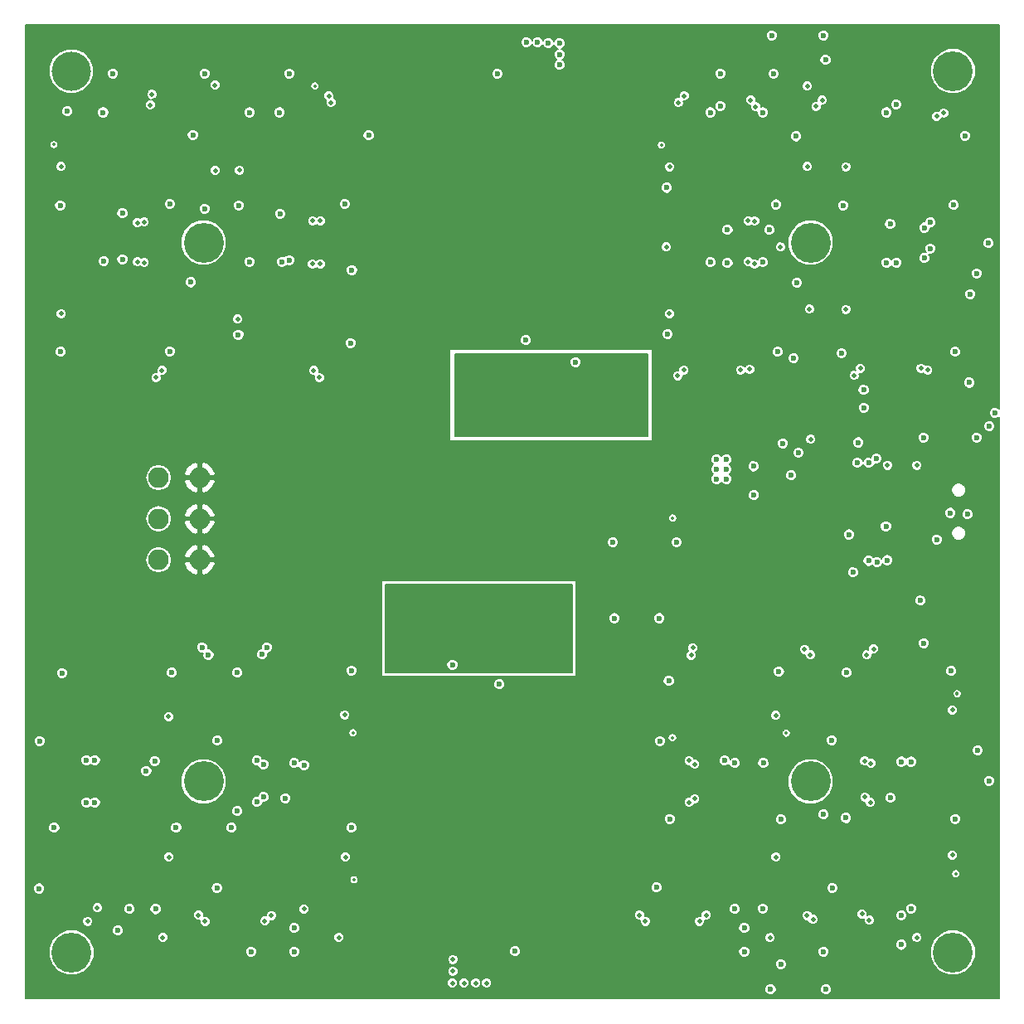
<source format=gbl>
G04 (created by PCBNEW (2013-mar-13)-testing) date Wed 15 May 2013 02:07:14 PM ICT*
%MOIN*%
G04 Gerber Fmt 3.4, Leading zero omitted, Abs format*
%FSLAX34Y34*%
G01*
G70*
G90*
G04 APERTURE LIST*
%ADD10C,0.00393701*%
%ADD11C,0.16*%
%ADD12C,0.15748*%
%ADD13O,0.0826X0.0826*%
%ADD14C,0.023622*%
%ADD15C,0.019685*%
%ADD16C,0.011811*%
%ADD17C,0.00787402*%
G04 APERTURE END LIST*
G54D10*
G54D11*
X46062Y-30511D03*
G54D12*
X40748Y-23622D03*
G54D13*
X44252Y-43267D03*
X44252Y-41614D03*
X44252Y-39961D03*
X45904Y-39961D03*
X45904Y-41614D03*
X45904Y-43267D03*
G54D11*
X76181Y-23622D03*
X76181Y-59055D03*
X40748Y-59055D03*
X70472Y-30511D03*
X46062Y-52165D03*
X70472Y-52165D03*
G54D14*
X62578Y-45610D03*
X64389Y-45610D03*
X57952Y-48267D03*
X56062Y-47480D03*
X59015Y-34429D03*
X61023Y-35314D03*
X62519Y-42559D03*
X65078Y-42559D03*
G54D15*
X59665Y-35393D03*
X59665Y-35098D03*
X60039Y-35393D03*
X59291Y-35393D03*
X60039Y-35098D03*
X59311Y-35098D03*
X57437Y-36828D03*
X59484Y-36946D03*
X57342Y-47323D03*
X57342Y-47618D03*
X57716Y-47618D03*
X56968Y-47618D03*
X57716Y-47322D03*
X56988Y-47322D03*
X57688Y-45578D03*
X59641Y-45804D03*
G54D14*
X73917Y-31318D03*
X73661Y-29763D03*
X68976Y-23724D03*
X67125Y-31338D03*
X67125Y-30000D03*
X68799Y-30000D03*
X66830Y-23720D03*
X66830Y-25019D03*
X73897Y-24960D03*
X49507Y-31220D03*
X49133Y-29350D03*
X46102Y-23720D03*
X42795Y-31181D03*
X42795Y-29330D03*
X46102Y-29153D03*
X49507Y-23720D03*
X57874Y-23724D03*
X42421Y-23720D03*
X67007Y-51338D03*
X70984Y-59011D03*
X74114Y-51377D03*
X73681Y-52834D03*
X70984Y-53503D03*
X67795Y-59015D03*
X67795Y-58070D03*
X74114Y-58740D03*
X74114Y-57559D03*
X43759Y-51751D03*
X47972Y-59015D03*
X49704Y-51437D03*
X49350Y-52854D03*
X47421Y-53366D03*
X49704Y-59015D03*
X49704Y-58070D03*
X58582Y-58995D03*
X42618Y-58169D03*
X73523Y-31318D03*
X49212Y-31279D03*
X49114Y-25275D03*
X68169Y-39507D03*
X68543Y-31299D03*
X68543Y-25275D03*
X66437Y-31299D03*
X73523Y-25275D03*
X66437Y-25275D03*
X42047Y-31259D03*
X42027Y-25275D03*
X47913Y-25275D03*
X47913Y-31279D03*
X44094Y-51358D03*
X67421Y-51437D03*
X74507Y-51377D03*
X50098Y-51515D03*
G54D15*
X50098Y-57303D03*
G54D14*
X43090Y-57303D03*
X68562Y-51437D03*
X68188Y-40669D03*
X68543Y-57283D03*
X74507Y-57283D03*
X67421Y-57303D03*
X44129Y-57307D03*
G54D15*
X73000Y-46842D03*
X70222Y-46864D03*
X70326Y-57559D03*
X66271Y-57549D03*
X72724Y-47090D03*
X70458Y-47090D03*
X70561Y-57724D03*
X66003Y-57793D03*
X72889Y-51448D03*
X72866Y-53019D03*
X72645Y-52807D03*
X72641Y-51358D03*
X65807Y-52870D03*
X65807Y-51484D03*
X65580Y-51338D03*
X65578Y-53015D03*
X48789Y-57559D03*
X63582Y-57549D03*
X65728Y-46801D03*
X48523Y-57785D03*
X63818Y-57795D03*
X65669Y-47106D03*
G54D14*
X48602Y-46781D03*
X46003Y-46781D03*
G54D15*
X45856Y-57549D03*
X41791Y-57253D03*
X41407Y-57795D03*
X46122Y-57805D03*
G54D14*
X46259Y-47076D03*
X48415Y-47066D03*
X48464Y-51486D03*
X48464Y-52795D03*
X48198Y-53001D03*
X48198Y-51328D03*
X41692Y-51318D03*
X41692Y-53021D03*
X41358Y-53021D03*
X41358Y-51318D03*
G54D15*
X50492Y-35657D03*
X44393Y-35645D03*
X43980Y-24555D03*
X50716Y-35937D03*
X44145Y-35937D03*
X43917Y-24984D03*
X65381Y-24610D03*
X65374Y-35633D03*
X67645Y-35625D03*
X51098Y-24618D03*
X65149Y-24889D03*
X65127Y-35860D03*
X68011Y-35606D03*
X51181Y-24881D03*
X43405Y-31287D03*
X43397Y-29716D03*
X43677Y-31311D03*
X43673Y-29688D03*
X50440Y-31374D03*
X50444Y-29633D03*
X50751Y-29641D03*
X50751Y-31366D03*
X68051Y-24779D03*
X70935Y-24789D03*
X72468Y-35570D03*
X74909Y-35561D03*
X75177Y-35637D03*
X72214Y-35856D03*
X70679Y-25033D03*
X68248Y-25043D03*
X75814Y-25305D03*
G54D14*
X76082Y-41377D03*
X73494Y-41919D03*
G54D15*
X75531Y-25437D03*
G54D14*
X75531Y-42450D03*
X73543Y-43277D03*
G54D15*
X67952Y-29641D03*
X67952Y-31283D03*
X68212Y-29645D03*
X68208Y-31370D03*
G54D14*
X75031Y-31133D03*
X75031Y-29909D03*
X75275Y-30748D03*
X75283Y-29696D03*
G54D15*
X72824Y-57755D03*
G54D14*
X72165Y-43769D03*
X73129Y-43366D03*
X72795Y-43307D03*
G54D15*
X72529Y-57507D03*
G54D14*
X69350Y-38582D03*
X72795Y-39370D03*
X69980Y-38956D03*
X72342Y-39370D03*
X76830Y-36141D03*
X76771Y-41437D03*
X72007Y-42244D03*
G54D15*
X44665Y-55216D03*
X44421Y-58444D03*
X44657Y-49570D03*
X51763Y-55212D03*
X51503Y-58444D03*
X51744Y-49496D03*
X69074Y-55212D03*
X68830Y-58456D03*
X69070Y-49519D03*
X74744Y-58452D03*
X76165Y-49307D03*
X76161Y-55141D03*
X74740Y-39464D03*
X70476Y-38421D03*
X73551Y-39460D03*
X69255Y-30688D03*
X64665Y-30688D03*
X64799Y-27464D03*
X64791Y-33370D03*
X70334Y-24224D03*
X71877Y-27460D03*
X70334Y-27452D03*
X70417Y-33188D03*
X71877Y-33192D03*
X46531Y-27610D03*
X47507Y-27606D03*
X46523Y-24181D03*
X47429Y-33590D03*
X40342Y-33366D03*
X40334Y-27452D03*
G54D14*
X40590Y-25228D03*
X77185Y-50925D03*
X68897Y-22185D03*
X68858Y-60531D03*
X77145Y-38346D03*
X77145Y-31751D03*
X77637Y-52145D03*
X70984Y-22185D03*
X71082Y-60531D03*
X77618Y-30531D03*
X77657Y-37893D03*
X74881Y-44901D03*
X75019Y-46614D03*
X73110Y-39192D03*
X72598Y-37145D03*
X72594Y-36429D03*
X69783Y-35157D03*
G54D15*
X74015Y-55551D03*
X74015Y-55984D03*
X74448Y-55984D03*
X74881Y-55984D03*
X74881Y-55551D03*
X74448Y-55551D03*
X74015Y-55118D03*
X74015Y-55137D03*
X74448Y-54704D03*
X74448Y-54271D03*
X74881Y-54271D03*
X74881Y-54704D03*
X74881Y-55137D03*
X74448Y-55137D03*
X74005Y-54694D03*
X74005Y-54261D03*
X73572Y-54261D03*
X73139Y-54261D03*
X73139Y-54694D03*
X73572Y-54694D03*
X74005Y-55127D03*
X74005Y-55127D03*
X73572Y-55561D03*
X73572Y-55994D03*
X73139Y-55994D03*
X73139Y-55561D03*
X73139Y-55127D03*
X73572Y-55127D03*
X66929Y-55551D03*
X66929Y-55984D03*
X67362Y-55984D03*
X67795Y-55984D03*
X67795Y-55551D03*
X67362Y-55551D03*
X66929Y-55118D03*
X66929Y-55137D03*
X67362Y-54704D03*
X67362Y-54271D03*
X67795Y-54271D03*
X67795Y-54704D03*
X67795Y-55137D03*
X67362Y-55137D03*
X66919Y-54694D03*
X66919Y-54261D03*
X66486Y-54261D03*
X66053Y-54261D03*
X66053Y-54694D03*
X66486Y-54694D03*
X66919Y-55127D03*
X66919Y-55127D03*
X66486Y-55561D03*
X66486Y-55994D03*
X66053Y-55994D03*
X66053Y-55561D03*
X66053Y-55127D03*
X66486Y-55127D03*
X74015Y-49645D03*
X74015Y-50078D03*
X74448Y-50078D03*
X74881Y-50078D03*
X74881Y-49645D03*
X74448Y-49645D03*
X74015Y-49212D03*
X74015Y-49232D03*
X74448Y-48799D03*
X74448Y-48366D03*
X74881Y-48366D03*
X74881Y-48799D03*
X74881Y-49232D03*
X74448Y-49232D03*
X74005Y-48789D03*
X74005Y-48356D03*
X73572Y-48356D03*
X73139Y-48356D03*
X73139Y-48789D03*
X73572Y-48789D03*
X74005Y-49222D03*
X74005Y-49222D03*
X73572Y-49655D03*
X73572Y-50088D03*
X73139Y-50088D03*
X73139Y-49655D03*
X73139Y-49222D03*
X73572Y-49222D03*
X66486Y-49222D03*
X66053Y-49222D03*
X66053Y-49655D03*
X66053Y-50088D03*
X66486Y-50088D03*
X66486Y-49655D03*
X66919Y-49222D03*
X66919Y-49222D03*
X66486Y-48789D03*
X66053Y-48789D03*
X66053Y-48356D03*
X66486Y-48356D03*
X66919Y-48356D03*
X66919Y-48789D03*
X67362Y-49232D03*
X67795Y-49232D03*
X67795Y-48799D03*
X67795Y-48366D03*
X67362Y-48366D03*
X67362Y-48799D03*
X66929Y-49232D03*
X66929Y-49212D03*
X67362Y-49645D03*
X67795Y-49645D03*
X67795Y-50078D03*
X67362Y-50078D03*
X66929Y-50078D03*
X66929Y-49645D03*
X49163Y-55127D03*
X48730Y-55127D03*
X48730Y-55561D03*
X48730Y-55994D03*
X49163Y-55994D03*
X49163Y-55561D03*
X49596Y-55127D03*
X49596Y-55127D03*
X49163Y-54694D03*
X48730Y-54694D03*
X48730Y-54261D03*
X49163Y-54261D03*
X49596Y-54261D03*
X49596Y-54694D03*
X50039Y-55137D03*
X50472Y-55137D03*
X50472Y-54704D03*
X50472Y-54271D03*
X50039Y-54271D03*
X50039Y-54704D03*
X49606Y-55137D03*
X49606Y-55118D03*
X50039Y-55551D03*
X50472Y-55551D03*
X50472Y-55984D03*
X50039Y-55984D03*
X49606Y-55984D03*
X49606Y-55551D03*
X49163Y-49222D03*
X48730Y-49222D03*
X48730Y-49655D03*
X48730Y-50088D03*
X49163Y-50088D03*
X49163Y-49655D03*
X49596Y-49222D03*
X49596Y-49222D03*
X49163Y-48789D03*
X48730Y-48789D03*
X48730Y-48356D03*
X49163Y-48356D03*
X49596Y-48356D03*
X49596Y-48789D03*
X50039Y-49232D03*
X50472Y-49232D03*
X50472Y-48799D03*
X50472Y-48366D03*
X50039Y-48366D03*
X50039Y-48799D03*
X49606Y-49232D03*
X49606Y-49212D03*
X50039Y-49645D03*
X50472Y-49645D03*
X50472Y-50078D03*
X50039Y-50078D03*
X49606Y-50078D03*
X49606Y-49645D03*
X42076Y-55127D03*
X41643Y-55127D03*
X41643Y-55561D03*
X41643Y-55994D03*
X42076Y-55994D03*
X42076Y-55561D03*
X42509Y-55127D03*
X42509Y-55127D03*
X42076Y-54694D03*
X41643Y-54694D03*
X41643Y-54261D03*
X42076Y-54261D03*
X42509Y-54261D03*
X42509Y-54694D03*
X42952Y-55137D03*
X43385Y-55137D03*
X43385Y-54704D03*
X43385Y-54271D03*
X42952Y-54271D03*
X42952Y-54704D03*
X42519Y-55137D03*
X42519Y-55118D03*
X42952Y-55551D03*
X43385Y-55551D03*
X43385Y-55984D03*
X42952Y-55984D03*
X42519Y-55984D03*
X42519Y-55551D03*
X42519Y-49645D03*
X42519Y-50078D03*
X42952Y-50078D03*
X43385Y-50078D03*
X43385Y-49645D03*
X42952Y-49645D03*
X42519Y-49212D03*
X42519Y-49232D03*
X42952Y-48799D03*
X42952Y-48366D03*
X43385Y-48366D03*
X43385Y-48799D03*
X43385Y-49232D03*
X42952Y-49232D03*
X42509Y-48789D03*
X42509Y-48356D03*
X42076Y-48356D03*
X41643Y-48356D03*
X41643Y-48789D03*
X42076Y-48789D03*
X42509Y-49222D03*
X42509Y-49222D03*
X42076Y-49655D03*
X42076Y-50088D03*
X41643Y-50088D03*
X41643Y-49655D03*
X41643Y-49222D03*
X42076Y-49222D03*
X74458Y-33454D03*
X74891Y-33454D03*
X74891Y-33021D03*
X74891Y-32588D03*
X74458Y-32588D03*
X74458Y-33021D03*
X74025Y-33454D03*
X74025Y-33454D03*
X74458Y-33887D03*
X74891Y-33887D03*
X74891Y-34320D03*
X74458Y-34320D03*
X74025Y-34320D03*
X74025Y-33887D03*
X73582Y-33444D03*
X73149Y-33444D03*
X73149Y-33877D03*
X73149Y-34311D03*
X73582Y-34311D03*
X73582Y-33877D03*
X74015Y-33444D03*
X74015Y-33464D03*
X73582Y-33031D03*
X73149Y-33031D03*
X73149Y-32598D03*
X73582Y-32598D03*
X74015Y-32598D03*
X74015Y-33031D03*
X67372Y-33454D03*
X67805Y-33454D03*
X67805Y-33021D03*
X67805Y-32588D03*
X67372Y-32588D03*
X67372Y-33021D03*
X66938Y-33454D03*
X66938Y-33454D03*
X67372Y-33887D03*
X67805Y-33887D03*
X67805Y-34320D03*
X67372Y-34320D03*
X66938Y-34320D03*
X66938Y-33887D03*
X66496Y-33444D03*
X66062Y-33444D03*
X66062Y-33877D03*
X66062Y-34311D03*
X66496Y-34311D03*
X66496Y-33877D03*
X66929Y-33444D03*
X66929Y-33464D03*
X66496Y-33031D03*
X66062Y-33031D03*
X66062Y-32598D03*
X66496Y-32598D03*
X66929Y-32598D03*
X66929Y-33031D03*
X74458Y-27549D03*
X74891Y-27549D03*
X74891Y-27116D03*
X74891Y-26683D03*
X74458Y-26683D03*
X74458Y-27116D03*
X74025Y-27549D03*
X74025Y-27549D03*
X74458Y-27982D03*
X74891Y-27982D03*
X74891Y-28415D03*
X74458Y-28415D03*
X74025Y-28415D03*
X74025Y-27982D03*
X73582Y-27539D03*
X73149Y-27539D03*
X73149Y-27972D03*
X73149Y-28405D03*
X73582Y-28405D03*
X73582Y-27972D03*
X74015Y-27539D03*
X74015Y-27559D03*
X73582Y-27125D03*
X73149Y-27125D03*
X73149Y-26692D03*
X73582Y-26692D03*
X74015Y-26692D03*
X74015Y-27125D03*
X66929Y-27125D03*
X66929Y-26692D03*
X66496Y-26692D03*
X66062Y-26692D03*
X66062Y-27125D03*
X66496Y-27125D03*
X66929Y-27559D03*
X66929Y-27539D03*
X66496Y-27972D03*
X66496Y-28405D03*
X66062Y-28405D03*
X66062Y-27972D03*
X66062Y-27539D03*
X66496Y-27539D03*
X66938Y-27982D03*
X66938Y-28415D03*
X67372Y-28415D03*
X67805Y-28415D03*
X67805Y-27982D03*
X67372Y-27982D03*
X66938Y-27549D03*
X66938Y-27549D03*
X67372Y-27116D03*
X67372Y-26683D03*
X67805Y-26683D03*
X67805Y-27116D03*
X67805Y-27549D03*
X67372Y-27549D03*
X49606Y-33031D03*
X49606Y-32598D03*
X49173Y-32598D03*
X48740Y-32598D03*
X48740Y-33031D03*
X49173Y-33031D03*
X49606Y-33464D03*
X49606Y-33444D03*
X49173Y-33877D03*
X49173Y-34311D03*
X48740Y-34311D03*
X48740Y-33877D03*
X48740Y-33444D03*
X49173Y-33444D03*
X49616Y-33887D03*
X49616Y-34320D03*
X50049Y-34320D03*
X50482Y-34320D03*
X50482Y-33887D03*
X50049Y-33887D03*
X49616Y-33454D03*
X49616Y-33454D03*
X50049Y-33021D03*
X50049Y-32588D03*
X50482Y-32588D03*
X50482Y-33021D03*
X50482Y-33454D03*
X50049Y-33454D03*
X42519Y-33031D03*
X42519Y-32598D03*
X42086Y-32598D03*
X41653Y-32598D03*
X41653Y-33031D03*
X42086Y-33031D03*
X42519Y-33464D03*
X42519Y-33444D03*
X42086Y-33877D03*
X42086Y-34311D03*
X41653Y-34311D03*
X41653Y-33877D03*
X41653Y-33444D03*
X42086Y-33444D03*
X42529Y-33887D03*
X42529Y-34320D03*
X42962Y-34320D03*
X43395Y-34320D03*
X43395Y-33887D03*
X42962Y-33887D03*
X42529Y-33454D03*
X42529Y-33454D03*
X42962Y-33021D03*
X42962Y-32588D03*
X43395Y-32588D03*
X43395Y-33021D03*
X43395Y-33454D03*
X42962Y-33454D03*
X49606Y-27125D03*
X49606Y-26692D03*
X49173Y-26692D03*
X48740Y-26692D03*
X48740Y-27125D03*
X49173Y-27125D03*
X49606Y-27559D03*
X49606Y-27539D03*
X49173Y-27972D03*
X49173Y-28405D03*
X48740Y-28405D03*
X48740Y-27972D03*
X48740Y-27539D03*
X49173Y-27539D03*
X49616Y-27982D03*
X49616Y-28415D03*
X50049Y-28415D03*
X50482Y-28415D03*
X50482Y-27982D03*
X50049Y-27982D03*
X49616Y-27549D03*
X49616Y-27549D03*
X50049Y-27116D03*
X50049Y-26683D03*
X50482Y-26683D03*
X50482Y-27116D03*
X50482Y-27549D03*
X50049Y-27549D03*
X42962Y-27549D03*
X43395Y-27549D03*
X43395Y-27116D03*
X43395Y-26683D03*
X42962Y-26683D03*
X42962Y-27116D03*
X42529Y-27549D03*
X42529Y-27549D03*
X42962Y-27982D03*
X43395Y-27982D03*
X43395Y-28415D03*
X42962Y-28415D03*
X42529Y-28415D03*
X42529Y-27982D03*
X42086Y-27539D03*
X41653Y-27539D03*
X41653Y-27972D03*
X41653Y-28405D03*
X42086Y-28405D03*
X42086Y-27972D03*
X42519Y-27539D03*
X42519Y-27559D03*
X42086Y-27125D03*
X41653Y-27125D03*
X41653Y-26692D03*
X42086Y-26692D03*
X42519Y-26692D03*
X42519Y-27125D03*
G54D14*
X62913Y-22145D03*
X66850Y-22145D03*
X77204Y-24862D03*
X76417Y-56318D03*
X77342Y-57480D03*
X74783Y-60098D03*
X42194Y-58070D03*
X53267Y-60570D03*
X49330Y-60570D03*
X45393Y-60570D03*
X41456Y-60570D03*
X73614Y-58122D03*
G54D15*
X58937Y-60216D03*
X59409Y-60216D03*
X59881Y-60216D03*
X60354Y-60216D03*
G54D14*
X65078Y-60570D03*
X61141Y-60570D03*
X68031Y-42322D03*
X67362Y-42992D03*
X66535Y-43759D03*
X65433Y-43799D03*
X64566Y-43996D03*
X64586Y-45059D03*
X67952Y-45039D03*
X71594Y-45039D03*
X69586Y-45019D03*
X76791Y-44724D03*
X68110Y-37775D03*
X66535Y-37775D03*
X64566Y-37775D03*
X63700Y-44350D03*
X63700Y-46318D03*
X63700Y-48287D03*
X63700Y-51043D03*
X63070Y-51574D03*
X59448Y-49625D03*
X59842Y-49625D03*
X60236Y-49625D03*
X60629Y-49625D03*
X61023Y-49625D03*
X61417Y-49625D03*
X61811Y-49625D03*
X59055Y-51555D03*
X57165Y-51555D03*
X54133Y-51082D03*
X54133Y-49507D03*
X54133Y-48326D03*
G54D15*
X74551Y-24598D03*
G54D14*
X73070Y-22972D03*
X56614Y-22539D03*
X56141Y-22539D03*
X57086Y-22539D03*
X57559Y-22539D03*
X43425Y-22145D03*
X47362Y-22145D03*
X51299Y-22145D03*
X55236Y-22145D03*
X57559Y-33110D03*
X57165Y-33110D03*
X56771Y-33110D03*
X56377Y-33110D03*
X55984Y-33110D03*
X55590Y-33110D03*
X55196Y-33110D03*
X63307Y-31377D03*
X63307Y-32952D03*
X63307Y-34704D03*
X61988Y-34704D03*
X58031Y-31082D03*
X59881Y-31082D03*
X53661Y-36732D03*
X52992Y-36732D03*
X52992Y-34960D03*
X52992Y-32992D03*
X52992Y-31023D03*
X54133Y-30984D03*
G54D15*
X48188Y-45098D03*
X48582Y-45098D03*
X48976Y-45098D03*
X49370Y-45098D03*
X49763Y-45098D03*
X52125Y-45098D03*
X51732Y-45098D03*
X51338Y-45098D03*
X50944Y-45098D03*
X50551Y-45098D03*
X50157Y-45098D03*
X49192Y-43129D03*
X49192Y-42736D03*
X49192Y-42342D03*
X49192Y-41948D03*
X49586Y-41948D03*
X49586Y-42342D03*
X49586Y-42736D03*
X49586Y-43129D03*
X51161Y-43129D03*
X51161Y-42736D03*
X51161Y-42342D03*
X51161Y-41948D03*
X50767Y-41948D03*
X50767Y-42342D03*
X50767Y-42736D03*
X50767Y-43129D03*
X53425Y-43129D03*
X53425Y-42736D03*
X53425Y-42342D03*
X53425Y-41948D03*
X53818Y-41948D03*
X53818Y-42342D03*
X53818Y-42736D03*
X53818Y-43129D03*
X55393Y-43129D03*
X55393Y-42736D03*
X55393Y-42342D03*
X55393Y-41948D03*
X55000Y-41948D03*
X55000Y-42342D03*
X55000Y-42736D03*
X55000Y-43129D03*
G54D14*
X66948Y-52282D03*
X71830Y-56318D03*
X76377Y-32007D03*
G54D15*
X50141Y-36555D03*
X66653Y-58055D03*
G54D14*
X49183Y-58139D03*
X39823Y-34291D03*
X76181Y-26338D03*
X74393Y-36578D03*
X39940Y-56318D03*
X43287Y-46181D03*
X39960Y-50492D03*
X45610Y-50295D03*
X45294Y-48366D03*
X46969Y-28405D03*
X39804Y-28385D03*
X76692Y-28366D03*
X67775Y-46141D03*
X64763Y-47618D03*
X69703Y-48366D03*
X66397Y-46141D03*
X64763Y-56338D03*
X64292Y-54271D03*
X69782Y-54271D03*
X76790Y-34291D03*
X76790Y-54271D03*
X73956Y-52302D03*
X74547Y-46141D03*
X73405Y-46141D03*
X71811Y-50413D03*
X71201Y-34311D03*
X76632Y-48366D03*
X76643Y-50177D03*
X71260Y-28385D03*
X71092Y-32312D03*
X71456Y-25984D03*
X73917Y-30433D03*
X66830Y-30355D03*
X67263Y-36480D03*
X69448Y-32204D03*
X66141Y-36456D03*
X73188Y-36437D03*
X52204Y-26299D03*
X43208Y-36535D03*
X48799Y-36515D03*
X45059Y-32204D03*
X41771Y-36515D03*
X64232Y-34822D03*
X69409Y-26299D03*
X67519Y-24488D03*
X64173Y-28917D03*
X42906Y-24562D03*
X52706Y-56013D03*
X45078Y-56082D03*
X52480Y-48405D03*
X49350Y-46161D03*
X49625Y-52361D03*
X51889Y-53524D03*
X44681Y-53311D03*
X42539Y-52184D03*
X51535Y-32263D03*
X46948Y-34803D03*
X49448Y-30432D03*
X50136Y-24440D03*
X42519Y-30392D03*
X67185Y-59527D03*
X68937Y-23169D03*
X62224Y-33169D03*
X62224Y-33562D03*
X62224Y-33956D03*
X62224Y-34350D03*
X63425Y-41968D03*
X63425Y-41574D03*
X63425Y-41181D03*
X55118Y-49507D03*
X55118Y-49114D03*
X55118Y-48720D03*
X55118Y-48326D03*
X66496Y-38543D03*
X66102Y-38543D03*
X65708Y-38543D03*
X65314Y-38543D03*
G54D15*
X65098Y-41751D03*
X64744Y-41751D03*
X65098Y-41417D03*
X64744Y-41417D03*
G54D14*
X72736Y-44468D03*
X71496Y-40610D03*
X68543Y-40078D03*
X47342Y-56534D03*
X41948Y-46161D03*
X47342Y-50629D03*
X52568Y-50403D03*
X69793Y-50442D03*
X69812Y-56505D03*
X69566Y-28346D03*
X64468Y-25905D03*
X69625Y-34271D03*
X64153Y-32047D03*
X51850Y-34034D03*
X52224Y-28385D03*
X45196Y-34271D03*
X45137Y-26299D03*
X45216Y-28366D03*
X47125Y-32500D03*
X47106Y-26574D03*
X39458Y-32234D03*
X40039Y-26318D03*
X46909Y-48405D03*
X71397Y-54330D03*
X47322Y-54546D03*
X40196Y-54546D03*
X39881Y-48405D03*
X71417Y-48385D03*
X39468Y-50551D03*
G54D15*
X57440Y-60275D03*
X57007Y-60275D03*
X56535Y-60275D03*
X56062Y-60275D03*
X56082Y-59803D03*
X56082Y-59330D03*
G54D14*
X60374Y-23366D03*
X60374Y-22952D03*
X60374Y-22500D03*
X59921Y-22480D03*
X59488Y-22460D03*
X59035Y-22460D03*
X76673Y-26220D03*
X69133Y-34901D03*
X77874Y-37362D03*
X47480Y-29015D03*
X40314Y-34901D03*
X64409Y-50551D03*
X64763Y-48129D03*
X69192Y-47755D03*
X64271Y-56437D03*
X64803Y-53681D03*
X69271Y-53700D03*
X76279Y-34901D03*
X71338Y-56456D03*
X76279Y-53681D03*
X71889Y-53641D03*
X71318Y-50511D03*
X71712Y-34960D03*
X76122Y-47736D03*
X71909Y-47795D03*
X71771Y-29015D03*
X76889Y-32578D03*
X76220Y-28996D03*
X69921Y-32125D03*
X64724Y-34192D03*
X69881Y-26240D03*
X69074Y-28976D03*
X64685Y-28307D03*
X52007Y-47716D03*
X46614Y-50531D03*
X47421Y-47795D03*
X46594Y-56456D03*
X52007Y-54035D03*
X47185Y-54035D03*
X44960Y-54035D03*
X39448Y-56476D03*
X40059Y-54035D03*
X40374Y-47814D03*
X44783Y-47795D03*
X52027Y-31614D03*
X51968Y-34547D03*
X47460Y-34212D03*
X45551Y-32106D03*
X52696Y-26200D03*
X45629Y-26181D03*
X40295Y-29015D03*
X72381Y-38543D03*
X69685Y-39862D03*
X67086Y-40019D03*
X66692Y-40019D03*
X66692Y-39625D03*
X67086Y-39625D03*
X67086Y-39232D03*
X66692Y-39232D03*
X75000Y-38346D03*
X51732Y-28956D03*
X44704Y-34881D03*
X44704Y-28956D03*
X69271Y-59527D03*
X71062Y-23169D03*
G54D16*
X64921Y-41594D02*
X64921Y-41587D01*
X64921Y-41587D02*
X64919Y-41585D01*
X76299Y-55884D02*
X76299Y-55885D01*
X76358Y-48640D02*
X76358Y-48661D01*
X64921Y-50413D02*
X64901Y-50413D01*
X69488Y-50236D02*
X69488Y-50237D01*
X64468Y-26594D02*
X64468Y-26593D01*
X40039Y-26574D02*
X40039Y-26573D01*
X52106Y-56122D02*
X52106Y-56122D01*
X52066Y-50216D02*
X52066Y-50217D01*
X50530Y-24212D02*
X50531Y-24212D01*
X74015Y-55551D02*
X74015Y-55118D01*
X74015Y-55984D02*
X74448Y-55984D01*
X74881Y-55984D02*
X74881Y-55551D01*
X74881Y-54271D02*
X74448Y-54271D01*
X74881Y-55137D02*
X74881Y-54704D01*
X74448Y-55137D02*
X74015Y-55137D01*
X74005Y-54694D02*
X74005Y-55127D01*
X74005Y-54261D02*
X73572Y-54261D01*
X73139Y-54261D02*
X73139Y-54694D01*
X73139Y-55994D02*
X73572Y-55994D01*
X73139Y-55127D02*
X73139Y-55561D01*
X73572Y-55127D02*
X74005Y-55127D01*
X66929Y-55551D02*
X66929Y-55118D01*
X66929Y-55984D02*
X67362Y-55984D01*
X67795Y-55984D02*
X67795Y-55551D01*
X67795Y-54271D02*
X67362Y-54271D01*
X67795Y-55137D02*
X67795Y-54704D01*
X67362Y-55137D02*
X66929Y-55137D01*
X66919Y-54694D02*
X66919Y-55127D01*
X66919Y-54261D02*
X66486Y-54261D01*
X66053Y-54261D02*
X66053Y-54694D01*
X66053Y-55994D02*
X66486Y-55994D01*
X66053Y-55127D02*
X66053Y-55561D01*
X66486Y-55127D02*
X66919Y-55127D01*
X74015Y-49645D02*
X74015Y-49212D01*
X74015Y-50078D02*
X74448Y-50078D01*
X74881Y-50078D02*
X74881Y-49645D01*
X74881Y-48366D02*
X74448Y-48366D01*
X74881Y-49232D02*
X74881Y-48799D01*
X74448Y-49232D02*
X74015Y-49232D01*
X74005Y-48789D02*
X74005Y-49222D01*
X74005Y-48356D02*
X73572Y-48356D01*
X73139Y-48356D02*
X73139Y-48789D01*
X73139Y-50088D02*
X73572Y-50088D01*
X73139Y-49222D02*
X73139Y-49655D01*
X73572Y-49222D02*
X74005Y-49222D01*
X66486Y-49222D02*
X66919Y-49222D01*
X66053Y-49222D02*
X66053Y-49655D01*
X66053Y-50088D02*
X66486Y-50088D01*
X66053Y-48356D02*
X66053Y-48789D01*
X66919Y-48356D02*
X66486Y-48356D01*
X66919Y-48789D02*
X66919Y-49222D01*
X67362Y-49232D02*
X66929Y-49232D01*
X67795Y-49232D02*
X67795Y-48799D01*
X67795Y-48366D02*
X67362Y-48366D01*
X67795Y-50078D02*
X67795Y-49645D01*
X66929Y-50078D02*
X67362Y-50078D01*
X66929Y-49645D02*
X66929Y-49212D01*
X49163Y-55127D02*
X49596Y-55127D01*
X48730Y-55127D02*
X48730Y-55561D01*
X48730Y-55994D02*
X49163Y-55994D01*
X48730Y-54261D02*
X48730Y-54694D01*
X49596Y-54261D02*
X49163Y-54261D01*
X49596Y-54694D02*
X49596Y-55127D01*
X50039Y-55137D02*
X49606Y-55137D01*
X50472Y-55137D02*
X50472Y-54704D01*
X50472Y-54271D02*
X50039Y-54271D01*
X50472Y-55984D02*
X50472Y-55551D01*
X49606Y-55984D02*
X50039Y-55984D01*
X49606Y-55551D02*
X49606Y-55118D01*
X49163Y-49222D02*
X49596Y-49222D01*
X48730Y-49222D02*
X48730Y-49655D01*
X48730Y-50088D02*
X49163Y-50088D01*
X48730Y-48356D02*
X48730Y-48789D01*
X49596Y-48356D02*
X49163Y-48356D01*
X49596Y-48789D02*
X49596Y-49222D01*
X50039Y-49232D02*
X49606Y-49232D01*
X50472Y-49232D02*
X50472Y-48799D01*
X50472Y-48366D02*
X50039Y-48366D01*
X50472Y-50078D02*
X50472Y-49645D01*
X49606Y-50078D02*
X50039Y-50078D01*
X49606Y-49645D02*
X49606Y-49212D01*
X42076Y-55127D02*
X42509Y-55127D01*
X41643Y-55127D02*
X41643Y-55561D01*
X41643Y-55994D02*
X42076Y-55994D01*
X41643Y-54261D02*
X41643Y-54694D01*
X42509Y-54261D02*
X42076Y-54261D01*
X42509Y-54694D02*
X42509Y-55127D01*
X42952Y-55137D02*
X42519Y-55137D01*
X43385Y-55137D02*
X43385Y-54704D01*
X43385Y-54271D02*
X42952Y-54271D01*
X43385Y-55984D02*
X43385Y-55551D01*
X42519Y-55984D02*
X42952Y-55984D01*
X42519Y-55551D02*
X42519Y-55118D01*
X42519Y-49645D02*
X42519Y-49212D01*
X42519Y-50078D02*
X42952Y-50078D01*
X43385Y-50078D02*
X43385Y-49645D01*
X43385Y-48366D02*
X42952Y-48366D01*
X43385Y-49232D02*
X43385Y-48799D01*
X42952Y-49232D02*
X42519Y-49232D01*
X42509Y-48789D02*
X42509Y-49222D01*
X42509Y-48356D02*
X42076Y-48356D01*
X41643Y-48356D02*
X41643Y-48789D01*
X41643Y-50088D02*
X42076Y-50088D01*
X41643Y-49222D02*
X41643Y-49655D01*
X42076Y-49222D02*
X42509Y-49222D01*
X74458Y-33454D02*
X74025Y-33454D01*
X74891Y-33454D02*
X74891Y-33021D01*
X74891Y-32588D02*
X74458Y-32588D01*
X74891Y-34320D02*
X74891Y-33887D01*
X74025Y-34320D02*
X74458Y-34320D01*
X74025Y-33887D02*
X74025Y-33454D01*
X73582Y-33444D02*
X74015Y-33444D01*
X73149Y-33444D02*
X73149Y-33877D01*
X73149Y-34311D02*
X73582Y-34311D01*
X73149Y-32598D02*
X73149Y-33031D01*
X74015Y-32598D02*
X73582Y-32598D01*
X74015Y-33031D02*
X74015Y-33464D01*
X67372Y-33454D02*
X66938Y-33454D01*
X67805Y-33454D02*
X67805Y-33021D01*
X67805Y-32588D02*
X67372Y-32588D01*
X67805Y-34320D02*
X67805Y-33887D01*
X66938Y-34320D02*
X67372Y-34320D01*
X66938Y-33887D02*
X66938Y-33454D01*
X66496Y-33444D02*
X66929Y-33444D01*
X66062Y-33444D02*
X66062Y-33877D01*
X66062Y-34311D02*
X66496Y-34311D01*
X66062Y-32598D02*
X66062Y-33031D01*
X66929Y-32598D02*
X66496Y-32598D01*
X66929Y-33031D02*
X66929Y-33464D01*
X74458Y-27549D02*
X74025Y-27549D01*
X74891Y-27549D02*
X74891Y-27116D01*
X74891Y-26683D02*
X74458Y-26683D01*
X74891Y-28415D02*
X74891Y-27982D01*
X74025Y-28415D02*
X74458Y-28415D01*
X74025Y-27982D02*
X74025Y-27549D01*
X73582Y-27539D02*
X74015Y-27539D01*
X73149Y-27539D02*
X73149Y-27972D01*
X73149Y-28405D02*
X73582Y-28405D01*
X73149Y-26692D02*
X73149Y-27125D01*
X74015Y-26692D02*
X73582Y-26692D01*
X74015Y-27125D02*
X74015Y-27559D01*
X66929Y-27125D02*
X66929Y-27559D01*
X66929Y-26692D02*
X66496Y-26692D01*
X66062Y-26692D02*
X66062Y-27125D01*
X66062Y-28405D02*
X66496Y-28405D01*
X66062Y-27539D02*
X66062Y-27972D01*
X66496Y-27539D02*
X66929Y-27539D01*
X66938Y-27982D02*
X66938Y-27549D01*
X66938Y-28415D02*
X67372Y-28415D01*
X67805Y-28415D02*
X67805Y-27982D01*
X67805Y-26683D02*
X67372Y-26683D01*
X67805Y-27549D02*
X67805Y-27116D01*
X67372Y-27549D02*
X66938Y-27549D01*
X49606Y-33031D02*
X49606Y-33464D01*
X49606Y-32598D02*
X49173Y-32598D01*
X48740Y-32598D02*
X48740Y-33031D01*
X48740Y-34311D02*
X49173Y-34311D01*
X48740Y-33444D02*
X48740Y-33877D01*
X49173Y-33444D02*
X49606Y-33444D01*
X49616Y-33887D02*
X49616Y-33454D01*
X49616Y-34320D02*
X50049Y-34320D01*
X50482Y-34320D02*
X50482Y-33887D01*
X50482Y-32588D02*
X50049Y-32588D01*
X50482Y-33454D02*
X50482Y-33021D01*
X50049Y-33454D02*
X49616Y-33454D01*
X42519Y-33031D02*
X42519Y-33464D01*
X42519Y-32598D02*
X42086Y-32598D01*
X41653Y-32598D02*
X41653Y-33031D01*
X41653Y-34311D02*
X42086Y-34311D01*
X41653Y-33444D02*
X41653Y-33877D01*
X42086Y-33444D02*
X42519Y-33444D01*
X42529Y-33887D02*
X42529Y-33454D01*
X42529Y-34320D02*
X42962Y-34320D01*
X43395Y-34320D02*
X43395Y-33887D01*
X43395Y-32588D02*
X42962Y-32588D01*
X43395Y-33454D02*
X43395Y-33021D01*
X42962Y-33454D02*
X42529Y-33454D01*
X49606Y-27125D02*
X49606Y-27559D01*
X49606Y-26692D02*
X49173Y-26692D01*
X48740Y-26692D02*
X48740Y-27125D01*
X48740Y-28405D02*
X49173Y-28405D01*
X48740Y-27539D02*
X48740Y-27972D01*
X49173Y-27539D02*
X49606Y-27539D01*
X49616Y-27982D02*
X49616Y-27549D01*
X49616Y-28415D02*
X50049Y-28415D01*
X50482Y-28415D02*
X50482Y-27982D01*
X50482Y-26683D02*
X50049Y-26683D01*
X50482Y-27549D02*
X50482Y-27116D01*
X50049Y-27549D02*
X49616Y-27549D01*
X42962Y-27549D02*
X42529Y-27549D01*
X43395Y-27549D02*
X43395Y-27116D01*
X43395Y-26683D02*
X42962Y-26683D01*
X43395Y-28415D02*
X43395Y-27982D01*
X42529Y-28415D02*
X42962Y-28415D01*
X42529Y-27982D02*
X42529Y-27549D01*
X42086Y-27539D02*
X42519Y-27539D01*
X41653Y-27539D02*
X41653Y-27972D01*
X41653Y-28405D02*
X42086Y-28405D01*
X41653Y-26692D02*
X41653Y-27125D01*
X42519Y-26692D02*
X42086Y-26692D01*
X42519Y-27125D02*
X42519Y-27559D01*
X66850Y-22145D02*
X62913Y-22145D01*
X76181Y-26338D02*
X76181Y-25885D01*
X76181Y-25885D02*
X77204Y-24862D01*
X76417Y-56318D02*
X76417Y-56555D01*
X76417Y-56555D02*
X77342Y-57480D01*
X73614Y-58122D02*
X73614Y-58929D01*
X73614Y-58929D02*
X74783Y-60098D01*
X42194Y-58070D02*
X42194Y-59832D01*
X45393Y-60570D02*
X49330Y-60570D01*
X42194Y-59832D02*
X41456Y-60570D01*
X60354Y-60216D02*
X60787Y-60216D01*
X58937Y-60216D02*
X59409Y-60216D01*
X59881Y-60216D02*
X60354Y-60216D01*
X65078Y-60570D02*
X65078Y-60590D01*
X60787Y-60216D02*
X61141Y-60570D01*
X67952Y-45039D02*
X69566Y-45039D01*
X68031Y-42322D02*
X67362Y-42992D01*
X66535Y-43759D02*
X66496Y-43799D01*
X66496Y-43799D02*
X65433Y-43799D01*
X64566Y-43996D02*
X64586Y-44015D01*
X64586Y-44015D02*
X64586Y-45059D01*
X69566Y-45039D02*
X69586Y-45019D01*
X65314Y-38543D02*
X65314Y-38523D01*
X66535Y-37775D02*
X68110Y-37775D01*
X65314Y-38523D02*
X64566Y-37775D01*
X63700Y-48287D02*
X63700Y-46318D01*
X63602Y-51043D02*
X63700Y-51043D01*
X63070Y-51574D02*
X63602Y-51043D01*
X60236Y-49625D02*
X59842Y-49625D01*
X61023Y-49625D02*
X60629Y-49625D01*
X61811Y-49625D02*
X61417Y-49625D01*
X57165Y-51555D02*
X59055Y-51555D01*
X54133Y-48326D02*
X54133Y-49507D01*
X74551Y-24598D02*
X74551Y-24452D01*
X74551Y-24452D02*
X73070Y-22972D01*
X56141Y-22539D02*
X55629Y-22539D01*
X56614Y-22539D02*
X56141Y-22539D01*
X57559Y-22539D02*
X57086Y-22539D01*
X51299Y-22145D02*
X47362Y-22145D01*
X55629Y-22539D02*
X55236Y-22145D01*
X56771Y-33110D02*
X57165Y-33110D01*
X55984Y-33110D02*
X56377Y-33110D01*
X55196Y-33110D02*
X55590Y-33110D01*
X63307Y-32952D02*
X63307Y-31377D01*
X61988Y-34704D02*
X63307Y-34704D01*
X59881Y-31082D02*
X58031Y-31082D01*
X52992Y-36732D02*
X53661Y-36732D01*
X52992Y-32992D02*
X52992Y-34960D01*
X54094Y-31023D02*
X52992Y-31023D01*
X54133Y-30984D02*
X54094Y-31023D01*
X48976Y-45098D02*
X48582Y-45098D01*
X49763Y-45098D02*
X49370Y-45098D01*
X51732Y-45098D02*
X52125Y-45098D01*
X50944Y-45098D02*
X51338Y-45098D01*
X50157Y-45098D02*
X50551Y-45098D01*
X49192Y-42736D02*
X49192Y-43129D01*
X49192Y-41948D02*
X49192Y-42342D01*
X49586Y-42342D02*
X49586Y-41948D01*
X49586Y-43129D02*
X49586Y-42736D01*
X51161Y-42736D02*
X51161Y-43129D01*
X51161Y-41948D02*
X51161Y-42342D01*
X50767Y-42342D02*
X50767Y-41948D01*
X50767Y-43129D02*
X50767Y-42736D01*
X53425Y-42736D02*
X53425Y-43129D01*
X53425Y-41948D02*
X53425Y-42342D01*
X53818Y-42342D02*
X53818Y-41948D01*
X53818Y-43129D02*
X53818Y-42736D01*
X55393Y-42736D02*
X55393Y-43129D01*
X55393Y-41948D02*
X55393Y-42342D01*
X55000Y-42342D02*
X55000Y-41948D01*
X55000Y-43129D02*
X55000Y-42736D01*
X66948Y-52282D02*
X66948Y-52303D01*
X71830Y-56318D02*
X71850Y-56338D01*
X76181Y-26338D02*
X76161Y-26338D01*
X45176Y-48366D02*
X45177Y-48366D01*
X46969Y-28405D02*
X46988Y-28405D01*
X39745Y-28385D02*
X39744Y-28385D01*
X69703Y-48366D02*
X69704Y-48366D01*
X64292Y-54271D02*
X64291Y-54271D01*
X69782Y-54271D02*
X69803Y-54271D01*
X76672Y-34291D02*
X76673Y-34291D01*
X73956Y-52302D02*
X73956Y-52283D01*
X76632Y-48366D02*
X76633Y-48366D01*
X76643Y-50177D02*
X76633Y-50177D01*
X73917Y-30433D02*
X73917Y-30433D01*
X66830Y-30355D02*
X66830Y-30334D01*
X69448Y-32204D02*
X69468Y-32204D01*
X69409Y-26299D02*
X69409Y-26319D01*
X45078Y-56082D02*
X45078Y-56103D01*
X49625Y-52361D02*
X49625Y-52362D01*
X51889Y-53524D02*
X51889Y-53543D01*
X44681Y-53311D02*
X44681Y-53329D01*
X42539Y-52184D02*
X42539Y-52185D01*
X46948Y-34803D02*
X46948Y-34804D01*
X49448Y-30432D02*
X49448Y-30433D01*
X42519Y-30392D02*
X42519Y-30393D01*
X62224Y-33562D02*
X62224Y-33169D01*
X62224Y-34350D02*
X62224Y-33956D01*
X63425Y-41181D02*
X63425Y-41574D01*
X47342Y-56534D02*
X47342Y-56535D01*
X47342Y-50629D02*
X47342Y-50629D01*
X51850Y-34034D02*
X51850Y-34035D01*
X47125Y-32500D02*
X47125Y-32518D01*
X47106Y-26574D02*
X47106Y-26573D01*
X47322Y-54546D02*
X47322Y-54527D01*
X40196Y-54546D02*
X40196Y-54547D01*
X71476Y-48385D02*
X71476Y-48406D01*
G54D10*
G36*
X78031Y-60905D02*
X77893Y-60905D01*
X77893Y-37846D01*
X77857Y-37760D01*
X77791Y-37693D01*
X77704Y-37657D01*
X77610Y-37657D01*
X77523Y-37693D01*
X77457Y-37759D01*
X77421Y-37846D01*
X77421Y-37940D01*
X77457Y-38027D01*
X77523Y-38093D01*
X77610Y-38129D01*
X77704Y-38129D01*
X77791Y-38094D01*
X77857Y-38027D01*
X77893Y-37940D01*
X77893Y-37846D01*
X77893Y-60905D01*
X77874Y-60905D01*
X77874Y-52098D01*
X77838Y-52012D01*
X77771Y-51945D01*
X77684Y-51909D01*
X77591Y-51909D01*
X77504Y-51945D01*
X77437Y-52011D01*
X77421Y-52051D01*
X77421Y-50878D01*
X77385Y-50791D01*
X77381Y-50788D01*
X77381Y-38299D01*
X77381Y-31705D01*
X77346Y-31618D01*
X77279Y-31551D01*
X77192Y-31515D01*
X77099Y-31515D01*
X77099Y-23440D01*
X76959Y-23102D01*
X76701Y-22844D01*
X76364Y-22704D01*
X75999Y-22703D01*
X75661Y-22843D01*
X75403Y-23101D01*
X75263Y-23438D01*
X75262Y-23803D01*
X75402Y-24141D01*
X75660Y-24399D01*
X75997Y-24539D01*
X76362Y-24540D01*
X76700Y-24400D01*
X76958Y-24142D01*
X77099Y-23805D01*
X77099Y-23440D01*
X77099Y-31515D01*
X77098Y-31515D01*
X77012Y-31551D01*
X76945Y-31617D01*
X76909Y-31704D01*
X76909Y-26173D01*
X76873Y-26086D01*
X76807Y-26020D01*
X76720Y-25984D01*
X76626Y-25984D01*
X76539Y-26020D01*
X76473Y-26086D01*
X76437Y-26173D01*
X76436Y-26267D01*
X76472Y-26354D01*
X76539Y-26420D01*
X76626Y-26456D01*
X76720Y-26456D01*
X76806Y-26420D01*
X76873Y-26354D01*
X76909Y-26267D01*
X76909Y-26173D01*
X76909Y-31704D01*
X76909Y-31798D01*
X76945Y-31885D01*
X77011Y-31952D01*
X77098Y-31988D01*
X77192Y-31988D01*
X77279Y-31952D01*
X77345Y-31885D01*
X77381Y-31799D01*
X77381Y-31705D01*
X77381Y-38299D01*
X77346Y-38212D01*
X77279Y-38146D01*
X77192Y-38110D01*
X77126Y-38110D01*
X77126Y-32531D01*
X77090Y-32445D01*
X77023Y-32378D01*
X76936Y-32342D01*
X76842Y-32342D01*
X76756Y-32378D01*
X76689Y-32444D01*
X76653Y-32531D01*
X76653Y-32625D01*
X76689Y-32712D01*
X76755Y-32778D01*
X76842Y-32814D01*
X76936Y-32815D01*
X77023Y-32779D01*
X77089Y-32712D01*
X77125Y-32625D01*
X77126Y-32531D01*
X77126Y-38110D01*
X77098Y-38110D01*
X77066Y-38123D01*
X77066Y-36094D01*
X77031Y-36008D01*
X76964Y-35941D01*
X76877Y-35905D01*
X76783Y-35905D01*
X76697Y-35941D01*
X76630Y-36007D01*
X76594Y-36094D01*
X76594Y-36188D01*
X76630Y-36275D01*
X76696Y-36341D01*
X76783Y-36377D01*
X76877Y-36377D01*
X76964Y-36342D01*
X77030Y-36275D01*
X77066Y-36188D01*
X77066Y-36094D01*
X77066Y-38123D01*
X77012Y-38146D01*
X76945Y-38212D01*
X76909Y-38299D01*
X76909Y-38393D01*
X76945Y-38480D01*
X77011Y-38546D01*
X77098Y-38582D01*
X77192Y-38582D01*
X77279Y-38546D01*
X77345Y-38480D01*
X77381Y-38393D01*
X77381Y-38299D01*
X77381Y-50788D01*
X77319Y-50725D01*
X77232Y-50689D01*
X77138Y-50688D01*
X77051Y-50724D01*
X77007Y-50768D01*
X77007Y-41390D01*
X76972Y-41303D01*
X76905Y-41236D01*
X76818Y-41200D01*
X76724Y-41200D01*
X76717Y-41203D01*
X76717Y-40411D01*
X76672Y-40303D01*
X76589Y-40219D01*
X76515Y-40189D01*
X76515Y-34854D01*
X76479Y-34767D01*
X76456Y-34744D01*
X76456Y-28949D01*
X76420Y-28862D01*
X76354Y-28795D01*
X76267Y-28759D01*
X76173Y-28759D01*
X76086Y-28795D01*
X76031Y-28850D01*
X76031Y-25262D01*
X75998Y-25182D01*
X75937Y-25121D01*
X75858Y-25088D01*
X75772Y-25088D01*
X75692Y-25121D01*
X75631Y-25182D01*
X75609Y-25234D01*
X75574Y-25220D01*
X75488Y-25220D01*
X75408Y-25253D01*
X75348Y-25314D01*
X75314Y-25393D01*
X75314Y-25479D01*
X75347Y-25559D01*
X75408Y-25620D01*
X75488Y-25653D01*
X75574Y-25653D01*
X75653Y-25620D01*
X75714Y-25559D01*
X75736Y-25507D01*
X75771Y-25521D01*
X75857Y-25521D01*
X75937Y-25488D01*
X75998Y-25427D01*
X76031Y-25348D01*
X76031Y-25262D01*
X76031Y-28850D01*
X76020Y-28862D01*
X75984Y-28948D01*
X75984Y-29042D01*
X76020Y-29129D01*
X76086Y-29196D01*
X76173Y-29232D01*
X76267Y-29232D01*
X76354Y-29196D01*
X76420Y-29130D01*
X76456Y-29043D01*
X76456Y-28949D01*
X76456Y-34744D01*
X76413Y-34701D01*
X76326Y-34665D01*
X76232Y-34665D01*
X76145Y-34701D01*
X76079Y-34767D01*
X76043Y-34854D01*
X76043Y-34948D01*
X76079Y-35035D01*
X76145Y-35101D01*
X76232Y-35137D01*
X76326Y-35137D01*
X76413Y-35101D01*
X76479Y-35035D01*
X76515Y-34948D01*
X76515Y-34854D01*
X76515Y-40189D01*
X76480Y-40174D01*
X76363Y-40174D01*
X76255Y-40219D01*
X76171Y-40302D01*
X76126Y-40411D01*
X76126Y-40528D01*
X76171Y-40636D01*
X76254Y-40720D01*
X76363Y-40765D01*
X76480Y-40765D01*
X76588Y-40720D01*
X76672Y-40637D01*
X76717Y-40528D01*
X76717Y-40411D01*
X76717Y-41203D01*
X76638Y-41236D01*
X76571Y-41303D01*
X76535Y-41389D01*
X76535Y-41483D01*
X76571Y-41570D01*
X76637Y-41637D01*
X76724Y-41673D01*
X76818Y-41673D01*
X76905Y-41637D01*
X76971Y-41570D01*
X77007Y-41484D01*
X77007Y-41390D01*
X77007Y-50768D01*
X76984Y-50791D01*
X76948Y-50878D01*
X76948Y-50971D01*
X76984Y-51058D01*
X77051Y-51125D01*
X77137Y-51161D01*
X77231Y-51161D01*
X77318Y-51125D01*
X77385Y-51059D01*
X77421Y-50972D01*
X77421Y-50878D01*
X77421Y-52051D01*
X77401Y-52098D01*
X77401Y-52192D01*
X77437Y-52279D01*
X77503Y-52345D01*
X77590Y-52381D01*
X77684Y-52381D01*
X77771Y-52346D01*
X77837Y-52279D01*
X77873Y-52192D01*
X77874Y-52098D01*
X77874Y-60905D01*
X77099Y-60905D01*
X77099Y-58873D01*
X76959Y-58535D01*
X76717Y-58292D01*
X76717Y-42143D01*
X76672Y-42035D01*
X76589Y-41951D01*
X76480Y-41906D01*
X76363Y-41906D01*
X76318Y-41925D01*
X76318Y-41331D01*
X76283Y-41244D01*
X76216Y-41177D01*
X76129Y-41141D01*
X76035Y-41141D01*
X75949Y-41177D01*
X75882Y-41243D01*
X75846Y-41330D01*
X75846Y-41424D01*
X75882Y-41511D01*
X75948Y-41578D01*
X76035Y-41614D01*
X76129Y-41614D01*
X76216Y-41578D01*
X76282Y-41511D01*
X76318Y-41425D01*
X76318Y-41331D01*
X76318Y-41925D01*
X76255Y-41951D01*
X76171Y-42034D01*
X76126Y-42143D01*
X76126Y-42260D01*
X76171Y-42368D01*
X76254Y-42452D01*
X76363Y-42497D01*
X76480Y-42497D01*
X76588Y-42452D01*
X76672Y-42369D01*
X76717Y-42260D01*
X76717Y-42143D01*
X76717Y-58292D01*
X76701Y-58277D01*
X76535Y-58208D01*
X76535Y-48661D01*
X76535Y-48640D01*
X76521Y-48573D01*
X76483Y-48515D01*
X76426Y-48477D01*
X76358Y-48463D01*
X76358Y-47689D01*
X76322Y-47602D01*
X76256Y-47536D01*
X76169Y-47500D01*
X76075Y-47499D01*
X75988Y-47535D01*
X75921Y-47602D01*
X75885Y-47689D01*
X75885Y-47783D01*
X75921Y-47869D01*
X75988Y-47936D01*
X76074Y-47972D01*
X76168Y-47972D01*
X76255Y-47936D01*
X76322Y-47870D01*
X76358Y-47783D01*
X76358Y-47689D01*
X76358Y-48463D01*
X76358Y-48463D01*
X76290Y-48477D01*
X76232Y-48515D01*
X76194Y-48573D01*
X76181Y-48640D01*
X76181Y-48661D01*
X76194Y-48729D01*
X76232Y-48786D01*
X76290Y-48825D01*
X76358Y-48838D01*
X76426Y-48825D01*
X76483Y-48786D01*
X76521Y-48729D01*
X76535Y-48661D01*
X76535Y-58208D01*
X76515Y-58199D01*
X76515Y-53634D01*
X76479Y-53547D01*
X76413Y-53480D01*
X76381Y-53467D01*
X76381Y-49264D01*
X76349Y-49184D01*
X76288Y-49123D01*
X76208Y-49090D01*
X76122Y-49090D01*
X76042Y-49123D01*
X75981Y-49184D01*
X75948Y-49263D01*
X75948Y-49349D01*
X75981Y-49429D01*
X76042Y-49490D01*
X76122Y-49523D01*
X76208Y-49523D01*
X76287Y-49490D01*
X76348Y-49429D01*
X76381Y-49350D01*
X76381Y-49264D01*
X76381Y-53467D01*
X76326Y-53444D01*
X76232Y-53444D01*
X76145Y-53480D01*
X76079Y-53547D01*
X76043Y-53633D01*
X76043Y-53727D01*
X76079Y-53814D01*
X76145Y-53881D01*
X76232Y-53917D01*
X76326Y-53917D01*
X76413Y-53881D01*
X76479Y-53815D01*
X76515Y-53728D01*
X76515Y-53634D01*
X76515Y-58199D01*
X76476Y-58183D01*
X76476Y-55885D01*
X76476Y-55884D01*
X76462Y-55817D01*
X76424Y-55759D01*
X76377Y-55728D01*
X76377Y-55098D01*
X76345Y-55019D01*
X76284Y-54958D01*
X76204Y-54925D01*
X76118Y-54925D01*
X76038Y-54958D01*
X75977Y-55018D01*
X75944Y-55098D01*
X75944Y-55184D01*
X75977Y-55264D01*
X76038Y-55325D01*
X76118Y-55358D01*
X76204Y-55358D01*
X76283Y-55325D01*
X76344Y-55264D01*
X76377Y-55184D01*
X76377Y-55098D01*
X76377Y-55728D01*
X76367Y-55721D01*
X76299Y-55707D01*
X76231Y-55721D01*
X76173Y-55759D01*
X76135Y-55817D01*
X76122Y-55884D01*
X76122Y-55885D01*
X76135Y-55953D01*
X76173Y-56011D01*
X76231Y-56049D01*
X76299Y-56062D01*
X76367Y-56049D01*
X76424Y-56011D01*
X76462Y-55953D01*
X76476Y-55885D01*
X76476Y-58183D01*
X76364Y-58137D01*
X75999Y-58136D01*
X75767Y-58232D01*
X75767Y-42404D01*
X75731Y-42317D01*
X75665Y-42250D01*
X75578Y-42214D01*
X75519Y-42214D01*
X75519Y-29650D01*
X75483Y-29563D01*
X75417Y-29496D01*
X75330Y-29460D01*
X75236Y-29460D01*
X75149Y-29496D01*
X75083Y-29562D01*
X75047Y-29649D01*
X75047Y-29673D01*
X74984Y-29673D01*
X74897Y-29709D01*
X74831Y-29775D01*
X74795Y-29862D01*
X74795Y-29956D01*
X74831Y-30043D01*
X74897Y-30109D01*
X74984Y-30145D01*
X75078Y-30145D01*
X75165Y-30109D01*
X75231Y-30043D01*
X75267Y-29956D01*
X75267Y-29933D01*
X75330Y-29933D01*
X75417Y-29897D01*
X75483Y-29830D01*
X75519Y-29744D01*
X75519Y-29650D01*
X75519Y-42214D01*
X75511Y-42214D01*
X75511Y-30701D01*
X75475Y-30614D01*
X75409Y-30547D01*
X75322Y-30511D01*
X75228Y-30511D01*
X75141Y-30547D01*
X75075Y-30614D01*
X75039Y-30700D01*
X75039Y-30794D01*
X75075Y-30881D01*
X75100Y-30906D01*
X75078Y-30897D01*
X74984Y-30897D01*
X74897Y-30933D01*
X74831Y-30999D01*
X74795Y-31086D01*
X74795Y-31180D01*
X74831Y-31267D01*
X74897Y-31333D01*
X74984Y-31370D01*
X75078Y-31370D01*
X75165Y-31334D01*
X75231Y-31267D01*
X75267Y-31181D01*
X75267Y-31087D01*
X75231Y-31000D01*
X75207Y-30975D01*
X75228Y-30984D01*
X75322Y-30984D01*
X75409Y-30948D01*
X75475Y-30882D01*
X75511Y-30795D01*
X75511Y-30701D01*
X75511Y-42214D01*
X75484Y-42214D01*
X75397Y-42250D01*
X75393Y-42254D01*
X75393Y-35594D01*
X75360Y-35515D01*
X75299Y-35454D01*
X75220Y-35421D01*
X75134Y-35421D01*
X75092Y-35438D01*
X75032Y-35377D01*
X74952Y-35344D01*
X74866Y-35344D01*
X74786Y-35377D01*
X74725Y-35438D01*
X74692Y-35517D01*
X74692Y-35603D01*
X74725Y-35683D01*
X74786Y-35744D01*
X74866Y-35777D01*
X74952Y-35777D01*
X74993Y-35760D01*
X75054Y-35821D01*
X75133Y-35854D01*
X75220Y-35854D01*
X75299Y-35821D01*
X75360Y-35760D01*
X75393Y-35681D01*
X75393Y-35594D01*
X75393Y-42254D01*
X75331Y-42316D01*
X75295Y-42403D01*
X75295Y-42497D01*
X75331Y-42584D01*
X75397Y-42650D01*
X75484Y-42686D01*
X75578Y-42687D01*
X75665Y-42651D01*
X75731Y-42584D01*
X75767Y-42497D01*
X75767Y-42404D01*
X75767Y-58232D01*
X75661Y-58276D01*
X75403Y-58534D01*
X75263Y-58871D01*
X75262Y-59236D01*
X75402Y-59574D01*
X75660Y-59833D01*
X75997Y-59973D01*
X76362Y-59973D01*
X76700Y-59833D01*
X76958Y-59575D01*
X77099Y-59238D01*
X77099Y-58873D01*
X77099Y-60905D01*
X75255Y-60905D01*
X75255Y-46567D01*
X75236Y-46519D01*
X75236Y-38299D01*
X75200Y-38212D01*
X75133Y-38146D01*
X75047Y-38110D01*
X74953Y-38110D01*
X74866Y-38146D01*
X74799Y-38212D01*
X74763Y-38299D01*
X74763Y-38393D01*
X74799Y-38480D01*
X74866Y-38546D01*
X74952Y-38582D01*
X75046Y-38582D01*
X75133Y-38546D01*
X75200Y-38480D01*
X75236Y-38393D01*
X75236Y-38299D01*
X75236Y-46519D01*
X75220Y-46480D01*
X75153Y-46414D01*
X75118Y-46399D01*
X75118Y-44854D01*
X75082Y-44767D01*
X75015Y-44701D01*
X74956Y-44676D01*
X74956Y-39421D01*
X74923Y-39342D01*
X74862Y-39281D01*
X74783Y-39248D01*
X74697Y-39247D01*
X74617Y-39280D01*
X74556Y-39341D01*
X74523Y-39421D01*
X74523Y-39507D01*
X74556Y-39587D01*
X74617Y-39648D01*
X74696Y-39681D01*
X74783Y-39681D01*
X74862Y-39648D01*
X74923Y-39587D01*
X74956Y-39507D01*
X74956Y-39421D01*
X74956Y-44676D01*
X74929Y-44665D01*
X74835Y-44665D01*
X74748Y-44701D01*
X74681Y-44767D01*
X74645Y-44854D01*
X74645Y-44948D01*
X74681Y-45035D01*
X74747Y-45101D01*
X74834Y-45137D01*
X74928Y-45137D01*
X75015Y-45101D01*
X75082Y-45035D01*
X75118Y-44948D01*
X75118Y-44854D01*
X75118Y-46399D01*
X75066Y-46377D01*
X74972Y-46377D01*
X74886Y-46413D01*
X74819Y-46480D01*
X74783Y-46566D01*
X74783Y-46660D01*
X74819Y-46747D01*
X74885Y-46814D01*
X74972Y-46850D01*
X75066Y-46850D01*
X75153Y-46814D01*
X75219Y-46748D01*
X75255Y-46661D01*
X75255Y-46567D01*
X75255Y-60905D01*
X74960Y-60905D01*
X74960Y-58409D01*
X74927Y-58330D01*
X74866Y-58269D01*
X74787Y-58236D01*
X74744Y-58236D01*
X74744Y-57236D01*
X74744Y-51331D01*
X74708Y-51244D01*
X74641Y-51177D01*
X74555Y-51141D01*
X74461Y-51141D01*
X74374Y-51177D01*
X74310Y-51240D01*
X74248Y-51177D01*
X74161Y-51141D01*
X74153Y-51141D01*
X74153Y-31272D01*
X74133Y-31224D01*
X74133Y-24913D01*
X74098Y-24826D01*
X74031Y-24760D01*
X73944Y-24724D01*
X73850Y-24724D01*
X73764Y-24760D01*
X73697Y-24826D01*
X73661Y-24913D01*
X73661Y-25007D01*
X73697Y-25094D01*
X73763Y-25160D01*
X73850Y-25196D01*
X73944Y-25196D01*
X74031Y-25161D01*
X74097Y-25094D01*
X74133Y-25007D01*
X74133Y-24913D01*
X74133Y-31224D01*
X74117Y-31185D01*
X74051Y-31118D01*
X73964Y-31082D01*
X73897Y-31082D01*
X73897Y-29716D01*
X73861Y-29630D01*
X73795Y-29563D01*
X73759Y-29548D01*
X73759Y-25228D01*
X73723Y-25141D01*
X73657Y-25075D01*
X73570Y-25039D01*
X73476Y-25039D01*
X73389Y-25075D01*
X73323Y-25141D01*
X73287Y-25228D01*
X73287Y-25322D01*
X73323Y-25409D01*
X73389Y-25475D01*
X73476Y-25511D01*
X73570Y-25511D01*
X73657Y-25475D01*
X73723Y-25409D01*
X73759Y-25322D01*
X73759Y-25228D01*
X73759Y-29548D01*
X73708Y-29527D01*
X73614Y-29527D01*
X73527Y-29563D01*
X73461Y-29629D01*
X73425Y-29716D01*
X73425Y-29810D01*
X73461Y-29897D01*
X73527Y-29963D01*
X73614Y-29999D01*
X73708Y-30000D01*
X73795Y-29964D01*
X73861Y-29897D01*
X73897Y-29810D01*
X73897Y-29716D01*
X73897Y-31082D01*
X73870Y-31082D01*
X73783Y-31118D01*
X73720Y-31181D01*
X73657Y-31118D01*
X73570Y-31082D01*
X73476Y-31082D01*
X73389Y-31118D01*
X73323Y-31184D01*
X73287Y-31271D01*
X73287Y-31365D01*
X73323Y-31452D01*
X73389Y-31519D01*
X73476Y-31555D01*
X73570Y-31555D01*
X73657Y-31519D01*
X73720Y-31456D01*
X73783Y-31519D01*
X73870Y-31555D01*
X73964Y-31555D01*
X74050Y-31519D01*
X74117Y-31452D01*
X74153Y-31366D01*
X74153Y-31272D01*
X74153Y-51141D01*
X74067Y-51141D01*
X73980Y-51177D01*
X73914Y-51243D01*
X73877Y-51330D01*
X73877Y-51424D01*
X73913Y-51511D01*
X73980Y-51578D01*
X74066Y-51614D01*
X74160Y-51614D01*
X74247Y-51578D01*
X74311Y-51515D01*
X74373Y-51578D01*
X74460Y-51614D01*
X74554Y-51614D01*
X74641Y-51578D01*
X74708Y-51511D01*
X74744Y-51425D01*
X74744Y-51331D01*
X74744Y-57236D01*
X74708Y-57149D01*
X74641Y-57083D01*
X74555Y-57047D01*
X74461Y-57047D01*
X74374Y-57083D01*
X74307Y-57149D01*
X74271Y-57236D01*
X74271Y-57330D01*
X74307Y-57417D01*
X74373Y-57483D01*
X74460Y-57519D01*
X74554Y-57519D01*
X74641Y-57483D01*
X74708Y-57417D01*
X74744Y-57330D01*
X74744Y-57236D01*
X74744Y-58236D01*
X74701Y-58236D01*
X74621Y-58269D01*
X74560Y-58329D01*
X74527Y-58409D01*
X74527Y-58495D01*
X74560Y-58575D01*
X74621Y-58636D01*
X74700Y-58669D01*
X74786Y-58669D01*
X74866Y-58636D01*
X74927Y-58575D01*
X74960Y-58496D01*
X74960Y-58409D01*
X74960Y-60905D01*
X74350Y-60905D01*
X74350Y-58693D01*
X74350Y-57512D01*
X74314Y-57425D01*
X74248Y-57358D01*
X74161Y-57322D01*
X74067Y-57322D01*
X73980Y-57358D01*
X73917Y-57421D01*
X73917Y-52787D01*
X73881Y-52701D01*
X73815Y-52634D01*
X73779Y-52619D01*
X73779Y-43230D01*
X73767Y-43202D01*
X73767Y-39417D01*
X73734Y-39338D01*
X73673Y-39277D01*
X73594Y-39244D01*
X73508Y-39244D01*
X73428Y-39276D01*
X73367Y-39337D01*
X73346Y-39388D01*
X73346Y-39146D01*
X73310Y-39059D01*
X73244Y-38992D01*
X73157Y-38956D01*
X73063Y-38956D01*
X72976Y-38992D01*
X72910Y-39058D01*
X72874Y-39145D01*
X72874Y-39147D01*
X72842Y-39133D01*
X72834Y-39133D01*
X72834Y-37098D01*
X72830Y-37089D01*
X72830Y-36382D01*
X72794Y-36295D01*
X72728Y-36228D01*
X72685Y-36210D01*
X72685Y-35527D01*
X72652Y-35448D01*
X72591Y-35387D01*
X72511Y-35354D01*
X72425Y-35354D01*
X72346Y-35387D01*
X72285Y-35448D01*
X72252Y-35527D01*
X72251Y-35613D01*
X72263Y-35642D01*
X72257Y-35639D01*
X72171Y-35639D01*
X72094Y-35671D01*
X72094Y-33150D01*
X72094Y-27417D01*
X72061Y-27338D01*
X72000Y-27277D01*
X71921Y-27244D01*
X71835Y-27244D01*
X71755Y-27276D01*
X71694Y-27337D01*
X71661Y-27417D01*
X71661Y-27503D01*
X71694Y-27583D01*
X71755Y-27644D01*
X71834Y-27677D01*
X71920Y-27677D01*
X72000Y-27644D01*
X72061Y-27583D01*
X72094Y-27503D01*
X72094Y-27417D01*
X72094Y-33150D01*
X72061Y-33070D01*
X72007Y-33016D01*
X72007Y-28968D01*
X71972Y-28882D01*
X71905Y-28815D01*
X71818Y-28779D01*
X71724Y-28779D01*
X71638Y-28815D01*
X71571Y-28881D01*
X71535Y-28968D01*
X71535Y-29062D01*
X71571Y-29149D01*
X71637Y-29215D01*
X71724Y-29251D01*
X71818Y-29252D01*
X71905Y-29216D01*
X71971Y-29149D01*
X72007Y-29062D01*
X72007Y-28968D01*
X72007Y-33016D01*
X72000Y-33009D01*
X71921Y-32976D01*
X71835Y-32976D01*
X71755Y-33009D01*
X71694Y-33070D01*
X71661Y-33149D01*
X71661Y-33235D01*
X71694Y-33315D01*
X71755Y-33376D01*
X71834Y-33409D01*
X71920Y-33409D01*
X72000Y-33376D01*
X72061Y-33315D01*
X72094Y-33236D01*
X72094Y-33150D01*
X72094Y-35671D01*
X72092Y-35672D01*
X72031Y-35733D01*
X71998Y-35813D01*
X71997Y-35899D01*
X72030Y-35978D01*
X72091Y-36039D01*
X72171Y-36072D01*
X72257Y-36072D01*
X72337Y-36039D01*
X72398Y-35979D01*
X72431Y-35899D01*
X72431Y-35813D01*
X72419Y-35784D01*
X72425Y-35787D01*
X72511Y-35787D01*
X72591Y-35754D01*
X72651Y-35693D01*
X72685Y-35614D01*
X72685Y-35527D01*
X72685Y-36210D01*
X72641Y-36192D01*
X72547Y-36192D01*
X72460Y-36228D01*
X72394Y-36295D01*
X72358Y-36381D01*
X72358Y-36475D01*
X72394Y-36562D01*
X72460Y-36629D01*
X72547Y-36665D01*
X72641Y-36665D01*
X72728Y-36629D01*
X72794Y-36563D01*
X72830Y-36476D01*
X72830Y-36382D01*
X72830Y-37089D01*
X72798Y-37012D01*
X72732Y-36945D01*
X72645Y-36909D01*
X72551Y-36909D01*
X72464Y-36945D01*
X72398Y-37011D01*
X72362Y-37098D01*
X72362Y-37192D01*
X72398Y-37279D01*
X72464Y-37345D01*
X72551Y-37381D01*
X72645Y-37381D01*
X72732Y-37346D01*
X72798Y-37279D01*
X72834Y-37192D01*
X72834Y-37098D01*
X72834Y-39133D01*
X72748Y-39133D01*
X72661Y-39169D01*
X72618Y-39213D01*
X72618Y-38496D01*
X72582Y-38409D01*
X72515Y-38343D01*
X72429Y-38307D01*
X72335Y-38307D01*
X72248Y-38342D01*
X72181Y-38409D01*
X72145Y-38496D01*
X72145Y-38590D01*
X72181Y-38676D01*
X72247Y-38743D01*
X72334Y-38779D01*
X72428Y-38779D01*
X72515Y-38743D01*
X72582Y-38677D01*
X72618Y-38590D01*
X72618Y-38496D01*
X72618Y-39213D01*
X72595Y-39236D01*
X72568Y-39299D01*
X72542Y-39236D01*
X72476Y-39169D01*
X72389Y-39133D01*
X72295Y-39133D01*
X72208Y-39169D01*
X72142Y-39236D01*
X72106Y-39322D01*
X72106Y-39416D01*
X72142Y-39503D01*
X72208Y-39570D01*
X72295Y-39606D01*
X72389Y-39606D01*
X72476Y-39570D01*
X72542Y-39504D01*
X72568Y-39440D01*
X72594Y-39503D01*
X72661Y-39570D01*
X72748Y-39606D01*
X72842Y-39606D01*
X72928Y-39570D01*
X72995Y-39504D01*
X73031Y-39417D01*
X73031Y-39415D01*
X73063Y-39429D01*
X73157Y-39429D01*
X73243Y-39393D01*
X73310Y-39326D01*
X73346Y-39240D01*
X73346Y-39146D01*
X73346Y-39388D01*
X73334Y-39417D01*
X73334Y-39503D01*
X73367Y-39583D01*
X73428Y-39644D01*
X73507Y-39677D01*
X73594Y-39677D01*
X73673Y-39644D01*
X73734Y-39583D01*
X73767Y-39503D01*
X73767Y-39417D01*
X73767Y-43202D01*
X73743Y-43143D01*
X73730Y-43130D01*
X73730Y-41872D01*
X73694Y-41785D01*
X73628Y-41719D01*
X73541Y-41683D01*
X73447Y-41683D01*
X73360Y-41718D01*
X73293Y-41785D01*
X73257Y-41872D01*
X73257Y-41966D01*
X73293Y-42052D01*
X73360Y-42119D01*
X73446Y-42155D01*
X73540Y-42155D01*
X73627Y-42119D01*
X73694Y-42053D01*
X73730Y-41966D01*
X73730Y-41872D01*
X73730Y-43130D01*
X73677Y-43077D01*
X73590Y-43041D01*
X73496Y-43041D01*
X73409Y-43077D01*
X73343Y-43143D01*
X73313Y-43215D01*
X73263Y-43166D01*
X73177Y-43129D01*
X73083Y-43129D01*
X72996Y-43165D01*
X72992Y-43169D01*
X72929Y-43106D01*
X72842Y-43070D01*
X72748Y-43070D01*
X72661Y-43106D01*
X72595Y-43173D01*
X72559Y-43259D01*
X72559Y-43353D01*
X72594Y-43440D01*
X72661Y-43507D01*
X72748Y-43543D01*
X72842Y-43543D01*
X72928Y-43507D01*
X72933Y-43503D01*
X72995Y-43566D01*
X73082Y-43602D01*
X73176Y-43602D01*
X73263Y-43566D01*
X73330Y-43500D01*
X73359Y-43428D01*
X73409Y-43477D01*
X73496Y-43513D01*
X73590Y-43513D01*
X73676Y-43477D01*
X73743Y-43411D01*
X73779Y-43324D01*
X73779Y-43230D01*
X73779Y-52619D01*
X73728Y-52598D01*
X73634Y-52598D01*
X73547Y-52634D01*
X73480Y-52700D01*
X73444Y-52787D01*
X73444Y-52881D01*
X73480Y-52968D01*
X73547Y-53034D01*
X73633Y-53070D01*
X73727Y-53070D01*
X73814Y-53035D01*
X73881Y-52968D01*
X73917Y-52881D01*
X73917Y-52787D01*
X73917Y-57421D01*
X73914Y-57425D01*
X73877Y-57511D01*
X73877Y-57605D01*
X73913Y-57692D01*
X73980Y-57759D01*
X74066Y-57795D01*
X74160Y-57795D01*
X74247Y-57759D01*
X74314Y-57693D01*
X74350Y-57606D01*
X74350Y-57512D01*
X74350Y-58693D01*
X74314Y-58606D01*
X74248Y-58540D01*
X74161Y-58503D01*
X74067Y-58503D01*
X73980Y-58539D01*
X73914Y-58606D01*
X73877Y-58692D01*
X73877Y-58786D01*
X73913Y-58873D01*
X73980Y-58940D01*
X74066Y-58976D01*
X74160Y-58976D01*
X74247Y-58940D01*
X74314Y-58874D01*
X74350Y-58787D01*
X74350Y-58693D01*
X74350Y-60905D01*
X73216Y-60905D01*
X73216Y-46799D01*
X73183Y-46720D01*
X73122Y-46659D01*
X73043Y-46626D01*
X72957Y-46625D01*
X72877Y-46658D01*
X72816Y-46719D01*
X72783Y-46799D01*
X72783Y-46880D01*
X72767Y-46874D01*
X72681Y-46873D01*
X72601Y-46906D01*
X72540Y-46967D01*
X72507Y-47047D01*
X72507Y-47133D01*
X72540Y-47213D01*
X72601Y-47274D01*
X72681Y-47307D01*
X72767Y-47307D01*
X72846Y-47274D01*
X72907Y-47213D01*
X72940Y-47133D01*
X72940Y-47052D01*
X72956Y-47059D01*
X73042Y-47059D01*
X73122Y-47026D01*
X73183Y-46965D01*
X73216Y-46885D01*
X73216Y-46799D01*
X73216Y-60905D01*
X73106Y-60905D01*
X73106Y-51405D01*
X73073Y-51326D01*
X73012Y-51265D01*
X72933Y-51232D01*
X72846Y-51232D01*
X72827Y-51240D01*
X72825Y-51235D01*
X72764Y-51174D01*
X72684Y-51141D01*
X72598Y-51141D01*
X72519Y-51174D01*
X72458Y-51235D01*
X72425Y-51315D01*
X72425Y-51401D01*
X72458Y-51480D01*
X72518Y-51541D01*
X72598Y-51574D01*
X72684Y-51574D01*
X72704Y-51566D01*
X72706Y-51571D01*
X72766Y-51632D01*
X72846Y-51665D01*
X72932Y-51665D01*
X73012Y-51632D01*
X73073Y-51571D01*
X73106Y-51492D01*
X73106Y-51405D01*
X73106Y-60905D01*
X73082Y-60905D01*
X73082Y-52976D01*
X73049Y-52897D01*
X72988Y-52836D01*
X72909Y-52803D01*
X72862Y-52803D01*
X72862Y-52764D01*
X72829Y-52684D01*
X72768Y-52623D01*
X72688Y-52590D01*
X72602Y-52590D01*
X72523Y-52623D01*
X72462Y-52684D01*
X72429Y-52763D01*
X72429Y-52849D01*
X72461Y-52929D01*
X72522Y-52990D01*
X72602Y-53023D01*
X72649Y-53023D01*
X72649Y-53062D01*
X72682Y-53142D01*
X72743Y-53203D01*
X72822Y-53236D01*
X72909Y-53236D01*
X72988Y-53203D01*
X73049Y-53142D01*
X73082Y-53062D01*
X73082Y-52976D01*
X73082Y-60905D01*
X73041Y-60905D01*
X73041Y-57713D01*
X73008Y-57633D01*
X72947Y-57572D01*
X72868Y-57539D01*
X72781Y-57539D01*
X72744Y-57554D01*
X72746Y-57551D01*
X72746Y-57464D01*
X72713Y-57385D01*
X72652Y-57324D01*
X72572Y-57291D01*
X72486Y-57291D01*
X72407Y-57324D01*
X72401Y-57329D01*
X72401Y-43722D01*
X72365Y-43636D01*
X72299Y-43569D01*
X72244Y-43546D01*
X72244Y-42197D01*
X72208Y-42110D01*
X72141Y-42043D01*
X72055Y-42007D01*
X71961Y-42007D01*
X71948Y-42012D01*
X71948Y-34913D01*
X71912Y-34826D01*
X71846Y-34760D01*
X71759Y-34724D01*
X71665Y-34724D01*
X71578Y-34760D01*
X71512Y-34826D01*
X71476Y-34913D01*
X71476Y-35007D01*
X71512Y-35094D01*
X71578Y-35160D01*
X71665Y-35196D01*
X71759Y-35196D01*
X71846Y-35161D01*
X71912Y-35094D01*
X71948Y-35007D01*
X71948Y-34913D01*
X71948Y-42012D01*
X71874Y-42043D01*
X71807Y-42110D01*
X71771Y-42196D01*
X71771Y-42290D01*
X71807Y-42377D01*
X71873Y-42444D01*
X71960Y-42480D01*
X72054Y-42480D01*
X72141Y-42444D01*
X72208Y-42378D01*
X72244Y-42291D01*
X72244Y-42197D01*
X72244Y-43546D01*
X72212Y-43533D01*
X72118Y-43533D01*
X72031Y-43569D01*
X71965Y-43635D01*
X71929Y-43722D01*
X71929Y-43816D01*
X71964Y-43903D01*
X72031Y-43969D01*
X72118Y-44005D01*
X72212Y-44005D01*
X72298Y-43970D01*
X72365Y-43903D01*
X72401Y-43816D01*
X72401Y-43722D01*
X72401Y-57329D01*
X72346Y-57385D01*
X72313Y-57464D01*
X72312Y-57550D01*
X72345Y-57630D01*
X72406Y-57691D01*
X72486Y-57724D01*
X72572Y-57724D01*
X72609Y-57708D01*
X72608Y-57712D01*
X72608Y-57798D01*
X72641Y-57878D01*
X72701Y-57939D01*
X72781Y-57972D01*
X72867Y-57972D01*
X72947Y-57939D01*
X73008Y-57878D01*
X73041Y-57799D01*
X73041Y-57713D01*
X73041Y-60905D01*
X72145Y-60905D01*
X72145Y-47748D01*
X72109Y-47661D01*
X72043Y-47595D01*
X71956Y-47559D01*
X71862Y-47559D01*
X71775Y-47594D01*
X71709Y-47661D01*
X71673Y-47748D01*
X71673Y-47842D01*
X71709Y-47928D01*
X71775Y-47995D01*
X71862Y-48031D01*
X71956Y-48031D01*
X72043Y-47995D01*
X72109Y-47929D01*
X72145Y-47842D01*
X72145Y-47748D01*
X72145Y-60905D01*
X72126Y-60905D01*
X72126Y-53594D01*
X72090Y-53508D01*
X72023Y-53441D01*
X71936Y-53405D01*
X71842Y-53405D01*
X71756Y-53441D01*
X71689Y-53507D01*
X71653Y-53594D01*
X71653Y-53688D01*
X71689Y-53775D01*
X71755Y-53841D01*
X71842Y-53877D01*
X71936Y-53877D01*
X72023Y-53842D01*
X72089Y-53775D01*
X72125Y-53688D01*
X72126Y-53594D01*
X72126Y-60905D01*
X71574Y-60905D01*
X71574Y-56409D01*
X71555Y-56362D01*
X71555Y-50465D01*
X71519Y-50378D01*
X71452Y-50311D01*
X71390Y-50285D01*
X71390Y-30329D01*
X71299Y-30108D01*
X71299Y-23122D01*
X71263Y-23035D01*
X71220Y-22992D01*
X71220Y-22138D01*
X71184Y-22051D01*
X71118Y-21984D01*
X71031Y-21948D01*
X70937Y-21948D01*
X70850Y-21984D01*
X70784Y-22051D01*
X70748Y-22137D01*
X70747Y-22231D01*
X70783Y-22318D01*
X70850Y-22385D01*
X70937Y-22421D01*
X71031Y-22421D01*
X71117Y-22385D01*
X71184Y-22319D01*
X71220Y-22232D01*
X71220Y-22138D01*
X71220Y-22992D01*
X71196Y-22969D01*
X71110Y-22933D01*
X71016Y-22933D01*
X70929Y-22968D01*
X70862Y-23035D01*
X70826Y-23122D01*
X70826Y-23216D01*
X70862Y-23302D01*
X70929Y-23369D01*
X71015Y-23405D01*
X71109Y-23405D01*
X71196Y-23369D01*
X71263Y-23303D01*
X71299Y-23216D01*
X71299Y-23122D01*
X71299Y-30108D01*
X71251Y-29992D01*
X71151Y-29892D01*
X71151Y-24746D01*
X71118Y-24666D01*
X71057Y-24605D01*
X70978Y-24572D01*
X70892Y-24572D01*
X70812Y-24605D01*
X70751Y-24666D01*
X70718Y-24746D01*
X70718Y-24816D01*
X70636Y-24816D01*
X70556Y-24849D01*
X70551Y-24855D01*
X70551Y-24181D01*
X70518Y-24101D01*
X70457Y-24040D01*
X70377Y-24007D01*
X70291Y-24007D01*
X70212Y-24040D01*
X70151Y-24101D01*
X70118Y-24181D01*
X70118Y-24267D01*
X70150Y-24346D01*
X70211Y-24407D01*
X70291Y-24440D01*
X70377Y-24440D01*
X70457Y-24408D01*
X70518Y-24347D01*
X70551Y-24267D01*
X70551Y-24181D01*
X70551Y-24855D01*
X70495Y-24910D01*
X70462Y-24990D01*
X70462Y-25076D01*
X70495Y-25155D01*
X70556Y-25216D01*
X70635Y-25249D01*
X70722Y-25250D01*
X70801Y-25217D01*
X70862Y-25156D01*
X70895Y-25076D01*
X70895Y-25005D01*
X70977Y-25005D01*
X71057Y-24973D01*
X71118Y-24912D01*
X71151Y-24832D01*
X71151Y-24746D01*
X71151Y-29892D01*
X70993Y-29733D01*
X70655Y-29593D01*
X70551Y-29593D01*
X70551Y-27409D01*
X70518Y-27330D01*
X70457Y-27269D01*
X70377Y-27236D01*
X70291Y-27236D01*
X70212Y-27269D01*
X70151Y-27329D01*
X70118Y-27409D01*
X70118Y-26193D01*
X70082Y-26106D01*
X70015Y-26040D01*
X69929Y-26003D01*
X69835Y-26003D01*
X69748Y-26039D01*
X69681Y-26106D01*
X69645Y-26192D01*
X69645Y-26286D01*
X69681Y-26373D01*
X69747Y-26440D01*
X69834Y-26476D01*
X69928Y-26476D01*
X70015Y-26440D01*
X70082Y-26374D01*
X70118Y-26287D01*
X70118Y-26193D01*
X70118Y-27409D01*
X70118Y-27409D01*
X70118Y-27495D01*
X70150Y-27575D01*
X70211Y-27636D01*
X70291Y-27669D01*
X70377Y-27669D01*
X70457Y-27636D01*
X70518Y-27575D01*
X70551Y-27496D01*
X70551Y-27409D01*
X70551Y-29593D01*
X70290Y-29593D01*
X69953Y-29733D01*
X69694Y-29991D01*
X69554Y-30328D01*
X69554Y-30693D01*
X69693Y-31031D01*
X69951Y-31289D01*
X70289Y-31429D01*
X70654Y-31430D01*
X70991Y-31290D01*
X71250Y-31032D01*
X71390Y-30695D01*
X71390Y-30329D01*
X71390Y-50285D01*
X71366Y-50275D01*
X71272Y-50275D01*
X71185Y-50311D01*
X71118Y-50377D01*
X71082Y-50464D01*
X71082Y-50558D01*
X71118Y-50645D01*
X71184Y-50711D01*
X71271Y-50747D01*
X71365Y-50748D01*
X71452Y-50712D01*
X71519Y-50645D01*
X71555Y-50559D01*
X71555Y-50465D01*
X71555Y-56362D01*
X71538Y-56323D01*
X71472Y-56256D01*
X71390Y-56222D01*
X71390Y-51983D01*
X71251Y-51645D01*
X70993Y-51387D01*
X70692Y-51262D01*
X70692Y-38378D01*
X70660Y-38298D01*
X70633Y-38272D01*
X70633Y-33146D01*
X70600Y-33066D01*
X70540Y-33005D01*
X70460Y-32972D01*
X70374Y-32972D01*
X70294Y-33005D01*
X70233Y-33066D01*
X70200Y-33145D01*
X70200Y-33231D01*
X70233Y-33311D01*
X70294Y-33372D01*
X70374Y-33405D01*
X70460Y-33405D01*
X70539Y-33372D01*
X70600Y-33311D01*
X70633Y-33232D01*
X70633Y-33146D01*
X70633Y-38272D01*
X70599Y-38237D01*
X70519Y-38204D01*
X70433Y-38204D01*
X70353Y-38237D01*
X70292Y-38298D01*
X70259Y-38377D01*
X70259Y-38464D01*
X70292Y-38543D01*
X70353Y-38604D01*
X70433Y-38637D01*
X70519Y-38637D01*
X70598Y-38604D01*
X70659Y-38544D01*
X70692Y-38464D01*
X70692Y-38378D01*
X70692Y-51262D01*
X70675Y-51255D01*
X70675Y-47047D01*
X70642Y-46968D01*
X70581Y-46907D01*
X70501Y-46874D01*
X70438Y-46873D01*
X70439Y-46821D01*
X70406Y-46741D01*
X70345Y-46680D01*
X70265Y-46647D01*
X70216Y-46647D01*
X70216Y-38909D01*
X70180Y-38823D01*
X70157Y-38799D01*
X70157Y-32079D01*
X70121Y-31992D01*
X70055Y-31925D01*
X69968Y-31889D01*
X69874Y-31889D01*
X69787Y-31925D01*
X69721Y-31992D01*
X69685Y-32078D01*
X69684Y-32172D01*
X69720Y-32259D01*
X69787Y-32326D01*
X69874Y-32362D01*
X69968Y-32362D01*
X70054Y-32326D01*
X70121Y-32259D01*
X70157Y-32173D01*
X70157Y-32079D01*
X70157Y-38799D01*
X70114Y-38756D01*
X70027Y-38720D01*
X70019Y-38720D01*
X70019Y-35110D01*
X69983Y-35023D01*
X69917Y-34957D01*
X69830Y-34921D01*
X69736Y-34921D01*
X69649Y-34957D01*
X69583Y-35023D01*
X69547Y-35110D01*
X69547Y-35204D01*
X69583Y-35291D01*
X69649Y-35357D01*
X69736Y-35393D01*
X69830Y-35393D01*
X69917Y-35357D01*
X69983Y-35291D01*
X70019Y-35204D01*
X70019Y-35110D01*
X70019Y-38720D01*
X69933Y-38720D01*
X69846Y-38756D01*
X69780Y-38822D01*
X69744Y-38909D01*
X69744Y-39003D01*
X69779Y-39090D01*
X69846Y-39156D01*
X69933Y-39192D01*
X70027Y-39192D01*
X70113Y-39157D01*
X70180Y-39090D01*
X70216Y-39003D01*
X70216Y-38909D01*
X70216Y-46647D01*
X70179Y-46647D01*
X70099Y-46680D01*
X70038Y-46741D01*
X70005Y-46820D01*
X70005Y-46907D01*
X70038Y-46986D01*
X70099Y-47047D01*
X70179Y-47080D01*
X70242Y-47080D01*
X70242Y-47133D01*
X70274Y-47213D01*
X70335Y-47274D01*
X70415Y-47307D01*
X70501Y-47307D01*
X70581Y-47274D01*
X70642Y-47213D01*
X70675Y-47133D01*
X70675Y-47047D01*
X70675Y-51255D01*
X70655Y-51247D01*
X70290Y-51247D01*
X69953Y-51386D01*
X69921Y-51418D01*
X69921Y-39816D01*
X69885Y-39729D01*
X69819Y-39662D01*
X69732Y-39626D01*
X69638Y-39626D01*
X69586Y-39647D01*
X69586Y-38535D01*
X69550Y-38449D01*
X69484Y-38382D01*
X69472Y-38377D01*
X69472Y-30646D01*
X69439Y-30566D01*
X69378Y-30505D01*
X69311Y-30477D01*
X69311Y-28929D01*
X69275Y-28842D01*
X69212Y-28780D01*
X69212Y-23678D01*
X69176Y-23591D01*
X69133Y-23548D01*
X69133Y-22138D01*
X69098Y-22051D01*
X69031Y-21984D01*
X68944Y-21948D01*
X68850Y-21948D01*
X68764Y-21984D01*
X68697Y-22051D01*
X68661Y-22137D01*
X68661Y-22231D01*
X68697Y-22318D01*
X68763Y-22385D01*
X68850Y-22421D01*
X68944Y-22421D01*
X69031Y-22385D01*
X69097Y-22319D01*
X69133Y-22232D01*
X69133Y-22138D01*
X69133Y-23548D01*
X69110Y-23524D01*
X69023Y-23488D01*
X68929Y-23488D01*
X68842Y-23524D01*
X68776Y-23590D01*
X68740Y-23677D01*
X68740Y-23771D01*
X68776Y-23858D01*
X68842Y-23924D01*
X68929Y-23961D01*
X69023Y-23961D01*
X69110Y-23925D01*
X69176Y-23858D01*
X69212Y-23772D01*
X69212Y-23678D01*
X69212Y-28780D01*
X69208Y-28776D01*
X69121Y-28740D01*
X69028Y-28740D01*
X68941Y-28776D01*
X68874Y-28842D01*
X68838Y-28929D01*
X68838Y-29023D01*
X68874Y-29110D01*
X68940Y-29176D01*
X69027Y-29212D01*
X69121Y-29212D01*
X69208Y-29176D01*
X69274Y-29110D01*
X69310Y-29023D01*
X69311Y-28929D01*
X69311Y-30477D01*
X69299Y-30472D01*
X69213Y-30472D01*
X69133Y-30505D01*
X69072Y-30566D01*
X69039Y-30645D01*
X69039Y-30731D01*
X69072Y-30811D01*
X69133Y-30872D01*
X69212Y-30905D01*
X69298Y-30905D01*
X69378Y-30872D01*
X69439Y-30811D01*
X69472Y-30732D01*
X69472Y-30646D01*
X69472Y-38377D01*
X69397Y-38346D01*
X69370Y-38346D01*
X69370Y-34854D01*
X69334Y-34767D01*
X69267Y-34701D01*
X69181Y-34665D01*
X69087Y-34665D01*
X69035Y-34686D01*
X69035Y-29953D01*
X68999Y-29866D01*
X68933Y-29799D01*
X68846Y-29763D01*
X68779Y-29763D01*
X68779Y-25228D01*
X68743Y-25141D01*
X68677Y-25075D01*
X68590Y-25039D01*
X68496Y-25039D01*
X68464Y-25052D01*
X68464Y-25000D01*
X68431Y-24920D01*
X68370Y-24859D01*
X68291Y-24826D01*
X68266Y-24826D01*
X68267Y-24822D01*
X68267Y-24736D01*
X68234Y-24657D01*
X68173Y-24596D01*
X68094Y-24563D01*
X68008Y-24562D01*
X67928Y-24595D01*
X67867Y-24656D01*
X67834Y-24736D01*
X67834Y-24822D01*
X67867Y-24902D01*
X67928Y-24962D01*
X68007Y-24996D01*
X68033Y-24996D01*
X68031Y-25000D01*
X68031Y-25086D01*
X68064Y-25165D01*
X68125Y-25226D01*
X68204Y-25259D01*
X68290Y-25259D01*
X68307Y-25253D01*
X68307Y-25322D01*
X68342Y-25409D01*
X68409Y-25475D01*
X68496Y-25511D01*
X68590Y-25511D01*
X68676Y-25475D01*
X68743Y-25409D01*
X68779Y-25322D01*
X68779Y-25228D01*
X68779Y-29763D01*
X68752Y-29763D01*
X68665Y-29799D01*
X68599Y-29866D01*
X68563Y-29952D01*
X68562Y-30046D01*
X68598Y-30133D01*
X68665Y-30200D01*
X68752Y-30236D01*
X68845Y-30236D01*
X68932Y-30200D01*
X68999Y-30133D01*
X69035Y-30047D01*
X69035Y-29953D01*
X69035Y-34686D01*
X69000Y-34701D01*
X68933Y-34767D01*
X68897Y-34854D01*
X68897Y-34948D01*
X68933Y-35035D01*
X68999Y-35101D01*
X69086Y-35137D01*
X69180Y-35137D01*
X69267Y-35101D01*
X69333Y-35035D01*
X69370Y-34948D01*
X69370Y-34854D01*
X69370Y-38346D01*
X69303Y-38346D01*
X69216Y-38382D01*
X69150Y-38448D01*
X69114Y-38535D01*
X69114Y-38629D01*
X69150Y-38716D01*
X69216Y-38782D01*
X69303Y-38818D01*
X69397Y-38818D01*
X69484Y-38783D01*
X69550Y-38716D01*
X69586Y-38629D01*
X69586Y-38535D01*
X69586Y-39647D01*
X69551Y-39662D01*
X69484Y-39728D01*
X69448Y-39815D01*
X69448Y-39909D01*
X69484Y-39996D01*
X69551Y-40062D01*
X69637Y-40099D01*
X69731Y-40099D01*
X69818Y-40063D01*
X69885Y-39996D01*
X69921Y-39910D01*
X69921Y-39816D01*
X69921Y-51418D01*
X69694Y-51644D01*
X69665Y-51714D01*
X69665Y-50237D01*
X69665Y-50236D01*
X69651Y-50168D01*
X69613Y-50110D01*
X69555Y-50072D01*
X69488Y-50059D01*
X69429Y-50070D01*
X69429Y-47709D01*
X69393Y-47622D01*
X69326Y-47555D01*
X69240Y-47519D01*
X69146Y-47519D01*
X69059Y-47555D01*
X68992Y-47621D01*
X68956Y-47708D01*
X68956Y-47802D01*
X68992Y-47889D01*
X69058Y-47956D01*
X69145Y-47992D01*
X69239Y-47992D01*
X69326Y-47956D01*
X69393Y-47889D01*
X69429Y-47803D01*
X69429Y-47709D01*
X69429Y-50070D01*
X69420Y-50072D01*
X69362Y-50110D01*
X69324Y-50168D01*
X69311Y-50236D01*
X69311Y-50237D01*
X69324Y-50304D01*
X69362Y-50362D01*
X69420Y-50400D01*
X69488Y-50414D01*
X69555Y-50400D01*
X69613Y-50362D01*
X69651Y-50304D01*
X69665Y-50237D01*
X69665Y-51714D01*
X69554Y-51981D01*
X69554Y-52347D01*
X69693Y-52684D01*
X69951Y-52943D01*
X70289Y-53083D01*
X70654Y-53083D01*
X70991Y-52944D01*
X71250Y-52686D01*
X71390Y-52348D01*
X71390Y-51983D01*
X71390Y-56222D01*
X71385Y-56220D01*
X71291Y-56220D01*
X71220Y-56249D01*
X71220Y-53457D01*
X71184Y-53370D01*
X71118Y-53303D01*
X71031Y-53267D01*
X70937Y-53267D01*
X70850Y-53303D01*
X70784Y-53369D01*
X70748Y-53456D01*
X70747Y-53550D01*
X70783Y-53637D01*
X70850Y-53704D01*
X70937Y-53740D01*
X71031Y-53740D01*
X71117Y-53704D01*
X71184Y-53637D01*
X71220Y-53551D01*
X71220Y-53457D01*
X71220Y-56249D01*
X71204Y-56256D01*
X71138Y-56322D01*
X71102Y-56409D01*
X71102Y-56503D01*
X71138Y-56590D01*
X71204Y-56656D01*
X71291Y-56692D01*
X71385Y-56692D01*
X71472Y-56657D01*
X71538Y-56590D01*
X71574Y-56503D01*
X71574Y-56409D01*
X71574Y-60905D01*
X71318Y-60905D01*
X71318Y-60484D01*
X71283Y-60397D01*
X71220Y-60335D01*
X71220Y-58965D01*
X71184Y-58878D01*
X71118Y-58811D01*
X71031Y-58775D01*
X70937Y-58775D01*
X70850Y-58811D01*
X70784Y-58877D01*
X70777Y-58893D01*
X70777Y-57681D01*
X70744Y-57601D01*
X70683Y-57540D01*
X70604Y-57507D01*
X70539Y-57507D01*
X70510Y-57436D01*
X70449Y-57375D01*
X70370Y-57342D01*
X70283Y-57342D01*
X70204Y-57375D01*
X70143Y-57436D01*
X70110Y-57515D01*
X70110Y-57601D01*
X70143Y-57681D01*
X70203Y-57742D01*
X70283Y-57775D01*
X70347Y-57775D01*
X70377Y-57846D01*
X70438Y-57907D01*
X70517Y-57940D01*
X70603Y-57940D01*
X70683Y-57908D01*
X70744Y-57847D01*
X70777Y-57767D01*
X70777Y-57681D01*
X70777Y-58893D01*
X70748Y-58964D01*
X70747Y-59058D01*
X70783Y-59145D01*
X70850Y-59212D01*
X70937Y-59248D01*
X71031Y-59248D01*
X71117Y-59212D01*
X71184Y-59145D01*
X71220Y-59059D01*
X71220Y-58965D01*
X71220Y-60335D01*
X71216Y-60331D01*
X71129Y-60295D01*
X71035Y-60295D01*
X70949Y-60331D01*
X70882Y-60397D01*
X70846Y-60484D01*
X70846Y-60578D01*
X70882Y-60665D01*
X70948Y-60731D01*
X71035Y-60767D01*
X71129Y-60767D01*
X71216Y-60731D01*
X71282Y-60665D01*
X71318Y-60578D01*
X71318Y-60484D01*
X71318Y-60905D01*
X69507Y-60905D01*
X69507Y-59480D01*
X69507Y-53654D01*
X69472Y-53567D01*
X69405Y-53500D01*
X69318Y-53464D01*
X69287Y-53464D01*
X69287Y-49476D01*
X69254Y-49397D01*
X69193Y-49336D01*
X69114Y-49303D01*
X69027Y-49303D01*
X68948Y-49336D01*
X68887Y-49396D01*
X68854Y-49476D01*
X68854Y-49562D01*
X68887Y-49642D01*
X68948Y-49703D01*
X69027Y-49736D01*
X69113Y-49736D01*
X69193Y-49703D01*
X69254Y-49642D01*
X69287Y-49562D01*
X69287Y-49476D01*
X69287Y-53464D01*
X69224Y-53464D01*
X69138Y-53500D01*
X69071Y-53566D01*
X69035Y-53653D01*
X69035Y-53747D01*
X69071Y-53834D01*
X69137Y-53900D01*
X69224Y-53936D01*
X69318Y-53937D01*
X69405Y-53901D01*
X69471Y-53834D01*
X69507Y-53747D01*
X69507Y-53654D01*
X69507Y-59480D01*
X69472Y-59393D01*
X69405Y-59327D01*
X69318Y-59291D01*
X69291Y-59291D01*
X69291Y-55169D01*
X69258Y-55090D01*
X69197Y-55029D01*
X69118Y-54996D01*
X69031Y-54996D01*
X68952Y-55028D01*
X68891Y-55089D01*
X68858Y-55169D01*
X68858Y-55255D01*
X68891Y-55335D01*
X68951Y-55396D01*
X69031Y-55429D01*
X69117Y-55429D01*
X69197Y-55396D01*
X69258Y-55335D01*
X69291Y-55255D01*
X69291Y-55169D01*
X69291Y-59291D01*
X69224Y-59291D01*
X69138Y-59327D01*
X69071Y-59393D01*
X69047Y-59451D01*
X69047Y-58413D01*
X69014Y-58334D01*
X68953Y-58273D01*
X68873Y-58240D01*
X68799Y-58240D01*
X68799Y-51390D01*
X68779Y-51342D01*
X68779Y-31252D01*
X68743Y-31165D01*
X68677Y-31099D01*
X68590Y-31063D01*
X68496Y-31062D01*
X68429Y-31090D01*
X68429Y-29602D01*
X68396Y-29523D01*
X68335Y-29462D01*
X68255Y-29429D01*
X68169Y-29429D01*
X68090Y-29461D01*
X68084Y-29467D01*
X68075Y-29458D01*
X67996Y-29425D01*
X67909Y-29425D01*
X67830Y-29458D01*
X67769Y-29518D01*
X67736Y-29598D01*
X67736Y-29684D01*
X67769Y-29764D01*
X67829Y-29825D01*
X67909Y-29858D01*
X67995Y-29858D01*
X68075Y-29825D01*
X68080Y-29820D01*
X68089Y-29829D01*
X68169Y-29862D01*
X68255Y-29862D01*
X68335Y-29829D01*
X68396Y-29768D01*
X68429Y-29688D01*
X68429Y-29602D01*
X68429Y-31090D01*
X68409Y-31098D01*
X68343Y-31165D01*
X68333Y-31188D01*
X68331Y-31186D01*
X68251Y-31153D01*
X68165Y-31153D01*
X68138Y-31164D01*
X68136Y-31160D01*
X68075Y-31100D01*
X67996Y-31066D01*
X67909Y-31066D01*
X67830Y-31099D01*
X67769Y-31160D01*
X67736Y-31240D01*
X67736Y-31326D01*
X67769Y-31405D01*
X67829Y-31466D01*
X67909Y-31499D01*
X67995Y-31500D01*
X68023Y-31488D01*
X68024Y-31492D01*
X68085Y-31553D01*
X68165Y-31586D01*
X68251Y-31586D01*
X68331Y-31553D01*
X68392Y-31492D01*
X68395Y-31485D01*
X68409Y-31499D01*
X68496Y-31535D01*
X68590Y-31535D01*
X68676Y-31499D01*
X68743Y-31433D01*
X68779Y-31346D01*
X68779Y-31252D01*
X68779Y-51342D01*
X68763Y-51303D01*
X68696Y-51236D01*
X68610Y-51200D01*
X68516Y-51200D01*
X68429Y-51236D01*
X68425Y-51240D01*
X68425Y-40622D01*
X68405Y-40574D01*
X68405Y-39461D01*
X68369Y-39374D01*
X68303Y-39307D01*
X68228Y-39276D01*
X68228Y-35563D01*
X68195Y-35483D01*
X68134Y-35422D01*
X68055Y-35389D01*
X67968Y-35389D01*
X67889Y-35422D01*
X67828Y-35483D01*
X67822Y-35496D01*
X67768Y-35442D01*
X67688Y-35409D01*
X67602Y-35409D01*
X67523Y-35442D01*
X67462Y-35503D01*
X67429Y-35582D01*
X67429Y-35668D01*
X67461Y-35748D01*
X67522Y-35809D01*
X67602Y-35842D01*
X67688Y-35842D01*
X67768Y-35809D01*
X67829Y-35748D01*
X67834Y-35735D01*
X67888Y-35789D01*
X67968Y-35822D01*
X68054Y-35822D01*
X68134Y-35789D01*
X68195Y-35729D01*
X68228Y-35649D01*
X68228Y-35563D01*
X68228Y-39276D01*
X68216Y-39271D01*
X68122Y-39271D01*
X68035Y-39307D01*
X67969Y-39373D01*
X67933Y-39460D01*
X67933Y-39554D01*
X67968Y-39641D01*
X68035Y-39708D01*
X68122Y-39744D01*
X68216Y-39744D01*
X68302Y-39708D01*
X68369Y-39641D01*
X68405Y-39555D01*
X68405Y-39461D01*
X68405Y-40574D01*
X68389Y-40535D01*
X68322Y-40469D01*
X68236Y-40433D01*
X68142Y-40433D01*
X68055Y-40468D01*
X67988Y-40535D01*
X67952Y-40622D01*
X67952Y-40716D01*
X67988Y-40802D01*
X68054Y-40869D01*
X68141Y-40905D01*
X68235Y-40905D01*
X68322Y-40869D01*
X68389Y-40803D01*
X68425Y-40716D01*
X68425Y-40622D01*
X68425Y-51240D01*
X68362Y-51303D01*
X68326Y-51389D01*
X68326Y-51483D01*
X68362Y-51570D01*
X68429Y-51637D01*
X68515Y-51673D01*
X68609Y-51673D01*
X68696Y-51637D01*
X68763Y-51570D01*
X68799Y-51484D01*
X68799Y-51390D01*
X68799Y-58240D01*
X68787Y-58240D01*
X68779Y-58243D01*
X68779Y-57236D01*
X68743Y-57149D01*
X68677Y-57083D01*
X68590Y-57047D01*
X68496Y-57047D01*
X68409Y-57083D01*
X68343Y-57149D01*
X68307Y-57236D01*
X68307Y-57330D01*
X68342Y-57417D01*
X68409Y-57483D01*
X68496Y-57519D01*
X68590Y-57519D01*
X68676Y-57483D01*
X68743Y-57417D01*
X68779Y-57330D01*
X68779Y-57236D01*
X68779Y-58243D01*
X68708Y-58273D01*
X68647Y-58333D01*
X68614Y-58413D01*
X68614Y-58499D01*
X68647Y-58579D01*
X68707Y-58640D01*
X68787Y-58673D01*
X68873Y-58673D01*
X68953Y-58640D01*
X69014Y-58579D01*
X69047Y-58499D01*
X69047Y-58413D01*
X69047Y-59451D01*
X69035Y-59480D01*
X69035Y-59574D01*
X69071Y-59661D01*
X69137Y-59727D01*
X69224Y-59763D01*
X69318Y-59763D01*
X69405Y-59727D01*
X69471Y-59661D01*
X69507Y-59574D01*
X69507Y-59480D01*
X69507Y-60905D01*
X69094Y-60905D01*
X69094Y-60484D01*
X69058Y-60397D01*
X68992Y-60331D01*
X68905Y-60295D01*
X68811Y-60295D01*
X68724Y-60331D01*
X68658Y-60397D01*
X68622Y-60484D01*
X68622Y-60578D01*
X68657Y-60665D01*
X68724Y-60731D01*
X68811Y-60767D01*
X68905Y-60767D01*
X68991Y-60731D01*
X69058Y-60665D01*
X69094Y-60578D01*
X69094Y-60484D01*
X69094Y-60905D01*
X68031Y-60905D01*
X68031Y-58968D01*
X68031Y-58024D01*
X67995Y-57937D01*
X67929Y-57870D01*
X67842Y-57834D01*
X67748Y-57834D01*
X67661Y-57870D01*
X67657Y-57874D01*
X67657Y-57256D01*
X67657Y-51390D01*
X67621Y-51303D01*
X67555Y-51236D01*
X67468Y-51200D01*
X67374Y-51200D01*
X67362Y-51205D01*
X67362Y-31291D01*
X67362Y-29953D01*
X67326Y-29866D01*
X67259Y-29799D01*
X67173Y-29763D01*
X67079Y-29763D01*
X67066Y-29768D01*
X67066Y-24972D01*
X67066Y-23673D01*
X67031Y-23586D01*
X66964Y-23520D01*
X66877Y-23484D01*
X66783Y-23484D01*
X66697Y-23520D01*
X66630Y-23586D01*
X66594Y-23673D01*
X66594Y-23767D01*
X66630Y-23854D01*
X66696Y-23920D01*
X66783Y-23956D01*
X66877Y-23956D01*
X66964Y-23920D01*
X67030Y-23854D01*
X67066Y-23767D01*
X67066Y-23673D01*
X67066Y-24972D01*
X67031Y-24886D01*
X66964Y-24819D01*
X66877Y-24783D01*
X66783Y-24783D01*
X66697Y-24819D01*
X66630Y-24885D01*
X66594Y-24972D01*
X66594Y-25066D01*
X66617Y-25121D01*
X66570Y-25075D01*
X66484Y-25039D01*
X66390Y-25039D01*
X66303Y-25075D01*
X66236Y-25141D01*
X66200Y-25228D01*
X66200Y-25322D01*
X66236Y-25409D01*
X66303Y-25475D01*
X66389Y-25511D01*
X66483Y-25511D01*
X66570Y-25475D01*
X66637Y-25409D01*
X66673Y-25322D01*
X66673Y-25228D01*
X66650Y-25173D01*
X66696Y-25219D01*
X66783Y-25255D01*
X66877Y-25255D01*
X66964Y-25220D01*
X67030Y-25153D01*
X67066Y-25066D01*
X67066Y-24972D01*
X67066Y-29768D01*
X66992Y-29799D01*
X66925Y-29866D01*
X66889Y-29952D01*
X66889Y-30046D01*
X66925Y-30133D01*
X66992Y-30200D01*
X67078Y-30236D01*
X67172Y-30236D01*
X67259Y-30200D01*
X67326Y-30133D01*
X67362Y-30047D01*
X67362Y-29953D01*
X67362Y-31291D01*
X67326Y-31204D01*
X67259Y-31138D01*
X67173Y-31102D01*
X67079Y-31102D01*
X66992Y-31138D01*
X66925Y-31204D01*
X66889Y-31291D01*
X66889Y-31385D01*
X66925Y-31472D01*
X66992Y-31538D01*
X67078Y-31574D01*
X67172Y-31574D01*
X67259Y-31538D01*
X67326Y-31472D01*
X67362Y-31385D01*
X67362Y-31291D01*
X67362Y-51205D01*
X67322Y-51222D01*
X67322Y-39972D01*
X67286Y-39886D01*
X67223Y-39822D01*
X67286Y-39759D01*
X67322Y-39673D01*
X67322Y-39579D01*
X67286Y-39492D01*
X67223Y-39429D01*
X67286Y-39366D01*
X67322Y-39279D01*
X67322Y-39185D01*
X67286Y-39098D01*
X67220Y-39032D01*
X67133Y-38996D01*
X67039Y-38996D01*
X66952Y-39031D01*
X66889Y-39095D01*
X66826Y-39032D01*
X66740Y-38996D01*
X66673Y-38996D01*
X66673Y-31252D01*
X66637Y-31165D01*
X66570Y-31099D01*
X66484Y-31063D01*
X66390Y-31062D01*
X66303Y-31098D01*
X66236Y-31165D01*
X66200Y-31252D01*
X66200Y-31345D01*
X66236Y-31432D01*
X66303Y-31499D01*
X66389Y-31535D01*
X66483Y-31535D01*
X66570Y-31499D01*
X66637Y-31433D01*
X66673Y-31346D01*
X66673Y-31252D01*
X66673Y-38996D01*
X66646Y-38996D01*
X66559Y-39031D01*
X66492Y-39098D01*
X66456Y-39185D01*
X66456Y-39279D01*
X66492Y-39365D01*
X66555Y-39429D01*
X66492Y-39492D01*
X66456Y-39578D01*
X66456Y-39672D01*
X66492Y-39759D01*
X66555Y-39822D01*
X66492Y-39885D01*
X66456Y-39972D01*
X66456Y-40066D01*
X66492Y-40153D01*
X66558Y-40219D01*
X66645Y-40255D01*
X66739Y-40255D01*
X66826Y-40220D01*
X66889Y-40156D01*
X66952Y-40219D01*
X67039Y-40255D01*
X67133Y-40255D01*
X67220Y-40220D01*
X67286Y-40153D01*
X67322Y-40066D01*
X67322Y-39972D01*
X67322Y-51222D01*
X67287Y-51236D01*
X67240Y-51283D01*
X67208Y-51204D01*
X67141Y-51138D01*
X67055Y-51102D01*
X66961Y-51102D01*
X66874Y-51138D01*
X66807Y-51204D01*
X66771Y-51291D01*
X66771Y-51385D01*
X66807Y-51472D01*
X66873Y-51538D01*
X66960Y-51574D01*
X67054Y-51574D01*
X67141Y-51538D01*
X67188Y-51492D01*
X67220Y-51570D01*
X67287Y-51637D01*
X67374Y-51673D01*
X67468Y-51673D01*
X67554Y-51637D01*
X67621Y-51570D01*
X67657Y-51484D01*
X67657Y-51390D01*
X67657Y-57256D01*
X67621Y-57169D01*
X67555Y-57103D01*
X67468Y-57066D01*
X67374Y-57066D01*
X67287Y-57102D01*
X67221Y-57169D01*
X67185Y-57255D01*
X67184Y-57349D01*
X67220Y-57436D01*
X67287Y-57503D01*
X67374Y-57539D01*
X67468Y-57539D01*
X67554Y-57503D01*
X67621Y-57437D01*
X67657Y-57350D01*
X67657Y-57256D01*
X67657Y-57874D01*
X67595Y-57936D01*
X67559Y-58023D01*
X67559Y-58117D01*
X67594Y-58204D01*
X67661Y-58271D01*
X67748Y-58307D01*
X67842Y-58307D01*
X67928Y-58271D01*
X67995Y-58204D01*
X68031Y-58118D01*
X68031Y-58024D01*
X68031Y-58968D01*
X67995Y-58882D01*
X67929Y-58815D01*
X67842Y-58779D01*
X67748Y-58779D01*
X67661Y-58815D01*
X67595Y-58881D01*
X67559Y-58968D01*
X67559Y-59062D01*
X67594Y-59149D01*
X67661Y-59215D01*
X67748Y-59251D01*
X67842Y-59252D01*
X67928Y-59216D01*
X67995Y-59149D01*
X68031Y-59062D01*
X68031Y-58968D01*
X68031Y-60905D01*
X66488Y-60905D01*
X66488Y-57506D01*
X66455Y-57426D01*
X66394Y-57365D01*
X66314Y-57332D01*
X66228Y-57332D01*
X66149Y-57365D01*
X66088Y-57426D01*
X66055Y-57505D01*
X66055Y-57580D01*
X66047Y-57576D01*
X66023Y-57576D01*
X66023Y-52827D01*
X66023Y-51441D01*
X65990Y-51361D01*
X65944Y-51315D01*
X65944Y-46758D01*
X65912Y-46678D01*
X65851Y-46617D01*
X65771Y-46584D01*
X65685Y-46584D01*
X65605Y-46617D01*
X65598Y-46624D01*
X65598Y-24567D01*
X65565Y-24487D01*
X65504Y-24426D01*
X65425Y-24393D01*
X65339Y-24393D01*
X65259Y-24426D01*
X65198Y-24487D01*
X65165Y-24566D01*
X65165Y-24653D01*
X65173Y-24673D01*
X65106Y-24673D01*
X65027Y-24706D01*
X64966Y-24766D01*
X64933Y-24846D01*
X64933Y-24932D01*
X64965Y-25012D01*
X65026Y-25073D01*
X65106Y-25106D01*
X65192Y-25106D01*
X65272Y-25073D01*
X65333Y-25012D01*
X65366Y-24933D01*
X65366Y-24846D01*
X65357Y-24826D01*
X65424Y-24826D01*
X65504Y-24793D01*
X65565Y-24733D01*
X65598Y-24653D01*
X65598Y-24567D01*
X65598Y-46624D01*
X65590Y-46632D01*
X65590Y-35590D01*
X65557Y-35511D01*
X65496Y-35450D01*
X65417Y-35417D01*
X65331Y-35417D01*
X65251Y-35450D01*
X65190Y-35511D01*
X65157Y-35590D01*
X65157Y-35643D01*
X65085Y-35643D01*
X65015Y-35672D01*
X65015Y-27421D01*
X64982Y-27342D01*
X64922Y-27281D01*
X64842Y-27248D01*
X64756Y-27247D01*
X64676Y-27280D01*
X64645Y-27311D01*
X64645Y-26594D01*
X64645Y-26593D01*
X64632Y-26525D01*
X64593Y-26468D01*
X64536Y-26429D01*
X64468Y-26416D01*
X64400Y-26429D01*
X64343Y-26468D01*
X64304Y-26525D01*
X64291Y-26593D01*
X64291Y-26594D01*
X64304Y-26662D01*
X64343Y-26719D01*
X64400Y-26758D01*
X64468Y-26771D01*
X64536Y-26758D01*
X64593Y-26719D01*
X64632Y-26662D01*
X64645Y-26594D01*
X64645Y-27311D01*
X64615Y-27341D01*
X64582Y-27421D01*
X64582Y-27507D01*
X64615Y-27587D01*
X64676Y-27648D01*
X64755Y-27681D01*
X64842Y-27681D01*
X64921Y-27648D01*
X64982Y-27587D01*
X65015Y-27507D01*
X65015Y-27421D01*
X65015Y-35672D01*
X65007Y-35675D01*
X65007Y-33327D01*
X64975Y-33247D01*
X64921Y-33193D01*
X64921Y-28260D01*
X64885Y-28173D01*
X64819Y-28106D01*
X64732Y-28070D01*
X64638Y-28070D01*
X64551Y-28106D01*
X64484Y-28173D01*
X64448Y-28259D01*
X64448Y-28353D01*
X64484Y-28440D01*
X64551Y-28507D01*
X64637Y-28543D01*
X64731Y-28543D01*
X64818Y-28507D01*
X64885Y-28441D01*
X64921Y-28354D01*
X64921Y-28260D01*
X64921Y-33193D01*
X64914Y-33186D01*
X64881Y-33173D01*
X64881Y-30646D01*
X64849Y-30566D01*
X64788Y-30505D01*
X64708Y-30472D01*
X64622Y-30472D01*
X64542Y-30505D01*
X64481Y-30566D01*
X64448Y-30645D01*
X64448Y-30731D01*
X64481Y-30811D01*
X64542Y-30872D01*
X64622Y-30905D01*
X64708Y-30905D01*
X64787Y-30872D01*
X64848Y-30811D01*
X64881Y-30732D01*
X64881Y-30646D01*
X64881Y-33173D01*
X64834Y-33153D01*
X64748Y-33153D01*
X64668Y-33186D01*
X64607Y-33247D01*
X64574Y-33326D01*
X64574Y-33412D01*
X64607Y-33492D01*
X64668Y-33553D01*
X64748Y-33586D01*
X64834Y-33586D01*
X64913Y-33553D01*
X64974Y-33492D01*
X65007Y-33413D01*
X65007Y-33327D01*
X65007Y-35675D01*
X65005Y-35676D01*
X64960Y-35721D01*
X64960Y-34146D01*
X64924Y-34059D01*
X64858Y-33992D01*
X64771Y-33956D01*
X64677Y-33956D01*
X64590Y-33992D01*
X64524Y-34058D01*
X64488Y-34145D01*
X64488Y-34239D01*
X64524Y-34326D01*
X64590Y-34393D01*
X64677Y-34429D01*
X64771Y-34429D01*
X64858Y-34393D01*
X64924Y-34326D01*
X64960Y-34240D01*
X64960Y-34146D01*
X64960Y-35721D01*
X64944Y-35737D01*
X64911Y-35816D01*
X64911Y-35903D01*
X64944Y-35982D01*
X65005Y-36043D01*
X65084Y-36076D01*
X65170Y-36076D01*
X65250Y-36043D01*
X65311Y-35983D01*
X65344Y-35903D01*
X65344Y-35850D01*
X65416Y-35850D01*
X65496Y-35817D01*
X65557Y-35756D01*
X65590Y-35677D01*
X65590Y-35590D01*
X65590Y-46632D01*
X65544Y-46678D01*
X65511Y-46757D01*
X65511Y-46844D01*
X65544Y-46923D01*
X65545Y-46924D01*
X65485Y-46983D01*
X65452Y-47063D01*
X65452Y-47149D01*
X65485Y-47228D01*
X65546Y-47289D01*
X65626Y-47322D01*
X65712Y-47322D01*
X65791Y-47289D01*
X65852Y-47229D01*
X65885Y-47149D01*
X65885Y-47063D01*
X65852Y-46983D01*
X65852Y-46983D01*
X65911Y-46923D01*
X65944Y-46844D01*
X65944Y-46758D01*
X65944Y-51315D01*
X65929Y-51300D01*
X65850Y-51267D01*
X65785Y-51267D01*
X65764Y-51216D01*
X65703Y-51155D01*
X65623Y-51122D01*
X65537Y-51122D01*
X65458Y-51154D01*
X65397Y-51215D01*
X65364Y-51295D01*
X65364Y-51381D01*
X65397Y-51461D01*
X65457Y-51522D01*
X65537Y-51555D01*
X65602Y-51555D01*
X65623Y-51606D01*
X65684Y-51667D01*
X65763Y-51700D01*
X65849Y-51700D01*
X65929Y-51667D01*
X65990Y-51607D01*
X66023Y-51527D01*
X66023Y-51441D01*
X66023Y-52827D01*
X65990Y-52747D01*
X65929Y-52686D01*
X65850Y-52653D01*
X65764Y-52653D01*
X65684Y-52686D01*
X65623Y-52747D01*
X65602Y-52799D01*
X65535Y-52799D01*
X65456Y-52832D01*
X65395Y-52892D01*
X65362Y-52972D01*
X65362Y-53058D01*
X65395Y-53138D01*
X65455Y-53199D01*
X65535Y-53232D01*
X65621Y-53232D01*
X65701Y-53199D01*
X65762Y-53138D01*
X65783Y-53086D01*
X65849Y-53086D01*
X65929Y-53053D01*
X65990Y-52992D01*
X66023Y-52913D01*
X66023Y-52827D01*
X66023Y-57576D01*
X65961Y-57576D01*
X65881Y-57609D01*
X65820Y-57670D01*
X65787Y-57750D01*
X65787Y-57836D01*
X65820Y-57915D01*
X65881Y-57976D01*
X65960Y-58009D01*
X66046Y-58009D01*
X66126Y-57976D01*
X66187Y-57916D01*
X66220Y-57836D01*
X66220Y-57762D01*
X66228Y-57765D01*
X66314Y-57765D01*
X66394Y-57732D01*
X66455Y-57672D01*
X66488Y-57592D01*
X66488Y-57506D01*
X66488Y-60905D01*
X65315Y-60905D01*
X65315Y-42512D01*
X65279Y-42425D01*
X65212Y-42358D01*
X65125Y-42322D01*
X65098Y-42322D01*
X65098Y-41594D01*
X65098Y-41587D01*
X65084Y-41519D01*
X65084Y-41519D01*
X65046Y-41462D01*
X65044Y-41460D01*
X64987Y-41422D01*
X64919Y-41408D01*
X64851Y-41422D01*
X64794Y-41460D01*
X64755Y-41518D01*
X64742Y-41585D01*
X64744Y-41594D01*
X64744Y-41594D01*
X64757Y-41662D01*
X64795Y-41719D01*
X64853Y-41758D01*
X64921Y-41771D01*
X64989Y-41758D01*
X65046Y-41719D01*
X65084Y-41662D01*
X65098Y-41594D01*
X65098Y-42322D01*
X65031Y-42322D01*
X64945Y-42358D01*
X64878Y-42425D01*
X64842Y-42511D01*
X64842Y-42605D01*
X64878Y-42692D01*
X64944Y-42759D01*
X65031Y-42795D01*
X65125Y-42795D01*
X65212Y-42759D01*
X65278Y-42693D01*
X65314Y-42606D01*
X65315Y-42512D01*
X65315Y-60905D01*
X65098Y-60905D01*
X65098Y-50413D01*
X65084Y-50345D01*
X65046Y-50288D01*
X65000Y-50257D01*
X65000Y-48083D01*
X64964Y-47996D01*
X64897Y-47929D01*
X64810Y-47893D01*
X64716Y-47893D01*
X64630Y-47929D01*
X64626Y-47933D01*
X64626Y-45563D01*
X64590Y-45476D01*
X64523Y-45410D01*
X64436Y-45374D01*
X64342Y-45373D01*
X64256Y-45409D01*
X64189Y-45476D01*
X64153Y-45563D01*
X64153Y-45657D01*
X64189Y-45743D01*
X64255Y-45810D01*
X64342Y-45846D01*
X64436Y-45846D01*
X64523Y-45810D01*
X64589Y-45744D01*
X64625Y-45657D01*
X64626Y-45563D01*
X64626Y-47933D01*
X64563Y-47995D01*
X64527Y-48082D01*
X64527Y-48176D01*
X64563Y-48263D01*
X64629Y-48330D01*
X64716Y-48366D01*
X64810Y-48366D01*
X64897Y-48330D01*
X64963Y-48263D01*
X64999Y-48177D01*
X65000Y-48083D01*
X65000Y-50257D01*
X64989Y-50249D01*
X64921Y-50236D01*
X64901Y-50236D01*
X64833Y-50249D01*
X64776Y-50288D01*
X64737Y-50345D01*
X64724Y-50413D01*
X64737Y-50481D01*
X64776Y-50538D01*
X64833Y-50577D01*
X64901Y-50590D01*
X64921Y-50590D01*
X64989Y-50577D01*
X65046Y-50538D01*
X65084Y-50481D01*
X65098Y-50413D01*
X65098Y-60905D01*
X65039Y-60905D01*
X65039Y-53634D01*
X65003Y-53547D01*
X64937Y-53480D01*
X64850Y-53444D01*
X64756Y-53444D01*
X64669Y-53480D01*
X64645Y-53504D01*
X64645Y-50504D01*
X64609Y-50417D01*
X64543Y-50351D01*
X64456Y-50315D01*
X64362Y-50314D01*
X64275Y-50350D01*
X64209Y-50417D01*
X64173Y-50503D01*
X64173Y-50597D01*
X64209Y-50684D01*
X64275Y-50751D01*
X64362Y-50787D01*
X64456Y-50787D01*
X64543Y-50751D01*
X64609Y-50685D01*
X64645Y-50598D01*
X64645Y-50504D01*
X64645Y-53504D01*
X64603Y-53547D01*
X64566Y-53633D01*
X64566Y-53727D01*
X64602Y-53814D01*
X64669Y-53881D01*
X64755Y-53917D01*
X64849Y-53917D01*
X64936Y-53881D01*
X65003Y-53815D01*
X65039Y-53728D01*
X65039Y-53634D01*
X65039Y-60905D01*
X64507Y-60905D01*
X64507Y-56390D01*
X64472Y-56303D01*
X64405Y-56236D01*
X64318Y-56200D01*
X64224Y-56200D01*
X64138Y-56236D01*
X64114Y-56260D01*
X64114Y-38484D01*
X64114Y-34803D01*
X60610Y-34803D01*
X60610Y-23319D01*
X60574Y-23232D01*
X60507Y-23166D01*
X60492Y-23159D01*
X60507Y-23153D01*
X60574Y-23086D01*
X60610Y-22999D01*
X60610Y-22905D01*
X60574Y-22819D01*
X60507Y-22752D01*
X60444Y-22726D01*
X60507Y-22700D01*
X60574Y-22633D01*
X60610Y-22547D01*
X60610Y-22453D01*
X60574Y-22366D01*
X60507Y-22299D01*
X60421Y-22263D01*
X60327Y-22263D01*
X60240Y-22299D01*
X60173Y-22366D01*
X60151Y-22419D01*
X60121Y-22346D01*
X60055Y-22280D01*
X59968Y-22244D01*
X59874Y-22244D01*
X59787Y-22279D01*
X59721Y-22346D01*
X59708Y-22375D01*
X59688Y-22326D01*
X59622Y-22260D01*
X59535Y-22224D01*
X59441Y-22224D01*
X59354Y-22260D01*
X59288Y-22326D01*
X59261Y-22389D01*
X59235Y-22326D01*
X59169Y-22260D01*
X59082Y-22224D01*
X58988Y-22224D01*
X58901Y-22260D01*
X58835Y-22326D01*
X58799Y-22413D01*
X58799Y-22507D01*
X58835Y-22594D01*
X58901Y-22660D01*
X58988Y-22696D01*
X59082Y-22696D01*
X59169Y-22661D01*
X59235Y-22594D01*
X59261Y-22531D01*
X59287Y-22594D01*
X59354Y-22660D01*
X59440Y-22696D01*
X59534Y-22696D01*
X59621Y-22661D01*
X59688Y-22594D01*
X59700Y-22564D01*
X59720Y-22613D01*
X59787Y-22680D01*
X59874Y-22716D01*
X59968Y-22716D01*
X60054Y-22680D01*
X60121Y-22614D01*
X60143Y-22560D01*
X60173Y-22633D01*
X60240Y-22700D01*
X60303Y-22726D01*
X60240Y-22752D01*
X60173Y-22818D01*
X60137Y-22905D01*
X60137Y-22999D01*
X60173Y-23086D01*
X60240Y-23152D01*
X60255Y-23159D01*
X60240Y-23165D01*
X60173Y-23232D01*
X60137Y-23318D01*
X60137Y-23412D01*
X60173Y-23499D01*
X60240Y-23566D01*
X60326Y-23602D01*
X60420Y-23602D01*
X60507Y-23566D01*
X60574Y-23500D01*
X60610Y-23413D01*
X60610Y-23319D01*
X60610Y-34803D01*
X59252Y-34803D01*
X59252Y-34382D01*
X59216Y-34295D01*
X59149Y-34228D01*
X59062Y-34192D01*
X58968Y-34192D01*
X58882Y-34228D01*
X58815Y-34295D01*
X58779Y-34381D01*
X58779Y-34475D01*
X58815Y-34562D01*
X58881Y-34629D01*
X58968Y-34665D01*
X59062Y-34665D01*
X59149Y-34629D01*
X59215Y-34563D01*
X59251Y-34476D01*
X59252Y-34382D01*
X59252Y-34803D01*
X58110Y-34803D01*
X58110Y-23678D01*
X58074Y-23591D01*
X58007Y-23524D01*
X57921Y-23488D01*
X57827Y-23488D01*
X57740Y-23524D01*
X57673Y-23590D01*
X57637Y-23677D01*
X57637Y-23771D01*
X57673Y-23858D01*
X57740Y-23924D01*
X57826Y-23961D01*
X57920Y-23961D01*
X58007Y-23925D01*
X58074Y-23858D01*
X58110Y-23772D01*
X58110Y-23678D01*
X58110Y-34803D01*
X55944Y-34803D01*
X55944Y-38484D01*
X64114Y-38484D01*
X64114Y-56260D01*
X64071Y-56303D01*
X64035Y-56389D01*
X64035Y-56483D01*
X64071Y-56570D01*
X64114Y-56613D01*
X64137Y-56637D01*
X64224Y-56673D01*
X64318Y-56673D01*
X64405Y-56637D01*
X64471Y-56570D01*
X64507Y-56484D01*
X64507Y-56390D01*
X64507Y-60905D01*
X64114Y-60905D01*
X64035Y-60905D01*
X64035Y-57752D01*
X64002Y-57672D01*
X63941Y-57611D01*
X63862Y-57578D01*
X63799Y-57578D01*
X63799Y-57506D01*
X63766Y-57426D01*
X63705Y-57365D01*
X63625Y-57332D01*
X63539Y-57332D01*
X63460Y-57365D01*
X63399Y-57426D01*
X63366Y-57505D01*
X63366Y-57592D01*
X63399Y-57671D01*
X63459Y-57732D01*
X63539Y-57765D01*
X63602Y-57765D01*
X63602Y-57838D01*
X63635Y-57917D01*
X63696Y-57978D01*
X63775Y-58011D01*
X63861Y-58011D01*
X63941Y-57978D01*
X64002Y-57918D01*
X64035Y-57838D01*
X64035Y-57752D01*
X64035Y-60905D01*
X62815Y-60905D01*
X62815Y-45563D01*
X62779Y-45476D01*
X62755Y-45453D01*
X62755Y-42512D01*
X62720Y-42425D01*
X62653Y-42358D01*
X62566Y-42322D01*
X62472Y-42322D01*
X62386Y-42358D01*
X62319Y-42425D01*
X62283Y-42511D01*
X62283Y-42605D01*
X62319Y-42692D01*
X62385Y-42759D01*
X62472Y-42795D01*
X62566Y-42795D01*
X62653Y-42759D01*
X62719Y-42693D01*
X62755Y-42606D01*
X62755Y-42512D01*
X62755Y-45453D01*
X62712Y-45410D01*
X62625Y-45374D01*
X62531Y-45373D01*
X62445Y-45409D01*
X62378Y-45476D01*
X62342Y-45563D01*
X62342Y-45657D01*
X62378Y-45743D01*
X62444Y-45810D01*
X62531Y-45846D01*
X62625Y-45846D01*
X62712Y-45810D01*
X62778Y-45744D01*
X62814Y-45657D01*
X62815Y-45563D01*
X62815Y-60905D01*
X61043Y-60905D01*
X61043Y-47952D01*
X61043Y-44094D01*
X53208Y-44094D01*
X53208Y-47952D01*
X61043Y-47952D01*
X61043Y-60905D01*
X58818Y-60905D01*
X58818Y-58948D01*
X58783Y-58861D01*
X58716Y-58795D01*
X58629Y-58759D01*
X58535Y-58759D01*
X58449Y-58795D01*
X58382Y-58861D01*
X58346Y-58948D01*
X58346Y-59042D01*
X58382Y-59129D01*
X58448Y-59195D01*
X58535Y-59231D01*
X58629Y-59231D01*
X58716Y-59195D01*
X58782Y-59129D01*
X58818Y-59042D01*
X58818Y-58948D01*
X58818Y-60905D01*
X58189Y-60905D01*
X58189Y-48220D01*
X58153Y-48134D01*
X58086Y-48067D01*
X57999Y-48031D01*
X57905Y-48031D01*
X57819Y-48067D01*
X57752Y-48133D01*
X57716Y-48220D01*
X57716Y-48314D01*
X57752Y-48401D01*
X57818Y-48467D01*
X57905Y-48503D01*
X57999Y-48503D01*
X58086Y-48468D01*
X58152Y-48401D01*
X58188Y-48314D01*
X58189Y-48220D01*
X58189Y-60905D01*
X57657Y-60905D01*
X57657Y-60232D01*
X57624Y-60153D01*
X57563Y-60092D01*
X57484Y-60059D01*
X57398Y-60059D01*
X57318Y-60091D01*
X57257Y-60152D01*
X57224Y-60232D01*
X57224Y-60232D01*
X57191Y-60153D01*
X57130Y-60092D01*
X57051Y-60059D01*
X56964Y-60059D01*
X56885Y-60091D01*
X56824Y-60152D01*
X56791Y-60232D01*
X56791Y-60318D01*
X56824Y-60398D01*
X56885Y-60459D01*
X56964Y-60492D01*
X57050Y-60492D01*
X57130Y-60459D01*
X57191Y-60398D01*
X57224Y-60318D01*
X57224Y-60232D01*
X57224Y-60318D01*
X57257Y-60398D01*
X57318Y-60459D01*
X57397Y-60492D01*
X57483Y-60492D01*
X57563Y-60459D01*
X57624Y-60398D01*
X57657Y-60318D01*
X57657Y-60232D01*
X57657Y-60905D01*
X56752Y-60905D01*
X56752Y-60232D01*
X56719Y-60153D01*
X56658Y-60092D01*
X56578Y-60059D01*
X56492Y-60059D01*
X56412Y-60091D01*
X56351Y-60152D01*
X56318Y-60232D01*
X56318Y-60318D01*
X56351Y-60398D01*
X56412Y-60459D01*
X56492Y-60492D01*
X56578Y-60492D01*
X56657Y-60459D01*
X56718Y-60398D01*
X56751Y-60318D01*
X56752Y-60232D01*
X56752Y-60905D01*
X56299Y-60905D01*
X56299Y-59760D01*
X56299Y-59287D01*
X56266Y-59208D01*
X56205Y-59147D01*
X56125Y-59114D01*
X56039Y-59114D01*
X55960Y-59147D01*
X55899Y-59207D01*
X55866Y-59287D01*
X55866Y-59373D01*
X55899Y-59453D01*
X55959Y-59514D01*
X56039Y-59547D01*
X56125Y-59547D01*
X56205Y-59514D01*
X56266Y-59453D01*
X56299Y-59373D01*
X56299Y-59287D01*
X56299Y-59760D01*
X56266Y-59680D01*
X56205Y-59619D01*
X56125Y-59586D01*
X56039Y-59586D01*
X55960Y-59619D01*
X55899Y-59680D01*
X55866Y-59759D01*
X55866Y-59846D01*
X55899Y-59925D01*
X55959Y-59986D01*
X56039Y-60019D01*
X56125Y-60019D01*
X56205Y-59986D01*
X56266Y-59925D01*
X56299Y-59846D01*
X56299Y-59760D01*
X56299Y-60905D01*
X56279Y-60905D01*
X56279Y-60232D01*
X56246Y-60153D01*
X56185Y-60092D01*
X56106Y-60059D01*
X56020Y-60059D01*
X55940Y-60091D01*
X55879Y-60152D01*
X55846Y-60232D01*
X55846Y-60318D01*
X55879Y-60398D01*
X55940Y-60459D01*
X56019Y-60492D01*
X56105Y-60492D01*
X56185Y-60459D01*
X56246Y-60398D01*
X56279Y-60318D01*
X56279Y-60232D01*
X56279Y-60905D01*
X52933Y-60905D01*
X52933Y-26154D01*
X52897Y-26067D01*
X52830Y-26000D01*
X52744Y-25964D01*
X52650Y-25964D01*
X52563Y-26000D01*
X52496Y-26066D01*
X52460Y-26153D01*
X52460Y-26247D01*
X52496Y-26334D01*
X52562Y-26400D01*
X52649Y-26436D01*
X52743Y-26437D01*
X52830Y-26401D01*
X52896Y-26334D01*
X52933Y-26247D01*
X52933Y-26154D01*
X52933Y-60905D01*
X52283Y-60905D01*
X52283Y-56122D01*
X52283Y-56122D01*
X52269Y-56054D01*
X52263Y-56045D01*
X52263Y-31567D01*
X52227Y-31480D01*
X52161Y-31414D01*
X52074Y-31377D01*
X51980Y-31377D01*
X51968Y-31382D01*
X51968Y-28909D01*
X51932Y-28823D01*
X51866Y-28756D01*
X51779Y-28720D01*
X51685Y-28720D01*
X51598Y-28756D01*
X51532Y-28822D01*
X51496Y-28909D01*
X51496Y-29003D01*
X51531Y-29090D01*
X51598Y-29156D01*
X51685Y-29192D01*
X51779Y-29192D01*
X51865Y-29157D01*
X51932Y-29090D01*
X51968Y-29003D01*
X51968Y-28909D01*
X51968Y-31382D01*
X51893Y-31413D01*
X51827Y-31480D01*
X51791Y-31566D01*
X51791Y-31660D01*
X51827Y-31747D01*
X51893Y-31814D01*
X51980Y-31850D01*
X52074Y-31850D01*
X52161Y-31814D01*
X52227Y-31748D01*
X52263Y-31661D01*
X52263Y-31567D01*
X52263Y-56045D01*
X52244Y-56015D01*
X52244Y-53988D01*
X52244Y-47669D01*
X52208Y-47582D01*
X52204Y-47579D01*
X52204Y-34500D01*
X52168Y-34413D01*
X52102Y-34347D01*
X52015Y-34311D01*
X51921Y-34310D01*
X51834Y-34346D01*
X51768Y-34413D01*
X51732Y-34500D01*
X51732Y-34594D01*
X51768Y-34680D01*
X51834Y-34747D01*
X51921Y-34783D01*
X52015Y-34783D01*
X52102Y-34747D01*
X52168Y-34681D01*
X52204Y-34594D01*
X52204Y-34500D01*
X52204Y-47579D01*
X52141Y-47516D01*
X52055Y-47480D01*
X51961Y-47480D01*
X51874Y-47516D01*
X51807Y-47582D01*
X51771Y-47669D01*
X51771Y-47763D01*
X51807Y-47850D01*
X51873Y-47916D01*
X51960Y-47952D01*
X52054Y-47952D01*
X52141Y-47916D01*
X52208Y-47850D01*
X52244Y-47763D01*
X52244Y-47669D01*
X52244Y-53988D01*
X52244Y-53988D01*
X52244Y-50217D01*
X52244Y-50216D01*
X52230Y-50148D01*
X52192Y-50091D01*
X52134Y-50052D01*
X52066Y-50039D01*
X51999Y-50052D01*
X51960Y-50078D01*
X51960Y-49453D01*
X51927Y-49373D01*
X51866Y-49312D01*
X51787Y-49279D01*
X51701Y-49279D01*
X51621Y-49312D01*
X51560Y-49373D01*
X51527Y-49452D01*
X51527Y-49538D01*
X51560Y-49618D01*
X51621Y-49679D01*
X51700Y-49712D01*
X51786Y-49712D01*
X51866Y-49679D01*
X51927Y-49618D01*
X51960Y-49539D01*
X51960Y-49453D01*
X51960Y-50078D01*
X51941Y-50091D01*
X51903Y-50148D01*
X51889Y-50216D01*
X51889Y-50217D01*
X51903Y-50285D01*
X51941Y-50342D01*
X51999Y-50381D01*
X52066Y-50394D01*
X52134Y-50381D01*
X52192Y-50342D01*
X52230Y-50285D01*
X52244Y-50217D01*
X52244Y-53988D01*
X52208Y-53901D01*
X52141Y-53835D01*
X52055Y-53799D01*
X51961Y-53799D01*
X51874Y-53835D01*
X51807Y-53901D01*
X51771Y-53988D01*
X51771Y-54082D01*
X51807Y-54169D01*
X51873Y-54235D01*
X51960Y-54271D01*
X52054Y-54271D01*
X52141Y-54235D01*
X52208Y-54169D01*
X52244Y-54082D01*
X52244Y-53988D01*
X52244Y-56015D01*
X52231Y-55996D01*
X52174Y-55958D01*
X52106Y-55944D01*
X52038Y-55958D01*
X51981Y-55996D01*
X51980Y-55997D01*
X51980Y-55169D01*
X51947Y-55090D01*
X51886Y-55029D01*
X51807Y-54996D01*
X51720Y-54996D01*
X51641Y-55028D01*
X51580Y-55089D01*
X51547Y-55169D01*
X51547Y-55255D01*
X51580Y-55335D01*
X51640Y-55396D01*
X51720Y-55429D01*
X51806Y-55429D01*
X51886Y-55396D01*
X51947Y-55335D01*
X51980Y-55255D01*
X51980Y-55169D01*
X51980Y-55997D01*
X51942Y-56054D01*
X51929Y-56122D01*
X51929Y-56122D01*
X51942Y-56190D01*
X51981Y-56248D01*
X52038Y-56286D01*
X52106Y-56300D01*
X52174Y-56286D01*
X52231Y-56248D01*
X52269Y-56190D01*
X52283Y-56122D01*
X52283Y-60905D01*
X51720Y-60905D01*
X51720Y-58401D01*
X51687Y-58322D01*
X51626Y-58261D01*
X51547Y-58228D01*
X51461Y-58228D01*
X51397Y-58254D01*
X51397Y-24839D01*
X51364Y-24759D01*
X51303Y-24698D01*
X51300Y-24696D01*
X51314Y-24661D01*
X51314Y-24575D01*
X51282Y-24495D01*
X51221Y-24434D01*
X51141Y-24401D01*
X51055Y-24401D01*
X50975Y-24434D01*
X50914Y-24495D01*
X50881Y-24574D01*
X50881Y-24660D01*
X50914Y-24740D01*
X50975Y-24801D01*
X50979Y-24803D01*
X50964Y-24838D01*
X50964Y-24924D01*
X50997Y-25004D01*
X51058Y-25065D01*
X51137Y-25098D01*
X51223Y-25098D01*
X51303Y-25065D01*
X51364Y-25004D01*
X51397Y-24925D01*
X51397Y-24839D01*
X51397Y-58254D01*
X51381Y-58261D01*
X51320Y-58322D01*
X51287Y-58401D01*
X51287Y-58487D01*
X51320Y-58567D01*
X51381Y-58628D01*
X51460Y-58661D01*
X51546Y-58661D01*
X51626Y-58628D01*
X51687Y-58567D01*
X51720Y-58488D01*
X51720Y-58401D01*
X51720Y-60905D01*
X50968Y-60905D01*
X50968Y-31323D01*
X50968Y-29598D01*
X50935Y-29519D01*
X50874Y-29458D01*
X50795Y-29425D01*
X50709Y-29425D01*
X50708Y-29425D01*
X50708Y-24212D01*
X50695Y-24144D01*
X50656Y-24087D01*
X50599Y-24048D01*
X50531Y-24035D01*
X50530Y-24035D01*
X50462Y-24048D01*
X50405Y-24087D01*
X50366Y-24144D01*
X50353Y-24212D01*
X50366Y-24280D01*
X50405Y-24337D01*
X50462Y-24376D01*
X50530Y-24389D01*
X50531Y-24389D01*
X50599Y-24376D01*
X50656Y-24337D01*
X50695Y-24280D01*
X50708Y-24212D01*
X50708Y-29425D01*
X50629Y-29458D01*
X50602Y-29485D01*
X50567Y-29450D01*
X50488Y-29417D01*
X50401Y-29417D01*
X50322Y-29450D01*
X50261Y-29511D01*
X50228Y-29590D01*
X50228Y-29676D01*
X50261Y-29756D01*
X50322Y-29817D01*
X50401Y-29850D01*
X50487Y-29850D01*
X50567Y-29817D01*
X50594Y-29790D01*
X50629Y-29825D01*
X50708Y-29858D01*
X50794Y-29858D01*
X50874Y-29825D01*
X50935Y-29764D01*
X50968Y-29684D01*
X50968Y-29598D01*
X50968Y-31323D01*
X50935Y-31243D01*
X50874Y-31182D01*
X50795Y-31149D01*
X50709Y-31149D01*
X50629Y-31182D01*
X50592Y-31219D01*
X50563Y-31190D01*
X50484Y-31157D01*
X50398Y-31157D01*
X50318Y-31190D01*
X50257Y-31251D01*
X50224Y-31330D01*
X50224Y-31416D01*
X50257Y-31496D01*
X50318Y-31557D01*
X50397Y-31590D01*
X50483Y-31590D01*
X50563Y-31557D01*
X50600Y-31520D01*
X50629Y-31549D01*
X50708Y-31582D01*
X50794Y-31582D01*
X50874Y-31549D01*
X50935Y-31488D01*
X50968Y-31409D01*
X50968Y-31323D01*
X50968Y-60905D01*
X50933Y-60905D01*
X50933Y-35894D01*
X50900Y-35814D01*
X50839Y-35753D01*
X50759Y-35720D01*
X50700Y-35720D01*
X50708Y-35700D01*
X50708Y-35614D01*
X50675Y-35534D01*
X50614Y-35474D01*
X50535Y-35440D01*
X50449Y-35440D01*
X50369Y-35473D01*
X50308Y-35534D01*
X50275Y-35614D01*
X50275Y-35700D01*
X50308Y-35779D01*
X50369Y-35840D01*
X50448Y-35873D01*
X50508Y-35874D01*
X50500Y-35893D01*
X50499Y-35979D01*
X50532Y-36059D01*
X50593Y-36120D01*
X50673Y-36153D01*
X50759Y-36153D01*
X50839Y-36120D01*
X50899Y-36059D01*
X50933Y-35980D01*
X50933Y-35894D01*
X50933Y-60905D01*
X50334Y-60905D01*
X50334Y-51468D01*
X50298Y-51382D01*
X50232Y-51315D01*
X50145Y-51279D01*
X50051Y-51279D01*
X49964Y-51315D01*
X49926Y-51354D01*
X49905Y-51303D01*
X49838Y-51236D01*
X49751Y-51200D01*
X49744Y-51200D01*
X49744Y-31173D01*
X49744Y-23673D01*
X49708Y-23586D01*
X49641Y-23520D01*
X49555Y-23484D01*
X49461Y-23484D01*
X49374Y-23520D01*
X49307Y-23586D01*
X49271Y-23673D01*
X49271Y-23767D01*
X49307Y-23854D01*
X49373Y-23920D01*
X49460Y-23956D01*
X49554Y-23956D01*
X49641Y-23920D01*
X49708Y-23854D01*
X49744Y-23767D01*
X49744Y-23673D01*
X49744Y-31173D01*
X49708Y-31086D01*
X49641Y-31020D01*
X49555Y-30984D01*
X49461Y-30984D01*
X49374Y-31020D01*
X49370Y-31024D01*
X49370Y-29303D01*
X49350Y-29255D01*
X49350Y-25228D01*
X49314Y-25141D01*
X49248Y-25075D01*
X49161Y-25039D01*
X49067Y-25039D01*
X48980Y-25075D01*
X48914Y-25141D01*
X48877Y-25228D01*
X48877Y-25322D01*
X48913Y-25409D01*
X48980Y-25475D01*
X49066Y-25511D01*
X49160Y-25511D01*
X49247Y-25475D01*
X49314Y-25409D01*
X49350Y-25322D01*
X49350Y-25228D01*
X49350Y-29255D01*
X49334Y-29216D01*
X49267Y-29150D01*
X49181Y-29114D01*
X49087Y-29114D01*
X49000Y-29150D01*
X48933Y-29216D01*
X48897Y-29303D01*
X48897Y-29397D01*
X48933Y-29484D01*
X48999Y-29550D01*
X49086Y-29586D01*
X49180Y-29586D01*
X49267Y-29550D01*
X49333Y-29484D01*
X49370Y-29397D01*
X49370Y-29303D01*
X49370Y-31024D01*
X49324Y-31070D01*
X49259Y-31043D01*
X49165Y-31043D01*
X49078Y-31079D01*
X49012Y-31145D01*
X48976Y-31232D01*
X48976Y-31326D01*
X49012Y-31413D01*
X49078Y-31479D01*
X49165Y-31515D01*
X49259Y-31515D01*
X49346Y-31479D01*
X49396Y-31429D01*
X49460Y-31456D01*
X49554Y-31456D01*
X49641Y-31420D01*
X49708Y-31354D01*
X49744Y-31267D01*
X49744Y-31173D01*
X49744Y-51200D01*
X49657Y-51200D01*
X49571Y-51236D01*
X49504Y-51303D01*
X49468Y-51389D01*
X49468Y-51483D01*
X49504Y-51570D01*
X49570Y-51637D01*
X49657Y-51673D01*
X49751Y-51673D01*
X49838Y-51637D01*
X49877Y-51598D01*
X49898Y-51649D01*
X49964Y-51715D01*
X50051Y-51751D01*
X50145Y-51752D01*
X50232Y-51716D01*
X50298Y-51649D01*
X50334Y-51562D01*
X50334Y-51468D01*
X50334Y-60905D01*
X50314Y-60905D01*
X50314Y-57260D01*
X50282Y-57180D01*
X50221Y-57119D01*
X50141Y-57086D01*
X50055Y-57086D01*
X49975Y-57119D01*
X49914Y-57180D01*
X49881Y-57259D01*
X49881Y-57346D01*
X49914Y-57425D01*
X49975Y-57486D01*
X50055Y-57519D01*
X50141Y-57519D01*
X50220Y-57486D01*
X50281Y-57425D01*
X50314Y-57346D01*
X50314Y-57260D01*
X50314Y-60905D01*
X49940Y-60905D01*
X49940Y-58968D01*
X49940Y-58024D01*
X49905Y-57937D01*
X49838Y-57870D01*
X49751Y-57834D01*
X49657Y-57834D01*
X49586Y-57864D01*
X49586Y-52807D01*
X49550Y-52720D01*
X49484Y-52654D01*
X49397Y-52618D01*
X49303Y-52618D01*
X49216Y-52653D01*
X49150Y-52720D01*
X49114Y-52807D01*
X49114Y-52901D01*
X49150Y-52987D01*
X49216Y-53054D01*
X49303Y-53090D01*
X49397Y-53090D01*
X49484Y-53054D01*
X49550Y-52988D01*
X49586Y-52901D01*
X49586Y-52807D01*
X49586Y-57864D01*
X49571Y-57870D01*
X49504Y-57936D01*
X49468Y-58023D01*
X49468Y-58117D01*
X49504Y-58204D01*
X49570Y-58271D01*
X49657Y-58307D01*
X49751Y-58307D01*
X49838Y-58271D01*
X49904Y-58204D01*
X49940Y-58118D01*
X49940Y-58024D01*
X49940Y-58968D01*
X49905Y-58882D01*
X49838Y-58815D01*
X49751Y-58779D01*
X49657Y-58779D01*
X49571Y-58815D01*
X49504Y-58881D01*
X49468Y-58968D01*
X49468Y-59062D01*
X49504Y-59149D01*
X49570Y-59215D01*
X49657Y-59251D01*
X49751Y-59252D01*
X49838Y-59216D01*
X49904Y-59149D01*
X49940Y-59062D01*
X49940Y-58968D01*
X49940Y-60905D01*
X49005Y-60905D01*
X49005Y-57516D01*
X48973Y-57436D01*
X48912Y-57375D01*
X48838Y-57345D01*
X48838Y-46734D01*
X48802Y-46647D01*
X48736Y-46581D01*
X48649Y-46545D01*
X48555Y-46545D01*
X48468Y-46581D01*
X48402Y-46647D01*
X48366Y-46734D01*
X48366Y-46828D01*
X48367Y-46831D01*
X48281Y-46866D01*
X48215Y-46932D01*
X48179Y-47019D01*
X48179Y-47113D01*
X48214Y-47200D01*
X48281Y-47267D01*
X48368Y-47303D01*
X48462Y-47303D01*
X48548Y-47267D01*
X48615Y-47200D01*
X48651Y-47114D01*
X48651Y-47020D01*
X48650Y-47017D01*
X48735Y-46981D01*
X48802Y-46915D01*
X48838Y-46828D01*
X48838Y-46734D01*
X48838Y-57345D01*
X48832Y-57342D01*
X48746Y-57342D01*
X48700Y-57361D01*
X48700Y-52748D01*
X48700Y-51439D01*
X48664Y-51352D01*
X48598Y-51286D01*
X48511Y-51250D01*
X48421Y-51249D01*
X48399Y-51195D01*
X48332Y-51128D01*
X48246Y-51092D01*
X48152Y-51092D01*
X48149Y-51093D01*
X48149Y-31232D01*
X48149Y-25228D01*
X48113Y-25141D01*
X48047Y-25075D01*
X47960Y-25039D01*
X47866Y-25039D01*
X47779Y-25075D01*
X47713Y-25141D01*
X47677Y-25228D01*
X47677Y-25322D01*
X47713Y-25409D01*
X47779Y-25475D01*
X47866Y-25511D01*
X47960Y-25511D01*
X48047Y-25475D01*
X48113Y-25409D01*
X48149Y-25322D01*
X48149Y-25228D01*
X48149Y-31232D01*
X48113Y-31145D01*
X48047Y-31079D01*
X47960Y-31043D01*
X47866Y-31043D01*
X47779Y-31079D01*
X47724Y-31134D01*
X47724Y-27563D01*
X47691Y-27483D01*
X47630Y-27422D01*
X47551Y-27389D01*
X47464Y-27389D01*
X47385Y-27422D01*
X47324Y-27483D01*
X47291Y-27563D01*
X47291Y-27649D01*
X47324Y-27728D01*
X47385Y-27789D01*
X47464Y-27822D01*
X47550Y-27822D01*
X47630Y-27789D01*
X47691Y-27729D01*
X47724Y-27649D01*
X47724Y-27563D01*
X47724Y-31134D01*
X47716Y-31142D01*
X47716Y-28968D01*
X47680Y-28882D01*
X47614Y-28815D01*
X47527Y-28779D01*
X47433Y-28779D01*
X47346Y-28815D01*
X47280Y-28881D01*
X47244Y-28968D01*
X47244Y-29062D01*
X47279Y-29149D01*
X47346Y-29215D01*
X47433Y-29251D01*
X47527Y-29252D01*
X47613Y-29216D01*
X47680Y-29149D01*
X47716Y-29062D01*
X47716Y-28968D01*
X47716Y-31142D01*
X47713Y-31145D01*
X47677Y-31232D01*
X47677Y-31326D01*
X47713Y-31413D01*
X47779Y-31479D01*
X47866Y-31515D01*
X47960Y-31515D01*
X48047Y-31479D01*
X48113Y-31413D01*
X48149Y-31326D01*
X48149Y-31232D01*
X48149Y-51093D01*
X48065Y-51128D01*
X47998Y-51194D01*
X47962Y-51281D01*
X47962Y-51375D01*
X47998Y-51462D01*
X48064Y-51528D01*
X48151Y-51564D01*
X48241Y-51564D01*
X48264Y-51619D01*
X48330Y-51686D01*
X48417Y-51722D01*
X48511Y-51722D01*
X48598Y-51686D01*
X48664Y-51620D01*
X48700Y-51533D01*
X48700Y-51439D01*
X48700Y-52748D01*
X48664Y-52661D01*
X48598Y-52595D01*
X48511Y-52559D01*
X48417Y-52559D01*
X48330Y-52594D01*
X48264Y-52661D01*
X48228Y-52748D01*
X48228Y-52765D01*
X48152Y-52765D01*
X48065Y-52801D01*
X47998Y-52867D01*
X47962Y-52954D01*
X47962Y-53048D01*
X47998Y-53135D01*
X48064Y-53202D01*
X48151Y-53238D01*
X48245Y-53238D01*
X48332Y-53202D01*
X48398Y-53135D01*
X48434Y-53049D01*
X48435Y-53031D01*
X48511Y-53031D01*
X48598Y-52995D01*
X48664Y-52929D01*
X48700Y-52842D01*
X48700Y-52748D01*
X48700Y-57361D01*
X48666Y-57375D01*
X48605Y-57436D01*
X48572Y-57515D01*
X48572Y-57571D01*
X48566Y-57568D01*
X48480Y-57568D01*
X48401Y-57601D01*
X48340Y-57662D01*
X48307Y-57742D01*
X48307Y-57828D01*
X48339Y-57907D01*
X48400Y-57968D01*
X48480Y-58001D01*
X48566Y-58002D01*
X48646Y-57969D01*
X48707Y-57908D01*
X48740Y-57828D01*
X48740Y-57773D01*
X48746Y-57775D01*
X48832Y-57775D01*
X48911Y-57742D01*
X48972Y-57681D01*
X49005Y-57602D01*
X49005Y-57516D01*
X49005Y-60905D01*
X48208Y-60905D01*
X48208Y-58968D01*
X48172Y-58882D01*
X48106Y-58815D01*
X48019Y-58779D01*
X47925Y-58779D01*
X47838Y-58815D01*
X47772Y-58881D01*
X47736Y-58968D01*
X47736Y-59062D01*
X47772Y-59149D01*
X47838Y-59215D01*
X47925Y-59251D01*
X48019Y-59252D01*
X48106Y-59216D01*
X48172Y-59149D01*
X48208Y-59062D01*
X48208Y-58968D01*
X48208Y-60905D01*
X47696Y-60905D01*
X47696Y-34165D01*
X47661Y-34078D01*
X47645Y-34063D01*
X47645Y-33547D01*
X47612Y-33468D01*
X47551Y-33407D01*
X47472Y-33374D01*
X47386Y-33373D01*
X47306Y-33406D01*
X47245Y-33467D01*
X47212Y-33547D01*
X47212Y-33633D01*
X47245Y-33713D01*
X47306Y-33774D01*
X47385Y-33807D01*
X47472Y-33807D01*
X47551Y-33774D01*
X47612Y-33713D01*
X47645Y-33633D01*
X47645Y-33547D01*
X47645Y-34063D01*
X47594Y-34012D01*
X47507Y-33976D01*
X47413Y-33976D01*
X47326Y-34012D01*
X47260Y-34078D01*
X47224Y-34165D01*
X47224Y-34259D01*
X47260Y-34346D01*
X47326Y-34412D01*
X47413Y-34448D01*
X47507Y-34448D01*
X47594Y-34412D01*
X47660Y-34346D01*
X47696Y-34259D01*
X47696Y-34165D01*
X47696Y-60905D01*
X47657Y-60905D01*
X47657Y-53319D01*
X47657Y-47748D01*
X47621Y-47661D01*
X47555Y-47595D01*
X47468Y-47559D01*
X47374Y-47559D01*
X47287Y-47594D01*
X47221Y-47661D01*
X47185Y-47748D01*
X47184Y-47842D01*
X47220Y-47928D01*
X47287Y-47995D01*
X47374Y-48031D01*
X47468Y-48031D01*
X47554Y-47995D01*
X47621Y-47929D01*
X47657Y-47842D01*
X47657Y-47748D01*
X47657Y-53319D01*
X47621Y-53232D01*
X47555Y-53166D01*
X47468Y-53129D01*
X47374Y-53129D01*
X47287Y-53165D01*
X47221Y-53232D01*
X47185Y-53318D01*
X47184Y-53412D01*
X47220Y-53499D01*
X47287Y-53566D01*
X47374Y-53602D01*
X47468Y-53602D01*
X47554Y-53566D01*
X47621Y-53500D01*
X47657Y-53413D01*
X47657Y-53319D01*
X47657Y-60905D01*
X47421Y-60905D01*
X47421Y-53988D01*
X47385Y-53901D01*
X47319Y-53835D01*
X47232Y-53799D01*
X47138Y-53799D01*
X47051Y-53835D01*
X46984Y-53901D01*
X46981Y-53910D01*
X46981Y-51983D01*
X46981Y-30329D01*
X46841Y-29992D01*
X46748Y-29898D01*
X46748Y-27567D01*
X46740Y-27548D01*
X46740Y-24138D01*
X46707Y-24058D01*
X46646Y-23997D01*
X46566Y-23964D01*
X46480Y-23964D01*
X46401Y-23997D01*
X46340Y-24058D01*
X46338Y-24061D01*
X46338Y-23673D01*
X46302Y-23586D01*
X46236Y-23520D01*
X46149Y-23484D01*
X46055Y-23484D01*
X45968Y-23520D01*
X45902Y-23586D01*
X45866Y-23673D01*
X45866Y-23767D01*
X45901Y-23854D01*
X45968Y-23920D01*
X46055Y-23956D01*
X46149Y-23956D01*
X46235Y-23920D01*
X46302Y-23854D01*
X46338Y-23767D01*
X46338Y-23673D01*
X46338Y-24061D01*
X46307Y-24137D01*
X46307Y-24223D01*
X46339Y-24303D01*
X46400Y-24364D01*
X46480Y-24397D01*
X46566Y-24397D01*
X46646Y-24364D01*
X46707Y-24303D01*
X46740Y-24224D01*
X46740Y-24138D01*
X46740Y-27548D01*
X46715Y-27487D01*
X46654Y-27426D01*
X46574Y-27393D01*
X46488Y-27393D01*
X46408Y-27426D01*
X46348Y-27487D01*
X46314Y-27566D01*
X46314Y-27653D01*
X46347Y-27732D01*
X46408Y-27793D01*
X46488Y-27826D01*
X46574Y-27826D01*
X46653Y-27793D01*
X46714Y-27733D01*
X46747Y-27653D01*
X46748Y-27567D01*
X46748Y-29898D01*
X46583Y-29733D01*
X46338Y-29632D01*
X46338Y-29106D01*
X46302Y-29019D01*
X46236Y-28953D01*
X46149Y-28917D01*
X46055Y-28917D01*
X45968Y-28953D01*
X45902Y-29019D01*
X45866Y-29106D01*
X45866Y-26134D01*
X45830Y-26047D01*
X45763Y-25980D01*
X45677Y-25944D01*
X45583Y-25944D01*
X45496Y-25980D01*
X45429Y-26047D01*
X45393Y-26133D01*
X45393Y-26227D01*
X45429Y-26314D01*
X45495Y-26381D01*
X45582Y-26417D01*
X45676Y-26417D01*
X45763Y-26381D01*
X45830Y-26315D01*
X45866Y-26228D01*
X45866Y-26134D01*
X45866Y-29106D01*
X45866Y-29200D01*
X45901Y-29287D01*
X45968Y-29353D01*
X46055Y-29389D01*
X46149Y-29389D01*
X46235Y-29353D01*
X46302Y-29287D01*
X46338Y-29200D01*
X46338Y-29106D01*
X46338Y-29632D01*
X46246Y-29593D01*
X45881Y-29593D01*
X45543Y-29733D01*
X45285Y-29991D01*
X45145Y-30328D01*
X45144Y-30693D01*
X45284Y-31031D01*
X45542Y-31289D01*
X45879Y-31429D01*
X46244Y-31430D01*
X46582Y-31290D01*
X46840Y-31032D01*
X46980Y-30695D01*
X46981Y-30329D01*
X46981Y-51983D01*
X46850Y-51666D01*
X46850Y-50484D01*
X46814Y-50397D01*
X46748Y-50331D01*
X46661Y-50295D01*
X46567Y-50295D01*
X46536Y-50307D01*
X46536Y-43428D01*
X46536Y-43105D01*
X46536Y-41775D01*
X46536Y-41452D01*
X46536Y-40122D01*
X46536Y-39799D01*
X46426Y-39570D01*
X46237Y-39400D01*
X46066Y-39329D01*
X45965Y-39371D01*
X45965Y-39900D01*
X46494Y-39900D01*
X46536Y-39799D01*
X46536Y-40122D01*
X46494Y-40021D01*
X45965Y-40021D01*
X45965Y-40550D01*
X46066Y-40593D01*
X46237Y-40522D01*
X46426Y-40352D01*
X46536Y-40122D01*
X46536Y-41452D01*
X46426Y-41223D01*
X46237Y-41053D01*
X46066Y-40982D01*
X45965Y-41024D01*
X45965Y-41553D01*
X46494Y-41553D01*
X46536Y-41452D01*
X46536Y-41775D01*
X46494Y-41674D01*
X45965Y-41674D01*
X45965Y-42203D01*
X46066Y-42246D01*
X46237Y-42175D01*
X46426Y-42005D01*
X46536Y-41775D01*
X46536Y-43105D01*
X46426Y-42876D01*
X46237Y-42706D01*
X46066Y-42635D01*
X45965Y-42677D01*
X45965Y-43206D01*
X46494Y-43206D01*
X46536Y-43105D01*
X46536Y-43428D01*
X46494Y-43327D01*
X45965Y-43327D01*
X45965Y-43856D01*
X46066Y-43899D01*
X46237Y-43828D01*
X46426Y-43658D01*
X46536Y-43428D01*
X46536Y-50307D01*
X46496Y-50324D01*
X46496Y-47029D01*
X46460Y-46943D01*
X46393Y-46876D01*
X46307Y-46840D01*
X46235Y-46840D01*
X46240Y-46828D01*
X46240Y-46734D01*
X46204Y-46647D01*
X46137Y-46581D01*
X46051Y-46545D01*
X45957Y-46545D01*
X45870Y-46581D01*
X45844Y-46607D01*
X45844Y-43856D01*
X45844Y-43327D01*
X45844Y-43206D01*
X45844Y-42677D01*
X45844Y-42203D01*
X45844Y-41674D01*
X45844Y-41553D01*
X45844Y-41024D01*
X45844Y-40550D01*
X45844Y-40021D01*
X45844Y-39900D01*
X45844Y-39371D01*
X45787Y-39347D01*
X45787Y-32059D01*
X45751Y-31972D01*
X45685Y-31906D01*
X45598Y-31870D01*
X45504Y-31870D01*
X45417Y-31905D01*
X45351Y-31972D01*
X45315Y-32059D01*
X45314Y-32153D01*
X45350Y-32239D01*
X45417Y-32306D01*
X45503Y-32342D01*
X45597Y-32342D01*
X45684Y-32306D01*
X45751Y-32240D01*
X45787Y-32153D01*
X45787Y-32059D01*
X45787Y-39347D01*
X45743Y-39329D01*
X45571Y-39400D01*
X45382Y-39570D01*
X45272Y-39799D01*
X45315Y-39900D01*
X45844Y-39900D01*
X45844Y-40021D01*
X45315Y-40021D01*
X45272Y-40122D01*
X45382Y-40352D01*
X45571Y-40522D01*
X45743Y-40593D01*
X45844Y-40550D01*
X45844Y-41024D01*
X45743Y-40982D01*
X45571Y-41053D01*
X45382Y-41223D01*
X45272Y-41452D01*
X45315Y-41553D01*
X45844Y-41553D01*
X45844Y-41674D01*
X45315Y-41674D01*
X45272Y-41775D01*
X45382Y-42005D01*
X45571Y-42175D01*
X45743Y-42246D01*
X45844Y-42203D01*
X45844Y-42677D01*
X45743Y-42635D01*
X45571Y-42706D01*
X45382Y-42876D01*
X45272Y-43105D01*
X45315Y-43206D01*
X45844Y-43206D01*
X45844Y-43327D01*
X45315Y-43327D01*
X45272Y-43428D01*
X45382Y-43658D01*
X45571Y-43828D01*
X45743Y-43899D01*
X45844Y-43856D01*
X45844Y-46607D01*
X45803Y-46647D01*
X45767Y-46734D01*
X45767Y-46828D01*
X45803Y-46915D01*
X45869Y-46981D01*
X45956Y-47017D01*
X46028Y-47017D01*
X46023Y-47029D01*
X46023Y-47123D01*
X46059Y-47210D01*
X46125Y-47276D01*
X46212Y-47312D01*
X46306Y-47313D01*
X46393Y-47277D01*
X46459Y-47210D01*
X46496Y-47123D01*
X46496Y-47029D01*
X46496Y-50324D01*
X46480Y-50331D01*
X46414Y-50397D01*
X46377Y-50484D01*
X46377Y-50578D01*
X46413Y-50665D01*
X46480Y-50731D01*
X46566Y-50767D01*
X46660Y-50767D01*
X46747Y-50731D01*
X46814Y-50665D01*
X46850Y-50578D01*
X46850Y-50484D01*
X46850Y-51666D01*
X46841Y-51645D01*
X46583Y-51387D01*
X46246Y-51247D01*
X45881Y-51247D01*
X45543Y-51386D01*
X45285Y-51644D01*
X45145Y-51981D01*
X45144Y-52347D01*
X45284Y-52684D01*
X45542Y-52943D01*
X45879Y-53083D01*
X46244Y-53083D01*
X46582Y-52944D01*
X46840Y-52686D01*
X46980Y-52348D01*
X46981Y-51983D01*
X46981Y-53910D01*
X46948Y-53988D01*
X46948Y-54082D01*
X46984Y-54169D01*
X47051Y-54235D01*
X47137Y-54271D01*
X47231Y-54271D01*
X47318Y-54235D01*
X47385Y-54169D01*
X47421Y-54082D01*
X47421Y-53988D01*
X47421Y-60905D01*
X46830Y-60905D01*
X46830Y-56409D01*
X46794Y-56323D01*
X46728Y-56256D01*
X46641Y-56220D01*
X46547Y-56220D01*
X46460Y-56256D01*
X46394Y-56322D01*
X46358Y-56409D01*
X46358Y-56503D01*
X46394Y-56590D01*
X46460Y-56656D01*
X46547Y-56692D01*
X46641Y-56692D01*
X46728Y-56657D01*
X46794Y-56590D01*
X46830Y-56503D01*
X46830Y-56409D01*
X46830Y-60905D01*
X46338Y-60905D01*
X46338Y-57762D01*
X46305Y-57682D01*
X46244Y-57621D01*
X46165Y-57588D01*
X46079Y-57588D01*
X46072Y-57591D01*
X46072Y-57506D01*
X46039Y-57426D01*
X45979Y-57365D01*
X45899Y-57332D01*
X45813Y-57332D01*
X45733Y-57365D01*
X45672Y-57426D01*
X45639Y-57505D01*
X45639Y-57592D01*
X45672Y-57671D01*
X45733Y-57732D01*
X45813Y-57765D01*
X45899Y-57765D01*
X45905Y-57763D01*
X45905Y-57848D01*
X45938Y-57927D01*
X45999Y-57988D01*
X46078Y-58021D01*
X46164Y-58021D01*
X46244Y-57988D01*
X46305Y-57927D01*
X46338Y-57848D01*
X46338Y-57762D01*
X46338Y-60905D01*
X45196Y-60905D01*
X45196Y-53988D01*
X45161Y-53901D01*
X45094Y-53835D01*
X45019Y-53804D01*
X45019Y-47748D01*
X44983Y-47661D01*
X44940Y-47618D01*
X44940Y-34835D01*
X44940Y-28909D01*
X44905Y-28823D01*
X44838Y-28756D01*
X44751Y-28720D01*
X44657Y-28720D01*
X44571Y-28756D01*
X44504Y-28822D01*
X44468Y-28909D01*
X44468Y-29003D01*
X44504Y-29090D01*
X44570Y-29156D01*
X44657Y-29192D01*
X44751Y-29192D01*
X44838Y-29157D01*
X44904Y-29090D01*
X44940Y-29003D01*
X44940Y-28909D01*
X44940Y-34835D01*
X44905Y-34748D01*
X44838Y-34681D01*
X44751Y-34645D01*
X44657Y-34645D01*
X44571Y-34681D01*
X44504Y-34747D01*
X44468Y-34834D01*
X44468Y-34928D01*
X44504Y-35015D01*
X44570Y-35082D01*
X44657Y-35118D01*
X44751Y-35118D01*
X44838Y-35082D01*
X44904Y-35015D01*
X44940Y-34929D01*
X44940Y-34835D01*
X44940Y-47618D01*
X44917Y-47595D01*
X44830Y-47559D01*
X44783Y-47559D01*
X44783Y-43277D01*
X44783Y-43256D01*
X44783Y-41624D01*
X44783Y-41603D01*
X44783Y-39971D01*
X44783Y-39950D01*
X44743Y-39747D01*
X44628Y-39575D01*
X44610Y-39563D01*
X44610Y-35602D01*
X44577Y-35523D01*
X44516Y-35462D01*
X44436Y-35429D01*
X44350Y-35429D01*
X44271Y-35461D01*
X44210Y-35522D01*
X44196Y-35555D01*
X44196Y-24512D01*
X44163Y-24432D01*
X44103Y-24371D01*
X44023Y-24338D01*
X43937Y-24338D01*
X43857Y-24371D01*
X43796Y-24432D01*
X43763Y-24511D01*
X43763Y-24598D01*
X43796Y-24677D01*
X43857Y-24738D01*
X43927Y-24767D01*
X43874Y-24767D01*
X43794Y-24800D01*
X43733Y-24861D01*
X43700Y-24940D01*
X43700Y-25027D01*
X43733Y-25106D01*
X43794Y-25167D01*
X43874Y-25200D01*
X43960Y-25200D01*
X44039Y-25167D01*
X44100Y-25107D01*
X44133Y-25027D01*
X44133Y-24941D01*
X44100Y-24861D01*
X44040Y-24800D01*
X43969Y-24771D01*
X44023Y-24771D01*
X44102Y-24738D01*
X44163Y-24677D01*
X44196Y-24598D01*
X44196Y-24512D01*
X44196Y-35555D01*
X44177Y-35602D01*
X44177Y-35688D01*
X44190Y-35721D01*
X44188Y-35720D01*
X44102Y-35720D01*
X44023Y-35753D01*
X43962Y-35814D01*
X43929Y-35893D01*
X43929Y-35979D01*
X43961Y-36059D01*
X44022Y-36120D01*
X44102Y-36153D01*
X44188Y-36153D01*
X44268Y-36120D01*
X44329Y-36059D01*
X44362Y-35980D01*
X44362Y-35894D01*
X44348Y-35861D01*
X44350Y-35862D01*
X44436Y-35862D01*
X44516Y-35829D01*
X44577Y-35768D01*
X44610Y-35688D01*
X44610Y-35602D01*
X44610Y-39563D01*
X44455Y-39460D01*
X44252Y-39419D01*
X44049Y-39460D01*
X43893Y-39564D01*
X43893Y-31268D01*
X43889Y-31258D01*
X43889Y-29646D01*
X43856Y-29566D01*
X43796Y-29505D01*
X43716Y-29472D01*
X43630Y-29472D01*
X43550Y-29505D01*
X43521Y-29534D01*
X43520Y-29533D01*
X43440Y-29500D01*
X43354Y-29499D01*
X43275Y-29532D01*
X43214Y-29593D01*
X43181Y-29673D01*
X43181Y-29759D01*
X43213Y-29839D01*
X43274Y-29899D01*
X43354Y-29933D01*
X43440Y-29933D01*
X43520Y-29900D01*
X43549Y-29871D01*
X43550Y-29872D01*
X43629Y-29905D01*
X43716Y-29905D01*
X43795Y-29872D01*
X43856Y-29811D01*
X43889Y-29732D01*
X43889Y-29646D01*
X43889Y-31258D01*
X43860Y-31188D01*
X43799Y-31127D01*
X43720Y-31094D01*
X43634Y-31094D01*
X43554Y-31127D01*
X43553Y-31128D01*
X43528Y-31103D01*
X43448Y-31070D01*
X43362Y-31070D01*
X43283Y-31103D01*
X43222Y-31164D01*
X43189Y-31244D01*
X43188Y-31330D01*
X43221Y-31409D01*
X43282Y-31470D01*
X43362Y-31503D01*
X43448Y-31503D01*
X43528Y-31471D01*
X43529Y-31469D01*
X43554Y-31494D01*
X43633Y-31527D01*
X43720Y-31527D01*
X43799Y-31494D01*
X43860Y-31433D01*
X43893Y-31354D01*
X43893Y-31268D01*
X43893Y-39564D01*
X43877Y-39575D01*
X43762Y-39747D01*
X43721Y-39950D01*
X43721Y-39971D01*
X43762Y-40174D01*
X43877Y-40347D01*
X44049Y-40462D01*
X44252Y-40502D01*
X44455Y-40462D01*
X44628Y-40347D01*
X44743Y-40174D01*
X44783Y-39971D01*
X44783Y-41603D01*
X44743Y-41400D01*
X44628Y-41228D01*
X44455Y-41113D01*
X44252Y-41072D01*
X44049Y-41113D01*
X43877Y-41228D01*
X43762Y-41400D01*
X43721Y-41603D01*
X43721Y-41624D01*
X43762Y-41827D01*
X43877Y-42000D01*
X44049Y-42115D01*
X44252Y-42155D01*
X44455Y-42115D01*
X44628Y-42000D01*
X44743Y-41827D01*
X44783Y-41624D01*
X44783Y-43256D01*
X44743Y-43053D01*
X44628Y-42881D01*
X44455Y-42766D01*
X44252Y-42725D01*
X44049Y-42766D01*
X43877Y-42881D01*
X43762Y-43053D01*
X43721Y-43256D01*
X43721Y-43277D01*
X43762Y-43480D01*
X43877Y-43653D01*
X44049Y-43768D01*
X44252Y-43808D01*
X44455Y-43768D01*
X44628Y-43653D01*
X44743Y-43480D01*
X44783Y-43277D01*
X44783Y-47559D01*
X44736Y-47559D01*
X44649Y-47594D01*
X44583Y-47661D01*
X44547Y-47748D01*
X44547Y-47842D01*
X44583Y-47928D01*
X44649Y-47995D01*
X44736Y-48031D01*
X44830Y-48031D01*
X44917Y-47995D01*
X44983Y-47929D01*
X45019Y-47842D01*
X45019Y-47748D01*
X45019Y-53804D01*
X45007Y-53799D01*
X44913Y-53799D01*
X44874Y-53815D01*
X44874Y-49527D01*
X44841Y-49448D01*
X44780Y-49387D01*
X44700Y-49354D01*
X44614Y-49354D01*
X44534Y-49387D01*
X44474Y-49448D01*
X44440Y-49527D01*
X44440Y-49613D01*
X44473Y-49693D01*
X44534Y-49754D01*
X44614Y-49787D01*
X44700Y-49787D01*
X44779Y-49754D01*
X44840Y-49693D01*
X44873Y-49614D01*
X44874Y-49527D01*
X44874Y-53815D01*
X44826Y-53835D01*
X44760Y-53901D01*
X44724Y-53988D01*
X44724Y-54082D01*
X44760Y-54169D01*
X44826Y-54235D01*
X44913Y-54271D01*
X45007Y-54271D01*
X45094Y-54235D01*
X45160Y-54169D01*
X45196Y-54082D01*
X45196Y-53988D01*
X45196Y-60905D01*
X44881Y-60905D01*
X44881Y-55173D01*
X44849Y-55094D01*
X44788Y-55033D01*
X44708Y-55000D01*
X44622Y-54999D01*
X44542Y-55032D01*
X44481Y-55093D01*
X44448Y-55173D01*
X44448Y-55259D01*
X44481Y-55339D01*
X44542Y-55399D01*
X44622Y-55433D01*
X44708Y-55433D01*
X44787Y-55400D01*
X44848Y-55339D01*
X44881Y-55259D01*
X44881Y-55173D01*
X44881Y-60905D01*
X44637Y-60905D01*
X44637Y-58401D01*
X44604Y-58322D01*
X44544Y-58261D01*
X44464Y-58228D01*
X44378Y-58228D01*
X44366Y-58233D01*
X44366Y-57260D01*
X44330Y-57174D01*
X44330Y-51311D01*
X44294Y-51224D01*
X44228Y-51158D01*
X44141Y-51122D01*
X44047Y-51122D01*
X43960Y-51157D01*
X43894Y-51224D01*
X43858Y-51311D01*
X43858Y-51405D01*
X43894Y-51491D01*
X43960Y-51558D01*
X44047Y-51594D01*
X44141Y-51594D01*
X44228Y-51558D01*
X44294Y-51492D01*
X44330Y-51405D01*
X44330Y-51311D01*
X44330Y-57174D01*
X44330Y-57173D01*
X44263Y-57106D01*
X44177Y-57070D01*
X44083Y-57070D01*
X43996Y-57106D01*
X43996Y-57106D01*
X43996Y-51705D01*
X43960Y-51618D01*
X43893Y-51551D01*
X43807Y-51515D01*
X43713Y-51515D01*
X43626Y-51551D01*
X43559Y-51617D01*
X43523Y-51704D01*
X43523Y-51798D01*
X43559Y-51885D01*
X43625Y-51952D01*
X43712Y-51988D01*
X43806Y-51988D01*
X43893Y-51952D01*
X43959Y-51885D01*
X43996Y-51799D01*
X43996Y-51705D01*
X43996Y-57106D01*
X43929Y-57173D01*
X43893Y-57259D01*
X43893Y-57353D01*
X43929Y-57440D01*
X43995Y-57507D01*
X44082Y-57543D01*
X44176Y-57543D01*
X44263Y-57507D01*
X44330Y-57441D01*
X44366Y-57354D01*
X44366Y-57260D01*
X44366Y-58233D01*
X44298Y-58261D01*
X44237Y-58322D01*
X44204Y-58401D01*
X44204Y-58487D01*
X44237Y-58567D01*
X44298Y-58628D01*
X44377Y-58661D01*
X44464Y-58661D01*
X44543Y-58628D01*
X44604Y-58567D01*
X44637Y-58488D01*
X44637Y-58401D01*
X44637Y-60905D01*
X43326Y-60905D01*
X43326Y-57256D01*
X43290Y-57169D01*
X43224Y-57103D01*
X43137Y-57066D01*
X43043Y-57066D01*
X43031Y-57071D01*
X43031Y-31134D01*
X43031Y-29283D01*
X42995Y-29197D01*
X42929Y-29130D01*
X42842Y-29094D01*
X42748Y-29094D01*
X42661Y-29130D01*
X42657Y-29134D01*
X42657Y-23673D01*
X42621Y-23586D01*
X42555Y-23520D01*
X42468Y-23484D01*
X42374Y-23484D01*
X42287Y-23520D01*
X42221Y-23586D01*
X42185Y-23673D01*
X42184Y-23767D01*
X42220Y-23854D01*
X42287Y-23920D01*
X42374Y-23956D01*
X42468Y-23956D01*
X42554Y-23920D01*
X42621Y-23854D01*
X42657Y-23767D01*
X42657Y-23673D01*
X42657Y-29134D01*
X42595Y-29196D01*
X42559Y-29283D01*
X42559Y-29377D01*
X42594Y-29464D01*
X42661Y-29530D01*
X42748Y-29566D01*
X42842Y-29566D01*
X42928Y-29531D01*
X42995Y-29464D01*
X43031Y-29377D01*
X43031Y-29283D01*
X43031Y-31134D01*
X42995Y-31047D01*
X42929Y-30980D01*
X42842Y-30944D01*
X42748Y-30944D01*
X42661Y-30980D01*
X42595Y-31047D01*
X42559Y-31133D01*
X42559Y-31227D01*
X42594Y-31314D01*
X42661Y-31381D01*
X42748Y-31417D01*
X42842Y-31417D01*
X42928Y-31381D01*
X42995Y-31315D01*
X43031Y-31228D01*
X43031Y-31134D01*
X43031Y-57071D01*
X42956Y-57102D01*
X42890Y-57169D01*
X42854Y-57255D01*
X42854Y-57349D01*
X42890Y-57436D01*
X42956Y-57503D01*
X43043Y-57539D01*
X43137Y-57539D01*
X43224Y-57503D01*
X43290Y-57437D01*
X43326Y-57350D01*
X43326Y-57256D01*
X43326Y-60905D01*
X42854Y-60905D01*
X42854Y-58122D01*
X42818Y-58035D01*
X42752Y-57969D01*
X42665Y-57933D01*
X42571Y-57933D01*
X42484Y-57968D01*
X42417Y-58035D01*
X42381Y-58122D01*
X42381Y-58216D01*
X42417Y-58302D01*
X42484Y-58369D01*
X42570Y-58405D01*
X42664Y-58405D01*
X42751Y-58369D01*
X42818Y-58303D01*
X42854Y-58216D01*
X42854Y-58122D01*
X42854Y-60905D01*
X42283Y-60905D01*
X42283Y-31213D01*
X42263Y-31165D01*
X42263Y-25228D01*
X42227Y-25141D01*
X42161Y-25075D01*
X42074Y-25039D01*
X41980Y-25039D01*
X41893Y-25075D01*
X41827Y-25141D01*
X41791Y-25228D01*
X41791Y-25322D01*
X41827Y-25409D01*
X41893Y-25475D01*
X41980Y-25511D01*
X42074Y-25511D01*
X42161Y-25475D01*
X42227Y-25409D01*
X42263Y-25322D01*
X42263Y-25228D01*
X42263Y-31165D01*
X42247Y-31126D01*
X42181Y-31059D01*
X42094Y-31023D01*
X42000Y-31023D01*
X41913Y-31059D01*
X41847Y-31125D01*
X41811Y-31212D01*
X41810Y-31306D01*
X41846Y-31393D01*
X41913Y-31459D01*
X42000Y-31496D01*
X42094Y-31496D01*
X42180Y-31460D01*
X42247Y-31393D01*
X42283Y-31307D01*
X42283Y-31213D01*
X42283Y-60905D01*
X42007Y-60905D01*
X42007Y-57211D01*
X41975Y-57131D01*
X41929Y-57085D01*
X41929Y-52974D01*
X41929Y-51272D01*
X41893Y-51185D01*
X41826Y-51118D01*
X41740Y-51082D01*
X41653Y-51082D01*
X41653Y-23442D01*
X41516Y-23109D01*
X41261Y-22854D01*
X40928Y-22716D01*
X40568Y-22716D01*
X40235Y-22853D01*
X39980Y-23108D01*
X39842Y-23441D01*
X39842Y-23801D01*
X39979Y-24134D01*
X40234Y-24389D01*
X40567Y-24527D01*
X40927Y-24527D01*
X41260Y-24390D01*
X41515Y-24135D01*
X41653Y-23802D01*
X41653Y-23442D01*
X41653Y-51082D01*
X41646Y-51082D01*
X41559Y-51118D01*
X41525Y-51152D01*
X41492Y-51118D01*
X41405Y-51082D01*
X41311Y-51082D01*
X41224Y-51118D01*
X41158Y-51184D01*
X41122Y-51271D01*
X41122Y-51365D01*
X41157Y-51452D01*
X41224Y-51519D01*
X41311Y-51555D01*
X41405Y-51555D01*
X41491Y-51519D01*
X41525Y-51485D01*
X41558Y-51519D01*
X41645Y-51555D01*
X41739Y-51555D01*
X41826Y-51519D01*
X41893Y-51452D01*
X41929Y-51366D01*
X41929Y-51272D01*
X41929Y-52974D01*
X41893Y-52888D01*
X41826Y-52821D01*
X41740Y-52785D01*
X41646Y-52785D01*
X41559Y-52821D01*
X41525Y-52854D01*
X41492Y-52821D01*
X41405Y-52785D01*
X41311Y-52785D01*
X41224Y-52821D01*
X41158Y-52887D01*
X41122Y-52974D01*
X41122Y-53068D01*
X41157Y-53155D01*
X41224Y-53221D01*
X41311Y-53257D01*
X41405Y-53257D01*
X41491Y-53222D01*
X41525Y-53188D01*
X41558Y-53221D01*
X41645Y-53257D01*
X41739Y-53257D01*
X41826Y-53222D01*
X41893Y-53155D01*
X41929Y-53068D01*
X41929Y-52974D01*
X41929Y-57085D01*
X41914Y-57070D01*
X41834Y-57037D01*
X41748Y-57037D01*
X41668Y-57070D01*
X41607Y-57131D01*
X41574Y-57210D01*
X41574Y-57296D01*
X41607Y-57376D01*
X41668Y-57437D01*
X41748Y-57470D01*
X41834Y-57470D01*
X41913Y-57437D01*
X41974Y-57376D01*
X42007Y-57297D01*
X42007Y-57211D01*
X42007Y-60905D01*
X41666Y-60905D01*
X41666Y-58873D01*
X41624Y-58771D01*
X41624Y-57752D01*
X41591Y-57672D01*
X41530Y-57611D01*
X41450Y-57578D01*
X41364Y-57578D01*
X41284Y-57611D01*
X41224Y-57672D01*
X41190Y-57752D01*
X41190Y-57838D01*
X41223Y-57917D01*
X41284Y-57978D01*
X41364Y-58011D01*
X41450Y-58011D01*
X41529Y-57978D01*
X41590Y-57918D01*
X41623Y-57838D01*
X41624Y-57752D01*
X41624Y-58771D01*
X41526Y-58535D01*
X41268Y-58277D01*
X40931Y-58137D01*
X40826Y-58137D01*
X40826Y-25181D01*
X40790Y-25094D01*
X40724Y-25028D01*
X40637Y-24992D01*
X40543Y-24992D01*
X40456Y-25027D01*
X40390Y-25094D01*
X40354Y-25181D01*
X40354Y-25275D01*
X40390Y-25361D01*
X40456Y-25428D01*
X40543Y-25464D01*
X40637Y-25464D01*
X40724Y-25428D01*
X40790Y-25362D01*
X40826Y-25275D01*
X40826Y-25181D01*
X40826Y-58137D01*
X40610Y-58136D01*
X40610Y-47768D01*
X40574Y-47681D01*
X40559Y-47666D01*
X40559Y-33323D01*
X40551Y-33304D01*
X40551Y-27409D01*
X40518Y-27330D01*
X40457Y-27269D01*
X40377Y-27236D01*
X40291Y-27236D01*
X40216Y-27267D01*
X40216Y-26574D01*
X40216Y-26573D01*
X40203Y-26506D01*
X40164Y-26448D01*
X40107Y-26410D01*
X40039Y-26396D01*
X39971Y-26410D01*
X39914Y-26448D01*
X39875Y-26506D01*
X39862Y-26573D01*
X39862Y-26574D01*
X39875Y-26642D01*
X39914Y-26700D01*
X39971Y-26738D01*
X40039Y-26751D01*
X40107Y-26738D01*
X40164Y-26700D01*
X40203Y-26642D01*
X40216Y-26574D01*
X40216Y-27267D01*
X40212Y-27269D01*
X40151Y-27329D01*
X40118Y-27409D01*
X40118Y-27495D01*
X40150Y-27575D01*
X40211Y-27636D01*
X40291Y-27669D01*
X40377Y-27669D01*
X40457Y-27636D01*
X40518Y-27575D01*
X40551Y-27496D01*
X40551Y-27409D01*
X40551Y-33304D01*
X40531Y-33256D01*
X40531Y-28968D01*
X40495Y-28882D01*
X40429Y-28815D01*
X40342Y-28779D01*
X40248Y-28779D01*
X40161Y-28815D01*
X40095Y-28881D01*
X40059Y-28968D01*
X40059Y-29062D01*
X40094Y-29149D01*
X40161Y-29215D01*
X40248Y-29251D01*
X40342Y-29252D01*
X40428Y-29216D01*
X40495Y-29149D01*
X40531Y-29062D01*
X40531Y-28968D01*
X40531Y-33256D01*
X40526Y-33243D01*
X40465Y-33182D01*
X40385Y-33149D01*
X40299Y-33149D01*
X40220Y-33182D01*
X40159Y-33243D01*
X40126Y-33322D01*
X40125Y-33409D01*
X40158Y-33488D01*
X40219Y-33549D01*
X40299Y-33582D01*
X40385Y-33582D01*
X40465Y-33549D01*
X40525Y-33488D01*
X40559Y-33409D01*
X40559Y-33323D01*
X40559Y-47666D01*
X40551Y-47658D01*
X40551Y-34854D01*
X40515Y-34767D01*
X40448Y-34701D01*
X40362Y-34665D01*
X40268Y-34665D01*
X40181Y-34701D01*
X40114Y-34767D01*
X40078Y-34854D01*
X40078Y-34948D01*
X40114Y-35035D01*
X40180Y-35101D01*
X40267Y-35137D01*
X40361Y-35137D01*
X40448Y-35101D01*
X40515Y-35035D01*
X40551Y-34948D01*
X40551Y-34854D01*
X40551Y-47658D01*
X40507Y-47614D01*
X40421Y-47578D01*
X40327Y-47578D01*
X40240Y-47614D01*
X40173Y-47680D01*
X40137Y-47767D01*
X40137Y-47861D01*
X40173Y-47948D01*
X40240Y-48015D01*
X40326Y-48051D01*
X40420Y-48051D01*
X40507Y-48015D01*
X40574Y-47948D01*
X40610Y-47862D01*
X40610Y-47768D01*
X40610Y-58136D01*
X40566Y-58136D01*
X40295Y-58248D01*
X40295Y-53988D01*
X40259Y-53901D01*
X40193Y-53835D01*
X40106Y-53799D01*
X40012Y-53799D01*
X39925Y-53835D01*
X39858Y-53901D01*
X39822Y-53988D01*
X39822Y-54082D01*
X39858Y-54169D01*
X39925Y-54235D01*
X40011Y-54271D01*
X40105Y-54271D01*
X40192Y-54235D01*
X40259Y-54169D01*
X40295Y-54082D01*
X40295Y-53988D01*
X40295Y-58248D01*
X40228Y-58276D01*
X39970Y-58534D01*
X39830Y-58871D01*
X39829Y-59236D01*
X39969Y-59574D01*
X40227Y-59833D01*
X40564Y-59973D01*
X40929Y-59973D01*
X41267Y-59833D01*
X41525Y-59575D01*
X41665Y-59238D01*
X41666Y-58873D01*
X41666Y-60905D01*
X39704Y-60905D01*
X39704Y-50504D01*
X39668Y-50417D01*
X39602Y-50351D01*
X39515Y-50315D01*
X39421Y-50314D01*
X39334Y-50350D01*
X39268Y-50417D01*
X39232Y-50503D01*
X39232Y-50597D01*
X39268Y-50684D01*
X39334Y-50751D01*
X39421Y-50787D01*
X39515Y-50787D01*
X39602Y-50751D01*
X39668Y-50685D01*
X39704Y-50598D01*
X39704Y-50504D01*
X39704Y-60905D01*
X39685Y-60905D01*
X39685Y-56429D01*
X39649Y-56342D01*
X39582Y-56276D01*
X39496Y-56240D01*
X39402Y-56240D01*
X39315Y-56276D01*
X39248Y-56342D01*
X39212Y-56429D01*
X39212Y-56523D01*
X39248Y-56610D01*
X39314Y-56676D01*
X39401Y-56712D01*
X39495Y-56712D01*
X39582Y-56676D01*
X39648Y-56610D01*
X39684Y-56523D01*
X39685Y-56429D01*
X39685Y-60905D01*
X38897Y-60905D01*
X38897Y-21771D01*
X78031Y-21771D01*
X78031Y-37185D01*
X78007Y-37162D01*
X77921Y-37126D01*
X77854Y-37125D01*
X77854Y-30484D01*
X77818Y-30397D01*
X77752Y-30331D01*
X77665Y-30295D01*
X77571Y-30295D01*
X77484Y-30331D01*
X77417Y-30397D01*
X77381Y-30484D01*
X77381Y-30578D01*
X77417Y-30665D01*
X77484Y-30731D01*
X77570Y-30767D01*
X77664Y-30767D01*
X77751Y-30731D01*
X77818Y-30665D01*
X77854Y-30578D01*
X77854Y-30484D01*
X77854Y-37125D01*
X77827Y-37125D01*
X77740Y-37161D01*
X77673Y-37228D01*
X77637Y-37315D01*
X77637Y-37408D01*
X77673Y-37495D01*
X77740Y-37562D01*
X77826Y-37598D01*
X77920Y-37598D01*
X78007Y-37562D01*
X78031Y-37538D01*
X78031Y-60905D01*
X78031Y-60905D01*
G37*
G54D17*
X78031Y-60905D02*
X77893Y-60905D01*
X77893Y-37846D01*
X77857Y-37760D01*
X77791Y-37693D01*
X77704Y-37657D01*
X77610Y-37657D01*
X77523Y-37693D01*
X77457Y-37759D01*
X77421Y-37846D01*
X77421Y-37940D01*
X77457Y-38027D01*
X77523Y-38093D01*
X77610Y-38129D01*
X77704Y-38129D01*
X77791Y-38094D01*
X77857Y-38027D01*
X77893Y-37940D01*
X77893Y-37846D01*
X77893Y-60905D01*
X77874Y-60905D01*
X77874Y-52098D01*
X77838Y-52012D01*
X77771Y-51945D01*
X77684Y-51909D01*
X77591Y-51909D01*
X77504Y-51945D01*
X77437Y-52011D01*
X77421Y-52051D01*
X77421Y-50878D01*
X77385Y-50791D01*
X77381Y-50788D01*
X77381Y-38299D01*
X77381Y-31705D01*
X77346Y-31618D01*
X77279Y-31551D01*
X77192Y-31515D01*
X77099Y-31515D01*
X77099Y-23440D01*
X76959Y-23102D01*
X76701Y-22844D01*
X76364Y-22704D01*
X75999Y-22703D01*
X75661Y-22843D01*
X75403Y-23101D01*
X75263Y-23438D01*
X75262Y-23803D01*
X75402Y-24141D01*
X75660Y-24399D01*
X75997Y-24539D01*
X76362Y-24540D01*
X76700Y-24400D01*
X76958Y-24142D01*
X77099Y-23805D01*
X77099Y-23440D01*
X77099Y-31515D01*
X77098Y-31515D01*
X77012Y-31551D01*
X76945Y-31617D01*
X76909Y-31704D01*
X76909Y-26173D01*
X76873Y-26086D01*
X76807Y-26020D01*
X76720Y-25984D01*
X76626Y-25984D01*
X76539Y-26020D01*
X76473Y-26086D01*
X76437Y-26173D01*
X76436Y-26267D01*
X76472Y-26354D01*
X76539Y-26420D01*
X76626Y-26456D01*
X76720Y-26456D01*
X76806Y-26420D01*
X76873Y-26354D01*
X76909Y-26267D01*
X76909Y-26173D01*
X76909Y-31704D01*
X76909Y-31798D01*
X76945Y-31885D01*
X77011Y-31952D01*
X77098Y-31988D01*
X77192Y-31988D01*
X77279Y-31952D01*
X77345Y-31885D01*
X77381Y-31799D01*
X77381Y-31705D01*
X77381Y-38299D01*
X77346Y-38212D01*
X77279Y-38146D01*
X77192Y-38110D01*
X77126Y-38110D01*
X77126Y-32531D01*
X77090Y-32445D01*
X77023Y-32378D01*
X76936Y-32342D01*
X76842Y-32342D01*
X76756Y-32378D01*
X76689Y-32444D01*
X76653Y-32531D01*
X76653Y-32625D01*
X76689Y-32712D01*
X76755Y-32778D01*
X76842Y-32814D01*
X76936Y-32815D01*
X77023Y-32779D01*
X77089Y-32712D01*
X77125Y-32625D01*
X77126Y-32531D01*
X77126Y-38110D01*
X77098Y-38110D01*
X77066Y-38123D01*
X77066Y-36094D01*
X77031Y-36008D01*
X76964Y-35941D01*
X76877Y-35905D01*
X76783Y-35905D01*
X76697Y-35941D01*
X76630Y-36007D01*
X76594Y-36094D01*
X76594Y-36188D01*
X76630Y-36275D01*
X76696Y-36341D01*
X76783Y-36377D01*
X76877Y-36377D01*
X76964Y-36342D01*
X77030Y-36275D01*
X77066Y-36188D01*
X77066Y-36094D01*
X77066Y-38123D01*
X77012Y-38146D01*
X76945Y-38212D01*
X76909Y-38299D01*
X76909Y-38393D01*
X76945Y-38480D01*
X77011Y-38546D01*
X77098Y-38582D01*
X77192Y-38582D01*
X77279Y-38546D01*
X77345Y-38480D01*
X77381Y-38393D01*
X77381Y-38299D01*
X77381Y-50788D01*
X77319Y-50725D01*
X77232Y-50689D01*
X77138Y-50688D01*
X77051Y-50724D01*
X77007Y-50768D01*
X77007Y-41390D01*
X76972Y-41303D01*
X76905Y-41236D01*
X76818Y-41200D01*
X76724Y-41200D01*
X76717Y-41203D01*
X76717Y-40411D01*
X76672Y-40303D01*
X76589Y-40219D01*
X76515Y-40189D01*
X76515Y-34854D01*
X76479Y-34767D01*
X76456Y-34744D01*
X76456Y-28949D01*
X76420Y-28862D01*
X76354Y-28795D01*
X76267Y-28759D01*
X76173Y-28759D01*
X76086Y-28795D01*
X76031Y-28850D01*
X76031Y-25262D01*
X75998Y-25182D01*
X75937Y-25121D01*
X75858Y-25088D01*
X75772Y-25088D01*
X75692Y-25121D01*
X75631Y-25182D01*
X75609Y-25234D01*
X75574Y-25220D01*
X75488Y-25220D01*
X75408Y-25253D01*
X75348Y-25314D01*
X75314Y-25393D01*
X75314Y-25479D01*
X75347Y-25559D01*
X75408Y-25620D01*
X75488Y-25653D01*
X75574Y-25653D01*
X75653Y-25620D01*
X75714Y-25559D01*
X75736Y-25507D01*
X75771Y-25521D01*
X75857Y-25521D01*
X75937Y-25488D01*
X75998Y-25427D01*
X76031Y-25348D01*
X76031Y-25262D01*
X76031Y-28850D01*
X76020Y-28862D01*
X75984Y-28948D01*
X75984Y-29042D01*
X76020Y-29129D01*
X76086Y-29196D01*
X76173Y-29232D01*
X76267Y-29232D01*
X76354Y-29196D01*
X76420Y-29130D01*
X76456Y-29043D01*
X76456Y-28949D01*
X76456Y-34744D01*
X76413Y-34701D01*
X76326Y-34665D01*
X76232Y-34665D01*
X76145Y-34701D01*
X76079Y-34767D01*
X76043Y-34854D01*
X76043Y-34948D01*
X76079Y-35035D01*
X76145Y-35101D01*
X76232Y-35137D01*
X76326Y-35137D01*
X76413Y-35101D01*
X76479Y-35035D01*
X76515Y-34948D01*
X76515Y-34854D01*
X76515Y-40189D01*
X76480Y-40174D01*
X76363Y-40174D01*
X76255Y-40219D01*
X76171Y-40302D01*
X76126Y-40411D01*
X76126Y-40528D01*
X76171Y-40636D01*
X76254Y-40720D01*
X76363Y-40765D01*
X76480Y-40765D01*
X76588Y-40720D01*
X76672Y-40637D01*
X76717Y-40528D01*
X76717Y-40411D01*
X76717Y-41203D01*
X76638Y-41236D01*
X76571Y-41303D01*
X76535Y-41389D01*
X76535Y-41483D01*
X76571Y-41570D01*
X76637Y-41637D01*
X76724Y-41673D01*
X76818Y-41673D01*
X76905Y-41637D01*
X76971Y-41570D01*
X77007Y-41484D01*
X77007Y-41390D01*
X77007Y-50768D01*
X76984Y-50791D01*
X76948Y-50878D01*
X76948Y-50971D01*
X76984Y-51058D01*
X77051Y-51125D01*
X77137Y-51161D01*
X77231Y-51161D01*
X77318Y-51125D01*
X77385Y-51059D01*
X77421Y-50972D01*
X77421Y-50878D01*
X77421Y-52051D01*
X77401Y-52098D01*
X77401Y-52192D01*
X77437Y-52279D01*
X77503Y-52345D01*
X77590Y-52381D01*
X77684Y-52381D01*
X77771Y-52346D01*
X77837Y-52279D01*
X77873Y-52192D01*
X77874Y-52098D01*
X77874Y-60905D01*
X77099Y-60905D01*
X77099Y-58873D01*
X76959Y-58535D01*
X76717Y-58292D01*
X76717Y-42143D01*
X76672Y-42035D01*
X76589Y-41951D01*
X76480Y-41906D01*
X76363Y-41906D01*
X76318Y-41925D01*
X76318Y-41331D01*
X76283Y-41244D01*
X76216Y-41177D01*
X76129Y-41141D01*
X76035Y-41141D01*
X75949Y-41177D01*
X75882Y-41243D01*
X75846Y-41330D01*
X75846Y-41424D01*
X75882Y-41511D01*
X75948Y-41578D01*
X76035Y-41614D01*
X76129Y-41614D01*
X76216Y-41578D01*
X76282Y-41511D01*
X76318Y-41425D01*
X76318Y-41331D01*
X76318Y-41925D01*
X76255Y-41951D01*
X76171Y-42034D01*
X76126Y-42143D01*
X76126Y-42260D01*
X76171Y-42368D01*
X76254Y-42452D01*
X76363Y-42497D01*
X76480Y-42497D01*
X76588Y-42452D01*
X76672Y-42369D01*
X76717Y-42260D01*
X76717Y-42143D01*
X76717Y-58292D01*
X76701Y-58277D01*
X76535Y-58208D01*
X76535Y-48661D01*
X76535Y-48640D01*
X76521Y-48573D01*
X76483Y-48515D01*
X76426Y-48477D01*
X76358Y-48463D01*
X76358Y-47689D01*
X76322Y-47602D01*
X76256Y-47536D01*
X76169Y-47500D01*
X76075Y-47499D01*
X75988Y-47535D01*
X75921Y-47602D01*
X75885Y-47689D01*
X75885Y-47783D01*
X75921Y-47869D01*
X75988Y-47936D01*
X76074Y-47972D01*
X76168Y-47972D01*
X76255Y-47936D01*
X76322Y-47870D01*
X76358Y-47783D01*
X76358Y-47689D01*
X76358Y-48463D01*
X76358Y-48463D01*
X76290Y-48477D01*
X76232Y-48515D01*
X76194Y-48573D01*
X76181Y-48640D01*
X76181Y-48661D01*
X76194Y-48729D01*
X76232Y-48786D01*
X76290Y-48825D01*
X76358Y-48838D01*
X76426Y-48825D01*
X76483Y-48786D01*
X76521Y-48729D01*
X76535Y-48661D01*
X76535Y-58208D01*
X76515Y-58199D01*
X76515Y-53634D01*
X76479Y-53547D01*
X76413Y-53480D01*
X76381Y-53467D01*
X76381Y-49264D01*
X76349Y-49184D01*
X76288Y-49123D01*
X76208Y-49090D01*
X76122Y-49090D01*
X76042Y-49123D01*
X75981Y-49184D01*
X75948Y-49263D01*
X75948Y-49349D01*
X75981Y-49429D01*
X76042Y-49490D01*
X76122Y-49523D01*
X76208Y-49523D01*
X76287Y-49490D01*
X76348Y-49429D01*
X76381Y-49350D01*
X76381Y-49264D01*
X76381Y-53467D01*
X76326Y-53444D01*
X76232Y-53444D01*
X76145Y-53480D01*
X76079Y-53547D01*
X76043Y-53633D01*
X76043Y-53727D01*
X76079Y-53814D01*
X76145Y-53881D01*
X76232Y-53917D01*
X76326Y-53917D01*
X76413Y-53881D01*
X76479Y-53815D01*
X76515Y-53728D01*
X76515Y-53634D01*
X76515Y-58199D01*
X76476Y-58183D01*
X76476Y-55885D01*
X76476Y-55884D01*
X76462Y-55817D01*
X76424Y-55759D01*
X76377Y-55728D01*
X76377Y-55098D01*
X76345Y-55019D01*
X76284Y-54958D01*
X76204Y-54925D01*
X76118Y-54925D01*
X76038Y-54958D01*
X75977Y-55018D01*
X75944Y-55098D01*
X75944Y-55184D01*
X75977Y-55264D01*
X76038Y-55325D01*
X76118Y-55358D01*
X76204Y-55358D01*
X76283Y-55325D01*
X76344Y-55264D01*
X76377Y-55184D01*
X76377Y-55098D01*
X76377Y-55728D01*
X76367Y-55721D01*
X76299Y-55707D01*
X76231Y-55721D01*
X76173Y-55759D01*
X76135Y-55817D01*
X76122Y-55884D01*
X76122Y-55885D01*
X76135Y-55953D01*
X76173Y-56011D01*
X76231Y-56049D01*
X76299Y-56062D01*
X76367Y-56049D01*
X76424Y-56011D01*
X76462Y-55953D01*
X76476Y-55885D01*
X76476Y-58183D01*
X76364Y-58137D01*
X75999Y-58136D01*
X75767Y-58232D01*
X75767Y-42404D01*
X75731Y-42317D01*
X75665Y-42250D01*
X75578Y-42214D01*
X75519Y-42214D01*
X75519Y-29650D01*
X75483Y-29563D01*
X75417Y-29496D01*
X75330Y-29460D01*
X75236Y-29460D01*
X75149Y-29496D01*
X75083Y-29562D01*
X75047Y-29649D01*
X75047Y-29673D01*
X74984Y-29673D01*
X74897Y-29709D01*
X74831Y-29775D01*
X74795Y-29862D01*
X74795Y-29956D01*
X74831Y-30043D01*
X74897Y-30109D01*
X74984Y-30145D01*
X75078Y-30145D01*
X75165Y-30109D01*
X75231Y-30043D01*
X75267Y-29956D01*
X75267Y-29933D01*
X75330Y-29933D01*
X75417Y-29897D01*
X75483Y-29830D01*
X75519Y-29744D01*
X75519Y-29650D01*
X75519Y-42214D01*
X75511Y-42214D01*
X75511Y-30701D01*
X75475Y-30614D01*
X75409Y-30547D01*
X75322Y-30511D01*
X75228Y-30511D01*
X75141Y-30547D01*
X75075Y-30614D01*
X75039Y-30700D01*
X75039Y-30794D01*
X75075Y-30881D01*
X75100Y-30906D01*
X75078Y-30897D01*
X74984Y-30897D01*
X74897Y-30933D01*
X74831Y-30999D01*
X74795Y-31086D01*
X74795Y-31180D01*
X74831Y-31267D01*
X74897Y-31333D01*
X74984Y-31370D01*
X75078Y-31370D01*
X75165Y-31334D01*
X75231Y-31267D01*
X75267Y-31181D01*
X75267Y-31087D01*
X75231Y-31000D01*
X75207Y-30975D01*
X75228Y-30984D01*
X75322Y-30984D01*
X75409Y-30948D01*
X75475Y-30882D01*
X75511Y-30795D01*
X75511Y-30701D01*
X75511Y-42214D01*
X75484Y-42214D01*
X75397Y-42250D01*
X75393Y-42254D01*
X75393Y-35594D01*
X75360Y-35515D01*
X75299Y-35454D01*
X75220Y-35421D01*
X75134Y-35421D01*
X75092Y-35438D01*
X75032Y-35377D01*
X74952Y-35344D01*
X74866Y-35344D01*
X74786Y-35377D01*
X74725Y-35438D01*
X74692Y-35517D01*
X74692Y-35603D01*
X74725Y-35683D01*
X74786Y-35744D01*
X74866Y-35777D01*
X74952Y-35777D01*
X74993Y-35760D01*
X75054Y-35821D01*
X75133Y-35854D01*
X75220Y-35854D01*
X75299Y-35821D01*
X75360Y-35760D01*
X75393Y-35681D01*
X75393Y-35594D01*
X75393Y-42254D01*
X75331Y-42316D01*
X75295Y-42403D01*
X75295Y-42497D01*
X75331Y-42584D01*
X75397Y-42650D01*
X75484Y-42686D01*
X75578Y-42687D01*
X75665Y-42651D01*
X75731Y-42584D01*
X75767Y-42497D01*
X75767Y-42404D01*
X75767Y-58232D01*
X75661Y-58276D01*
X75403Y-58534D01*
X75263Y-58871D01*
X75262Y-59236D01*
X75402Y-59574D01*
X75660Y-59833D01*
X75997Y-59973D01*
X76362Y-59973D01*
X76700Y-59833D01*
X76958Y-59575D01*
X77099Y-59238D01*
X77099Y-58873D01*
X77099Y-60905D01*
X75255Y-60905D01*
X75255Y-46567D01*
X75236Y-46519D01*
X75236Y-38299D01*
X75200Y-38212D01*
X75133Y-38146D01*
X75047Y-38110D01*
X74953Y-38110D01*
X74866Y-38146D01*
X74799Y-38212D01*
X74763Y-38299D01*
X74763Y-38393D01*
X74799Y-38480D01*
X74866Y-38546D01*
X74952Y-38582D01*
X75046Y-38582D01*
X75133Y-38546D01*
X75200Y-38480D01*
X75236Y-38393D01*
X75236Y-38299D01*
X75236Y-46519D01*
X75220Y-46480D01*
X75153Y-46414D01*
X75118Y-46399D01*
X75118Y-44854D01*
X75082Y-44767D01*
X75015Y-44701D01*
X74956Y-44676D01*
X74956Y-39421D01*
X74923Y-39342D01*
X74862Y-39281D01*
X74783Y-39248D01*
X74697Y-39247D01*
X74617Y-39280D01*
X74556Y-39341D01*
X74523Y-39421D01*
X74523Y-39507D01*
X74556Y-39587D01*
X74617Y-39648D01*
X74696Y-39681D01*
X74783Y-39681D01*
X74862Y-39648D01*
X74923Y-39587D01*
X74956Y-39507D01*
X74956Y-39421D01*
X74956Y-44676D01*
X74929Y-44665D01*
X74835Y-44665D01*
X74748Y-44701D01*
X74681Y-44767D01*
X74645Y-44854D01*
X74645Y-44948D01*
X74681Y-45035D01*
X74747Y-45101D01*
X74834Y-45137D01*
X74928Y-45137D01*
X75015Y-45101D01*
X75082Y-45035D01*
X75118Y-44948D01*
X75118Y-44854D01*
X75118Y-46399D01*
X75066Y-46377D01*
X74972Y-46377D01*
X74886Y-46413D01*
X74819Y-46480D01*
X74783Y-46566D01*
X74783Y-46660D01*
X74819Y-46747D01*
X74885Y-46814D01*
X74972Y-46850D01*
X75066Y-46850D01*
X75153Y-46814D01*
X75219Y-46748D01*
X75255Y-46661D01*
X75255Y-46567D01*
X75255Y-60905D01*
X74960Y-60905D01*
X74960Y-58409D01*
X74927Y-58330D01*
X74866Y-58269D01*
X74787Y-58236D01*
X74744Y-58236D01*
X74744Y-57236D01*
X74744Y-51331D01*
X74708Y-51244D01*
X74641Y-51177D01*
X74555Y-51141D01*
X74461Y-51141D01*
X74374Y-51177D01*
X74310Y-51240D01*
X74248Y-51177D01*
X74161Y-51141D01*
X74153Y-51141D01*
X74153Y-31272D01*
X74133Y-31224D01*
X74133Y-24913D01*
X74098Y-24826D01*
X74031Y-24760D01*
X73944Y-24724D01*
X73850Y-24724D01*
X73764Y-24760D01*
X73697Y-24826D01*
X73661Y-24913D01*
X73661Y-25007D01*
X73697Y-25094D01*
X73763Y-25160D01*
X73850Y-25196D01*
X73944Y-25196D01*
X74031Y-25161D01*
X74097Y-25094D01*
X74133Y-25007D01*
X74133Y-24913D01*
X74133Y-31224D01*
X74117Y-31185D01*
X74051Y-31118D01*
X73964Y-31082D01*
X73897Y-31082D01*
X73897Y-29716D01*
X73861Y-29630D01*
X73795Y-29563D01*
X73759Y-29548D01*
X73759Y-25228D01*
X73723Y-25141D01*
X73657Y-25075D01*
X73570Y-25039D01*
X73476Y-25039D01*
X73389Y-25075D01*
X73323Y-25141D01*
X73287Y-25228D01*
X73287Y-25322D01*
X73323Y-25409D01*
X73389Y-25475D01*
X73476Y-25511D01*
X73570Y-25511D01*
X73657Y-25475D01*
X73723Y-25409D01*
X73759Y-25322D01*
X73759Y-25228D01*
X73759Y-29548D01*
X73708Y-29527D01*
X73614Y-29527D01*
X73527Y-29563D01*
X73461Y-29629D01*
X73425Y-29716D01*
X73425Y-29810D01*
X73461Y-29897D01*
X73527Y-29963D01*
X73614Y-29999D01*
X73708Y-30000D01*
X73795Y-29964D01*
X73861Y-29897D01*
X73897Y-29810D01*
X73897Y-29716D01*
X73897Y-31082D01*
X73870Y-31082D01*
X73783Y-31118D01*
X73720Y-31181D01*
X73657Y-31118D01*
X73570Y-31082D01*
X73476Y-31082D01*
X73389Y-31118D01*
X73323Y-31184D01*
X73287Y-31271D01*
X73287Y-31365D01*
X73323Y-31452D01*
X73389Y-31519D01*
X73476Y-31555D01*
X73570Y-31555D01*
X73657Y-31519D01*
X73720Y-31456D01*
X73783Y-31519D01*
X73870Y-31555D01*
X73964Y-31555D01*
X74050Y-31519D01*
X74117Y-31452D01*
X74153Y-31366D01*
X74153Y-31272D01*
X74153Y-51141D01*
X74067Y-51141D01*
X73980Y-51177D01*
X73914Y-51243D01*
X73877Y-51330D01*
X73877Y-51424D01*
X73913Y-51511D01*
X73980Y-51578D01*
X74066Y-51614D01*
X74160Y-51614D01*
X74247Y-51578D01*
X74311Y-51515D01*
X74373Y-51578D01*
X74460Y-51614D01*
X74554Y-51614D01*
X74641Y-51578D01*
X74708Y-51511D01*
X74744Y-51425D01*
X74744Y-51331D01*
X74744Y-57236D01*
X74708Y-57149D01*
X74641Y-57083D01*
X74555Y-57047D01*
X74461Y-57047D01*
X74374Y-57083D01*
X74307Y-57149D01*
X74271Y-57236D01*
X74271Y-57330D01*
X74307Y-57417D01*
X74373Y-57483D01*
X74460Y-57519D01*
X74554Y-57519D01*
X74641Y-57483D01*
X74708Y-57417D01*
X74744Y-57330D01*
X74744Y-57236D01*
X74744Y-58236D01*
X74701Y-58236D01*
X74621Y-58269D01*
X74560Y-58329D01*
X74527Y-58409D01*
X74527Y-58495D01*
X74560Y-58575D01*
X74621Y-58636D01*
X74700Y-58669D01*
X74786Y-58669D01*
X74866Y-58636D01*
X74927Y-58575D01*
X74960Y-58496D01*
X74960Y-58409D01*
X74960Y-60905D01*
X74350Y-60905D01*
X74350Y-58693D01*
X74350Y-57512D01*
X74314Y-57425D01*
X74248Y-57358D01*
X74161Y-57322D01*
X74067Y-57322D01*
X73980Y-57358D01*
X73917Y-57421D01*
X73917Y-52787D01*
X73881Y-52701D01*
X73815Y-52634D01*
X73779Y-52619D01*
X73779Y-43230D01*
X73767Y-43202D01*
X73767Y-39417D01*
X73734Y-39338D01*
X73673Y-39277D01*
X73594Y-39244D01*
X73508Y-39244D01*
X73428Y-39276D01*
X73367Y-39337D01*
X73346Y-39388D01*
X73346Y-39146D01*
X73310Y-39059D01*
X73244Y-38992D01*
X73157Y-38956D01*
X73063Y-38956D01*
X72976Y-38992D01*
X72910Y-39058D01*
X72874Y-39145D01*
X72874Y-39147D01*
X72842Y-39133D01*
X72834Y-39133D01*
X72834Y-37098D01*
X72830Y-37089D01*
X72830Y-36382D01*
X72794Y-36295D01*
X72728Y-36228D01*
X72685Y-36210D01*
X72685Y-35527D01*
X72652Y-35448D01*
X72591Y-35387D01*
X72511Y-35354D01*
X72425Y-35354D01*
X72346Y-35387D01*
X72285Y-35448D01*
X72252Y-35527D01*
X72251Y-35613D01*
X72263Y-35642D01*
X72257Y-35639D01*
X72171Y-35639D01*
X72094Y-35671D01*
X72094Y-33150D01*
X72094Y-27417D01*
X72061Y-27338D01*
X72000Y-27277D01*
X71921Y-27244D01*
X71835Y-27244D01*
X71755Y-27276D01*
X71694Y-27337D01*
X71661Y-27417D01*
X71661Y-27503D01*
X71694Y-27583D01*
X71755Y-27644D01*
X71834Y-27677D01*
X71920Y-27677D01*
X72000Y-27644D01*
X72061Y-27583D01*
X72094Y-27503D01*
X72094Y-27417D01*
X72094Y-33150D01*
X72061Y-33070D01*
X72007Y-33016D01*
X72007Y-28968D01*
X71972Y-28882D01*
X71905Y-28815D01*
X71818Y-28779D01*
X71724Y-28779D01*
X71638Y-28815D01*
X71571Y-28881D01*
X71535Y-28968D01*
X71535Y-29062D01*
X71571Y-29149D01*
X71637Y-29215D01*
X71724Y-29251D01*
X71818Y-29252D01*
X71905Y-29216D01*
X71971Y-29149D01*
X72007Y-29062D01*
X72007Y-28968D01*
X72007Y-33016D01*
X72000Y-33009D01*
X71921Y-32976D01*
X71835Y-32976D01*
X71755Y-33009D01*
X71694Y-33070D01*
X71661Y-33149D01*
X71661Y-33235D01*
X71694Y-33315D01*
X71755Y-33376D01*
X71834Y-33409D01*
X71920Y-33409D01*
X72000Y-33376D01*
X72061Y-33315D01*
X72094Y-33236D01*
X72094Y-33150D01*
X72094Y-35671D01*
X72092Y-35672D01*
X72031Y-35733D01*
X71998Y-35813D01*
X71997Y-35899D01*
X72030Y-35978D01*
X72091Y-36039D01*
X72171Y-36072D01*
X72257Y-36072D01*
X72337Y-36039D01*
X72398Y-35979D01*
X72431Y-35899D01*
X72431Y-35813D01*
X72419Y-35784D01*
X72425Y-35787D01*
X72511Y-35787D01*
X72591Y-35754D01*
X72651Y-35693D01*
X72685Y-35614D01*
X72685Y-35527D01*
X72685Y-36210D01*
X72641Y-36192D01*
X72547Y-36192D01*
X72460Y-36228D01*
X72394Y-36295D01*
X72358Y-36381D01*
X72358Y-36475D01*
X72394Y-36562D01*
X72460Y-36629D01*
X72547Y-36665D01*
X72641Y-36665D01*
X72728Y-36629D01*
X72794Y-36563D01*
X72830Y-36476D01*
X72830Y-36382D01*
X72830Y-37089D01*
X72798Y-37012D01*
X72732Y-36945D01*
X72645Y-36909D01*
X72551Y-36909D01*
X72464Y-36945D01*
X72398Y-37011D01*
X72362Y-37098D01*
X72362Y-37192D01*
X72398Y-37279D01*
X72464Y-37345D01*
X72551Y-37381D01*
X72645Y-37381D01*
X72732Y-37346D01*
X72798Y-37279D01*
X72834Y-37192D01*
X72834Y-37098D01*
X72834Y-39133D01*
X72748Y-39133D01*
X72661Y-39169D01*
X72618Y-39213D01*
X72618Y-38496D01*
X72582Y-38409D01*
X72515Y-38343D01*
X72429Y-38307D01*
X72335Y-38307D01*
X72248Y-38342D01*
X72181Y-38409D01*
X72145Y-38496D01*
X72145Y-38590D01*
X72181Y-38676D01*
X72247Y-38743D01*
X72334Y-38779D01*
X72428Y-38779D01*
X72515Y-38743D01*
X72582Y-38677D01*
X72618Y-38590D01*
X72618Y-38496D01*
X72618Y-39213D01*
X72595Y-39236D01*
X72568Y-39299D01*
X72542Y-39236D01*
X72476Y-39169D01*
X72389Y-39133D01*
X72295Y-39133D01*
X72208Y-39169D01*
X72142Y-39236D01*
X72106Y-39322D01*
X72106Y-39416D01*
X72142Y-39503D01*
X72208Y-39570D01*
X72295Y-39606D01*
X72389Y-39606D01*
X72476Y-39570D01*
X72542Y-39504D01*
X72568Y-39440D01*
X72594Y-39503D01*
X72661Y-39570D01*
X72748Y-39606D01*
X72842Y-39606D01*
X72928Y-39570D01*
X72995Y-39504D01*
X73031Y-39417D01*
X73031Y-39415D01*
X73063Y-39429D01*
X73157Y-39429D01*
X73243Y-39393D01*
X73310Y-39326D01*
X73346Y-39240D01*
X73346Y-39146D01*
X73346Y-39388D01*
X73334Y-39417D01*
X73334Y-39503D01*
X73367Y-39583D01*
X73428Y-39644D01*
X73507Y-39677D01*
X73594Y-39677D01*
X73673Y-39644D01*
X73734Y-39583D01*
X73767Y-39503D01*
X73767Y-39417D01*
X73767Y-43202D01*
X73743Y-43143D01*
X73730Y-43130D01*
X73730Y-41872D01*
X73694Y-41785D01*
X73628Y-41719D01*
X73541Y-41683D01*
X73447Y-41683D01*
X73360Y-41718D01*
X73293Y-41785D01*
X73257Y-41872D01*
X73257Y-41966D01*
X73293Y-42052D01*
X73360Y-42119D01*
X73446Y-42155D01*
X73540Y-42155D01*
X73627Y-42119D01*
X73694Y-42053D01*
X73730Y-41966D01*
X73730Y-41872D01*
X73730Y-43130D01*
X73677Y-43077D01*
X73590Y-43041D01*
X73496Y-43041D01*
X73409Y-43077D01*
X73343Y-43143D01*
X73313Y-43215D01*
X73263Y-43166D01*
X73177Y-43129D01*
X73083Y-43129D01*
X72996Y-43165D01*
X72992Y-43169D01*
X72929Y-43106D01*
X72842Y-43070D01*
X72748Y-43070D01*
X72661Y-43106D01*
X72595Y-43173D01*
X72559Y-43259D01*
X72559Y-43353D01*
X72594Y-43440D01*
X72661Y-43507D01*
X72748Y-43543D01*
X72842Y-43543D01*
X72928Y-43507D01*
X72933Y-43503D01*
X72995Y-43566D01*
X73082Y-43602D01*
X73176Y-43602D01*
X73263Y-43566D01*
X73330Y-43500D01*
X73359Y-43428D01*
X73409Y-43477D01*
X73496Y-43513D01*
X73590Y-43513D01*
X73676Y-43477D01*
X73743Y-43411D01*
X73779Y-43324D01*
X73779Y-43230D01*
X73779Y-52619D01*
X73728Y-52598D01*
X73634Y-52598D01*
X73547Y-52634D01*
X73480Y-52700D01*
X73444Y-52787D01*
X73444Y-52881D01*
X73480Y-52968D01*
X73547Y-53034D01*
X73633Y-53070D01*
X73727Y-53070D01*
X73814Y-53035D01*
X73881Y-52968D01*
X73917Y-52881D01*
X73917Y-52787D01*
X73917Y-57421D01*
X73914Y-57425D01*
X73877Y-57511D01*
X73877Y-57605D01*
X73913Y-57692D01*
X73980Y-57759D01*
X74066Y-57795D01*
X74160Y-57795D01*
X74247Y-57759D01*
X74314Y-57693D01*
X74350Y-57606D01*
X74350Y-57512D01*
X74350Y-58693D01*
X74314Y-58606D01*
X74248Y-58540D01*
X74161Y-58503D01*
X74067Y-58503D01*
X73980Y-58539D01*
X73914Y-58606D01*
X73877Y-58692D01*
X73877Y-58786D01*
X73913Y-58873D01*
X73980Y-58940D01*
X74066Y-58976D01*
X74160Y-58976D01*
X74247Y-58940D01*
X74314Y-58874D01*
X74350Y-58787D01*
X74350Y-58693D01*
X74350Y-60905D01*
X73216Y-60905D01*
X73216Y-46799D01*
X73183Y-46720D01*
X73122Y-46659D01*
X73043Y-46626D01*
X72957Y-46625D01*
X72877Y-46658D01*
X72816Y-46719D01*
X72783Y-46799D01*
X72783Y-46880D01*
X72767Y-46874D01*
X72681Y-46873D01*
X72601Y-46906D01*
X72540Y-46967D01*
X72507Y-47047D01*
X72507Y-47133D01*
X72540Y-47213D01*
X72601Y-47274D01*
X72681Y-47307D01*
X72767Y-47307D01*
X72846Y-47274D01*
X72907Y-47213D01*
X72940Y-47133D01*
X72940Y-47052D01*
X72956Y-47059D01*
X73042Y-47059D01*
X73122Y-47026D01*
X73183Y-46965D01*
X73216Y-46885D01*
X73216Y-46799D01*
X73216Y-60905D01*
X73106Y-60905D01*
X73106Y-51405D01*
X73073Y-51326D01*
X73012Y-51265D01*
X72933Y-51232D01*
X72846Y-51232D01*
X72827Y-51240D01*
X72825Y-51235D01*
X72764Y-51174D01*
X72684Y-51141D01*
X72598Y-51141D01*
X72519Y-51174D01*
X72458Y-51235D01*
X72425Y-51315D01*
X72425Y-51401D01*
X72458Y-51480D01*
X72518Y-51541D01*
X72598Y-51574D01*
X72684Y-51574D01*
X72704Y-51566D01*
X72706Y-51571D01*
X72766Y-51632D01*
X72846Y-51665D01*
X72932Y-51665D01*
X73012Y-51632D01*
X73073Y-51571D01*
X73106Y-51492D01*
X73106Y-51405D01*
X73106Y-60905D01*
X73082Y-60905D01*
X73082Y-52976D01*
X73049Y-52897D01*
X72988Y-52836D01*
X72909Y-52803D01*
X72862Y-52803D01*
X72862Y-52764D01*
X72829Y-52684D01*
X72768Y-52623D01*
X72688Y-52590D01*
X72602Y-52590D01*
X72523Y-52623D01*
X72462Y-52684D01*
X72429Y-52763D01*
X72429Y-52849D01*
X72461Y-52929D01*
X72522Y-52990D01*
X72602Y-53023D01*
X72649Y-53023D01*
X72649Y-53062D01*
X72682Y-53142D01*
X72743Y-53203D01*
X72822Y-53236D01*
X72909Y-53236D01*
X72988Y-53203D01*
X73049Y-53142D01*
X73082Y-53062D01*
X73082Y-52976D01*
X73082Y-60905D01*
X73041Y-60905D01*
X73041Y-57713D01*
X73008Y-57633D01*
X72947Y-57572D01*
X72868Y-57539D01*
X72781Y-57539D01*
X72744Y-57554D01*
X72746Y-57551D01*
X72746Y-57464D01*
X72713Y-57385D01*
X72652Y-57324D01*
X72572Y-57291D01*
X72486Y-57291D01*
X72407Y-57324D01*
X72401Y-57329D01*
X72401Y-43722D01*
X72365Y-43636D01*
X72299Y-43569D01*
X72244Y-43546D01*
X72244Y-42197D01*
X72208Y-42110D01*
X72141Y-42043D01*
X72055Y-42007D01*
X71961Y-42007D01*
X71948Y-42012D01*
X71948Y-34913D01*
X71912Y-34826D01*
X71846Y-34760D01*
X71759Y-34724D01*
X71665Y-34724D01*
X71578Y-34760D01*
X71512Y-34826D01*
X71476Y-34913D01*
X71476Y-35007D01*
X71512Y-35094D01*
X71578Y-35160D01*
X71665Y-35196D01*
X71759Y-35196D01*
X71846Y-35161D01*
X71912Y-35094D01*
X71948Y-35007D01*
X71948Y-34913D01*
X71948Y-42012D01*
X71874Y-42043D01*
X71807Y-42110D01*
X71771Y-42196D01*
X71771Y-42290D01*
X71807Y-42377D01*
X71873Y-42444D01*
X71960Y-42480D01*
X72054Y-42480D01*
X72141Y-42444D01*
X72208Y-42378D01*
X72244Y-42291D01*
X72244Y-42197D01*
X72244Y-43546D01*
X72212Y-43533D01*
X72118Y-43533D01*
X72031Y-43569D01*
X71965Y-43635D01*
X71929Y-43722D01*
X71929Y-43816D01*
X71964Y-43903D01*
X72031Y-43969D01*
X72118Y-44005D01*
X72212Y-44005D01*
X72298Y-43970D01*
X72365Y-43903D01*
X72401Y-43816D01*
X72401Y-43722D01*
X72401Y-57329D01*
X72346Y-57385D01*
X72313Y-57464D01*
X72312Y-57550D01*
X72345Y-57630D01*
X72406Y-57691D01*
X72486Y-57724D01*
X72572Y-57724D01*
X72609Y-57708D01*
X72608Y-57712D01*
X72608Y-57798D01*
X72641Y-57878D01*
X72701Y-57939D01*
X72781Y-57972D01*
X72867Y-57972D01*
X72947Y-57939D01*
X73008Y-57878D01*
X73041Y-57799D01*
X73041Y-57713D01*
X73041Y-60905D01*
X72145Y-60905D01*
X72145Y-47748D01*
X72109Y-47661D01*
X72043Y-47595D01*
X71956Y-47559D01*
X71862Y-47559D01*
X71775Y-47594D01*
X71709Y-47661D01*
X71673Y-47748D01*
X71673Y-47842D01*
X71709Y-47928D01*
X71775Y-47995D01*
X71862Y-48031D01*
X71956Y-48031D01*
X72043Y-47995D01*
X72109Y-47929D01*
X72145Y-47842D01*
X72145Y-47748D01*
X72145Y-60905D01*
X72126Y-60905D01*
X72126Y-53594D01*
X72090Y-53508D01*
X72023Y-53441D01*
X71936Y-53405D01*
X71842Y-53405D01*
X71756Y-53441D01*
X71689Y-53507D01*
X71653Y-53594D01*
X71653Y-53688D01*
X71689Y-53775D01*
X71755Y-53841D01*
X71842Y-53877D01*
X71936Y-53877D01*
X72023Y-53842D01*
X72089Y-53775D01*
X72125Y-53688D01*
X72126Y-53594D01*
X72126Y-60905D01*
X71574Y-60905D01*
X71574Y-56409D01*
X71555Y-56362D01*
X71555Y-50465D01*
X71519Y-50378D01*
X71452Y-50311D01*
X71390Y-50285D01*
X71390Y-30329D01*
X71299Y-30108D01*
X71299Y-23122D01*
X71263Y-23035D01*
X71220Y-22992D01*
X71220Y-22138D01*
X71184Y-22051D01*
X71118Y-21984D01*
X71031Y-21948D01*
X70937Y-21948D01*
X70850Y-21984D01*
X70784Y-22051D01*
X70748Y-22137D01*
X70747Y-22231D01*
X70783Y-22318D01*
X70850Y-22385D01*
X70937Y-22421D01*
X71031Y-22421D01*
X71117Y-22385D01*
X71184Y-22319D01*
X71220Y-22232D01*
X71220Y-22138D01*
X71220Y-22992D01*
X71196Y-22969D01*
X71110Y-22933D01*
X71016Y-22933D01*
X70929Y-22968D01*
X70862Y-23035D01*
X70826Y-23122D01*
X70826Y-23216D01*
X70862Y-23302D01*
X70929Y-23369D01*
X71015Y-23405D01*
X71109Y-23405D01*
X71196Y-23369D01*
X71263Y-23303D01*
X71299Y-23216D01*
X71299Y-23122D01*
X71299Y-30108D01*
X71251Y-29992D01*
X71151Y-29892D01*
X71151Y-24746D01*
X71118Y-24666D01*
X71057Y-24605D01*
X70978Y-24572D01*
X70892Y-24572D01*
X70812Y-24605D01*
X70751Y-24666D01*
X70718Y-24746D01*
X70718Y-24816D01*
X70636Y-24816D01*
X70556Y-24849D01*
X70551Y-24855D01*
X70551Y-24181D01*
X70518Y-24101D01*
X70457Y-24040D01*
X70377Y-24007D01*
X70291Y-24007D01*
X70212Y-24040D01*
X70151Y-24101D01*
X70118Y-24181D01*
X70118Y-24267D01*
X70150Y-24346D01*
X70211Y-24407D01*
X70291Y-24440D01*
X70377Y-24440D01*
X70457Y-24408D01*
X70518Y-24347D01*
X70551Y-24267D01*
X70551Y-24181D01*
X70551Y-24855D01*
X70495Y-24910D01*
X70462Y-24990D01*
X70462Y-25076D01*
X70495Y-25155D01*
X70556Y-25216D01*
X70635Y-25249D01*
X70722Y-25250D01*
X70801Y-25217D01*
X70862Y-25156D01*
X70895Y-25076D01*
X70895Y-25005D01*
X70977Y-25005D01*
X71057Y-24973D01*
X71118Y-24912D01*
X71151Y-24832D01*
X71151Y-24746D01*
X71151Y-29892D01*
X70993Y-29733D01*
X70655Y-29593D01*
X70551Y-29593D01*
X70551Y-27409D01*
X70518Y-27330D01*
X70457Y-27269D01*
X70377Y-27236D01*
X70291Y-27236D01*
X70212Y-27269D01*
X70151Y-27329D01*
X70118Y-27409D01*
X70118Y-26193D01*
X70082Y-26106D01*
X70015Y-26040D01*
X69929Y-26003D01*
X69835Y-26003D01*
X69748Y-26039D01*
X69681Y-26106D01*
X69645Y-26192D01*
X69645Y-26286D01*
X69681Y-26373D01*
X69747Y-26440D01*
X69834Y-26476D01*
X69928Y-26476D01*
X70015Y-26440D01*
X70082Y-26374D01*
X70118Y-26287D01*
X70118Y-26193D01*
X70118Y-27409D01*
X70118Y-27409D01*
X70118Y-27495D01*
X70150Y-27575D01*
X70211Y-27636D01*
X70291Y-27669D01*
X70377Y-27669D01*
X70457Y-27636D01*
X70518Y-27575D01*
X70551Y-27496D01*
X70551Y-27409D01*
X70551Y-29593D01*
X70290Y-29593D01*
X69953Y-29733D01*
X69694Y-29991D01*
X69554Y-30328D01*
X69554Y-30693D01*
X69693Y-31031D01*
X69951Y-31289D01*
X70289Y-31429D01*
X70654Y-31430D01*
X70991Y-31290D01*
X71250Y-31032D01*
X71390Y-30695D01*
X71390Y-30329D01*
X71390Y-50285D01*
X71366Y-50275D01*
X71272Y-50275D01*
X71185Y-50311D01*
X71118Y-50377D01*
X71082Y-50464D01*
X71082Y-50558D01*
X71118Y-50645D01*
X71184Y-50711D01*
X71271Y-50747D01*
X71365Y-50748D01*
X71452Y-50712D01*
X71519Y-50645D01*
X71555Y-50559D01*
X71555Y-50465D01*
X71555Y-56362D01*
X71538Y-56323D01*
X71472Y-56256D01*
X71390Y-56222D01*
X71390Y-51983D01*
X71251Y-51645D01*
X70993Y-51387D01*
X70692Y-51262D01*
X70692Y-38378D01*
X70660Y-38298D01*
X70633Y-38272D01*
X70633Y-33146D01*
X70600Y-33066D01*
X70540Y-33005D01*
X70460Y-32972D01*
X70374Y-32972D01*
X70294Y-33005D01*
X70233Y-33066D01*
X70200Y-33145D01*
X70200Y-33231D01*
X70233Y-33311D01*
X70294Y-33372D01*
X70374Y-33405D01*
X70460Y-33405D01*
X70539Y-33372D01*
X70600Y-33311D01*
X70633Y-33232D01*
X70633Y-33146D01*
X70633Y-38272D01*
X70599Y-38237D01*
X70519Y-38204D01*
X70433Y-38204D01*
X70353Y-38237D01*
X70292Y-38298D01*
X70259Y-38377D01*
X70259Y-38464D01*
X70292Y-38543D01*
X70353Y-38604D01*
X70433Y-38637D01*
X70519Y-38637D01*
X70598Y-38604D01*
X70659Y-38544D01*
X70692Y-38464D01*
X70692Y-38378D01*
X70692Y-51262D01*
X70675Y-51255D01*
X70675Y-47047D01*
X70642Y-46968D01*
X70581Y-46907D01*
X70501Y-46874D01*
X70438Y-46873D01*
X70439Y-46821D01*
X70406Y-46741D01*
X70345Y-46680D01*
X70265Y-46647D01*
X70216Y-46647D01*
X70216Y-38909D01*
X70180Y-38823D01*
X70157Y-38799D01*
X70157Y-32079D01*
X70121Y-31992D01*
X70055Y-31925D01*
X69968Y-31889D01*
X69874Y-31889D01*
X69787Y-31925D01*
X69721Y-31992D01*
X69685Y-32078D01*
X69684Y-32172D01*
X69720Y-32259D01*
X69787Y-32326D01*
X69874Y-32362D01*
X69968Y-32362D01*
X70054Y-32326D01*
X70121Y-32259D01*
X70157Y-32173D01*
X70157Y-32079D01*
X70157Y-38799D01*
X70114Y-38756D01*
X70027Y-38720D01*
X70019Y-38720D01*
X70019Y-35110D01*
X69983Y-35023D01*
X69917Y-34957D01*
X69830Y-34921D01*
X69736Y-34921D01*
X69649Y-34957D01*
X69583Y-35023D01*
X69547Y-35110D01*
X69547Y-35204D01*
X69583Y-35291D01*
X69649Y-35357D01*
X69736Y-35393D01*
X69830Y-35393D01*
X69917Y-35357D01*
X69983Y-35291D01*
X70019Y-35204D01*
X70019Y-35110D01*
X70019Y-38720D01*
X69933Y-38720D01*
X69846Y-38756D01*
X69780Y-38822D01*
X69744Y-38909D01*
X69744Y-39003D01*
X69779Y-39090D01*
X69846Y-39156D01*
X69933Y-39192D01*
X70027Y-39192D01*
X70113Y-39157D01*
X70180Y-39090D01*
X70216Y-39003D01*
X70216Y-38909D01*
X70216Y-46647D01*
X70179Y-46647D01*
X70099Y-46680D01*
X70038Y-46741D01*
X70005Y-46820D01*
X70005Y-46907D01*
X70038Y-46986D01*
X70099Y-47047D01*
X70179Y-47080D01*
X70242Y-47080D01*
X70242Y-47133D01*
X70274Y-47213D01*
X70335Y-47274D01*
X70415Y-47307D01*
X70501Y-47307D01*
X70581Y-47274D01*
X70642Y-47213D01*
X70675Y-47133D01*
X70675Y-47047D01*
X70675Y-51255D01*
X70655Y-51247D01*
X70290Y-51247D01*
X69953Y-51386D01*
X69921Y-51418D01*
X69921Y-39816D01*
X69885Y-39729D01*
X69819Y-39662D01*
X69732Y-39626D01*
X69638Y-39626D01*
X69586Y-39647D01*
X69586Y-38535D01*
X69550Y-38449D01*
X69484Y-38382D01*
X69472Y-38377D01*
X69472Y-30646D01*
X69439Y-30566D01*
X69378Y-30505D01*
X69311Y-30477D01*
X69311Y-28929D01*
X69275Y-28842D01*
X69212Y-28780D01*
X69212Y-23678D01*
X69176Y-23591D01*
X69133Y-23548D01*
X69133Y-22138D01*
X69098Y-22051D01*
X69031Y-21984D01*
X68944Y-21948D01*
X68850Y-21948D01*
X68764Y-21984D01*
X68697Y-22051D01*
X68661Y-22137D01*
X68661Y-22231D01*
X68697Y-22318D01*
X68763Y-22385D01*
X68850Y-22421D01*
X68944Y-22421D01*
X69031Y-22385D01*
X69097Y-22319D01*
X69133Y-22232D01*
X69133Y-22138D01*
X69133Y-23548D01*
X69110Y-23524D01*
X69023Y-23488D01*
X68929Y-23488D01*
X68842Y-23524D01*
X68776Y-23590D01*
X68740Y-23677D01*
X68740Y-23771D01*
X68776Y-23858D01*
X68842Y-23924D01*
X68929Y-23961D01*
X69023Y-23961D01*
X69110Y-23925D01*
X69176Y-23858D01*
X69212Y-23772D01*
X69212Y-23678D01*
X69212Y-28780D01*
X69208Y-28776D01*
X69121Y-28740D01*
X69028Y-28740D01*
X68941Y-28776D01*
X68874Y-28842D01*
X68838Y-28929D01*
X68838Y-29023D01*
X68874Y-29110D01*
X68940Y-29176D01*
X69027Y-29212D01*
X69121Y-29212D01*
X69208Y-29176D01*
X69274Y-29110D01*
X69310Y-29023D01*
X69311Y-28929D01*
X69311Y-30477D01*
X69299Y-30472D01*
X69213Y-30472D01*
X69133Y-30505D01*
X69072Y-30566D01*
X69039Y-30645D01*
X69039Y-30731D01*
X69072Y-30811D01*
X69133Y-30872D01*
X69212Y-30905D01*
X69298Y-30905D01*
X69378Y-30872D01*
X69439Y-30811D01*
X69472Y-30732D01*
X69472Y-30646D01*
X69472Y-38377D01*
X69397Y-38346D01*
X69370Y-38346D01*
X69370Y-34854D01*
X69334Y-34767D01*
X69267Y-34701D01*
X69181Y-34665D01*
X69087Y-34665D01*
X69035Y-34686D01*
X69035Y-29953D01*
X68999Y-29866D01*
X68933Y-29799D01*
X68846Y-29763D01*
X68779Y-29763D01*
X68779Y-25228D01*
X68743Y-25141D01*
X68677Y-25075D01*
X68590Y-25039D01*
X68496Y-25039D01*
X68464Y-25052D01*
X68464Y-25000D01*
X68431Y-24920D01*
X68370Y-24859D01*
X68291Y-24826D01*
X68266Y-24826D01*
X68267Y-24822D01*
X68267Y-24736D01*
X68234Y-24657D01*
X68173Y-24596D01*
X68094Y-24563D01*
X68008Y-24562D01*
X67928Y-24595D01*
X67867Y-24656D01*
X67834Y-24736D01*
X67834Y-24822D01*
X67867Y-24902D01*
X67928Y-24962D01*
X68007Y-24996D01*
X68033Y-24996D01*
X68031Y-25000D01*
X68031Y-25086D01*
X68064Y-25165D01*
X68125Y-25226D01*
X68204Y-25259D01*
X68290Y-25259D01*
X68307Y-25253D01*
X68307Y-25322D01*
X68342Y-25409D01*
X68409Y-25475D01*
X68496Y-25511D01*
X68590Y-25511D01*
X68676Y-25475D01*
X68743Y-25409D01*
X68779Y-25322D01*
X68779Y-25228D01*
X68779Y-29763D01*
X68752Y-29763D01*
X68665Y-29799D01*
X68599Y-29866D01*
X68563Y-29952D01*
X68562Y-30046D01*
X68598Y-30133D01*
X68665Y-30200D01*
X68752Y-30236D01*
X68845Y-30236D01*
X68932Y-30200D01*
X68999Y-30133D01*
X69035Y-30047D01*
X69035Y-29953D01*
X69035Y-34686D01*
X69000Y-34701D01*
X68933Y-34767D01*
X68897Y-34854D01*
X68897Y-34948D01*
X68933Y-35035D01*
X68999Y-35101D01*
X69086Y-35137D01*
X69180Y-35137D01*
X69267Y-35101D01*
X69333Y-35035D01*
X69370Y-34948D01*
X69370Y-34854D01*
X69370Y-38346D01*
X69303Y-38346D01*
X69216Y-38382D01*
X69150Y-38448D01*
X69114Y-38535D01*
X69114Y-38629D01*
X69150Y-38716D01*
X69216Y-38782D01*
X69303Y-38818D01*
X69397Y-38818D01*
X69484Y-38783D01*
X69550Y-38716D01*
X69586Y-38629D01*
X69586Y-38535D01*
X69586Y-39647D01*
X69551Y-39662D01*
X69484Y-39728D01*
X69448Y-39815D01*
X69448Y-39909D01*
X69484Y-39996D01*
X69551Y-40062D01*
X69637Y-40099D01*
X69731Y-40099D01*
X69818Y-40063D01*
X69885Y-39996D01*
X69921Y-39910D01*
X69921Y-39816D01*
X69921Y-51418D01*
X69694Y-51644D01*
X69665Y-51714D01*
X69665Y-50237D01*
X69665Y-50236D01*
X69651Y-50168D01*
X69613Y-50110D01*
X69555Y-50072D01*
X69488Y-50059D01*
X69429Y-50070D01*
X69429Y-47709D01*
X69393Y-47622D01*
X69326Y-47555D01*
X69240Y-47519D01*
X69146Y-47519D01*
X69059Y-47555D01*
X68992Y-47621D01*
X68956Y-47708D01*
X68956Y-47802D01*
X68992Y-47889D01*
X69058Y-47956D01*
X69145Y-47992D01*
X69239Y-47992D01*
X69326Y-47956D01*
X69393Y-47889D01*
X69429Y-47803D01*
X69429Y-47709D01*
X69429Y-50070D01*
X69420Y-50072D01*
X69362Y-50110D01*
X69324Y-50168D01*
X69311Y-50236D01*
X69311Y-50237D01*
X69324Y-50304D01*
X69362Y-50362D01*
X69420Y-50400D01*
X69488Y-50414D01*
X69555Y-50400D01*
X69613Y-50362D01*
X69651Y-50304D01*
X69665Y-50237D01*
X69665Y-51714D01*
X69554Y-51981D01*
X69554Y-52347D01*
X69693Y-52684D01*
X69951Y-52943D01*
X70289Y-53083D01*
X70654Y-53083D01*
X70991Y-52944D01*
X71250Y-52686D01*
X71390Y-52348D01*
X71390Y-51983D01*
X71390Y-56222D01*
X71385Y-56220D01*
X71291Y-56220D01*
X71220Y-56249D01*
X71220Y-53457D01*
X71184Y-53370D01*
X71118Y-53303D01*
X71031Y-53267D01*
X70937Y-53267D01*
X70850Y-53303D01*
X70784Y-53369D01*
X70748Y-53456D01*
X70747Y-53550D01*
X70783Y-53637D01*
X70850Y-53704D01*
X70937Y-53740D01*
X71031Y-53740D01*
X71117Y-53704D01*
X71184Y-53637D01*
X71220Y-53551D01*
X71220Y-53457D01*
X71220Y-56249D01*
X71204Y-56256D01*
X71138Y-56322D01*
X71102Y-56409D01*
X71102Y-56503D01*
X71138Y-56590D01*
X71204Y-56656D01*
X71291Y-56692D01*
X71385Y-56692D01*
X71472Y-56657D01*
X71538Y-56590D01*
X71574Y-56503D01*
X71574Y-56409D01*
X71574Y-60905D01*
X71318Y-60905D01*
X71318Y-60484D01*
X71283Y-60397D01*
X71220Y-60335D01*
X71220Y-58965D01*
X71184Y-58878D01*
X71118Y-58811D01*
X71031Y-58775D01*
X70937Y-58775D01*
X70850Y-58811D01*
X70784Y-58877D01*
X70777Y-58893D01*
X70777Y-57681D01*
X70744Y-57601D01*
X70683Y-57540D01*
X70604Y-57507D01*
X70539Y-57507D01*
X70510Y-57436D01*
X70449Y-57375D01*
X70370Y-57342D01*
X70283Y-57342D01*
X70204Y-57375D01*
X70143Y-57436D01*
X70110Y-57515D01*
X70110Y-57601D01*
X70143Y-57681D01*
X70203Y-57742D01*
X70283Y-57775D01*
X70347Y-57775D01*
X70377Y-57846D01*
X70438Y-57907D01*
X70517Y-57940D01*
X70603Y-57940D01*
X70683Y-57908D01*
X70744Y-57847D01*
X70777Y-57767D01*
X70777Y-57681D01*
X70777Y-58893D01*
X70748Y-58964D01*
X70747Y-59058D01*
X70783Y-59145D01*
X70850Y-59212D01*
X70937Y-59248D01*
X71031Y-59248D01*
X71117Y-59212D01*
X71184Y-59145D01*
X71220Y-59059D01*
X71220Y-58965D01*
X71220Y-60335D01*
X71216Y-60331D01*
X71129Y-60295D01*
X71035Y-60295D01*
X70949Y-60331D01*
X70882Y-60397D01*
X70846Y-60484D01*
X70846Y-60578D01*
X70882Y-60665D01*
X70948Y-60731D01*
X71035Y-60767D01*
X71129Y-60767D01*
X71216Y-60731D01*
X71282Y-60665D01*
X71318Y-60578D01*
X71318Y-60484D01*
X71318Y-60905D01*
X69507Y-60905D01*
X69507Y-59480D01*
X69507Y-53654D01*
X69472Y-53567D01*
X69405Y-53500D01*
X69318Y-53464D01*
X69287Y-53464D01*
X69287Y-49476D01*
X69254Y-49397D01*
X69193Y-49336D01*
X69114Y-49303D01*
X69027Y-49303D01*
X68948Y-49336D01*
X68887Y-49396D01*
X68854Y-49476D01*
X68854Y-49562D01*
X68887Y-49642D01*
X68948Y-49703D01*
X69027Y-49736D01*
X69113Y-49736D01*
X69193Y-49703D01*
X69254Y-49642D01*
X69287Y-49562D01*
X69287Y-49476D01*
X69287Y-53464D01*
X69224Y-53464D01*
X69138Y-53500D01*
X69071Y-53566D01*
X69035Y-53653D01*
X69035Y-53747D01*
X69071Y-53834D01*
X69137Y-53900D01*
X69224Y-53936D01*
X69318Y-53937D01*
X69405Y-53901D01*
X69471Y-53834D01*
X69507Y-53747D01*
X69507Y-53654D01*
X69507Y-59480D01*
X69472Y-59393D01*
X69405Y-59327D01*
X69318Y-59291D01*
X69291Y-59291D01*
X69291Y-55169D01*
X69258Y-55090D01*
X69197Y-55029D01*
X69118Y-54996D01*
X69031Y-54996D01*
X68952Y-55028D01*
X68891Y-55089D01*
X68858Y-55169D01*
X68858Y-55255D01*
X68891Y-55335D01*
X68951Y-55396D01*
X69031Y-55429D01*
X69117Y-55429D01*
X69197Y-55396D01*
X69258Y-55335D01*
X69291Y-55255D01*
X69291Y-55169D01*
X69291Y-59291D01*
X69224Y-59291D01*
X69138Y-59327D01*
X69071Y-59393D01*
X69047Y-59451D01*
X69047Y-58413D01*
X69014Y-58334D01*
X68953Y-58273D01*
X68873Y-58240D01*
X68799Y-58240D01*
X68799Y-51390D01*
X68779Y-51342D01*
X68779Y-31252D01*
X68743Y-31165D01*
X68677Y-31099D01*
X68590Y-31063D01*
X68496Y-31062D01*
X68429Y-31090D01*
X68429Y-29602D01*
X68396Y-29523D01*
X68335Y-29462D01*
X68255Y-29429D01*
X68169Y-29429D01*
X68090Y-29461D01*
X68084Y-29467D01*
X68075Y-29458D01*
X67996Y-29425D01*
X67909Y-29425D01*
X67830Y-29458D01*
X67769Y-29518D01*
X67736Y-29598D01*
X67736Y-29684D01*
X67769Y-29764D01*
X67829Y-29825D01*
X67909Y-29858D01*
X67995Y-29858D01*
X68075Y-29825D01*
X68080Y-29820D01*
X68089Y-29829D01*
X68169Y-29862D01*
X68255Y-29862D01*
X68335Y-29829D01*
X68396Y-29768D01*
X68429Y-29688D01*
X68429Y-29602D01*
X68429Y-31090D01*
X68409Y-31098D01*
X68343Y-31165D01*
X68333Y-31188D01*
X68331Y-31186D01*
X68251Y-31153D01*
X68165Y-31153D01*
X68138Y-31164D01*
X68136Y-31160D01*
X68075Y-31100D01*
X67996Y-31066D01*
X67909Y-31066D01*
X67830Y-31099D01*
X67769Y-31160D01*
X67736Y-31240D01*
X67736Y-31326D01*
X67769Y-31405D01*
X67829Y-31466D01*
X67909Y-31499D01*
X67995Y-31500D01*
X68023Y-31488D01*
X68024Y-31492D01*
X68085Y-31553D01*
X68165Y-31586D01*
X68251Y-31586D01*
X68331Y-31553D01*
X68392Y-31492D01*
X68395Y-31485D01*
X68409Y-31499D01*
X68496Y-31535D01*
X68590Y-31535D01*
X68676Y-31499D01*
X68743Y-31433D01*
X68779Y-31346D01*
X68779Y-31252D01*
X68779Y-51342D01*
X68763Y-51303D01*
X68696Y-51236D01*
X68610Y-51200D01*
X68516Y-51200D01*
X68429Y-51236D01*
X68425Y-51240D01*
X68425Y-40622D01*
X68405Y-40574D01*
X68405Y-39461D01*
X68369Y-39374D01*
X68303Y-39307D01*
X68228Y-39276D01*
X68228Y-35563D01*
X68195Y-35483D01*
X68134Y-35422D01*
X68055Y-35389D01*
X67968Y-35389D01*
X67889Y-35422D01*
X67828Y-35483D01*
X67822Y-35496D01*
X67768Y-35442D01*
X67688Y-35409D01*
X67602Y-35409D01*
X67523Y-35442D01*
X67462Y-35503D01*
X67429Y-35582D01*
X67429Y-35668D01*
X67461Y-35748D01*
X67522Y-35809D01*
X67602Y-35842D01*
X67688Y-35842D01*
X67768Y-35809D01*
X67829Y-35748D01*
X67834Y-35735D01*
X67888Y-35789D01*
X67968Y-35822D01*
X68054Y-35822D01*
X68134Y-35789D01*
X68195Y-35729D01*
X68228Y-35649D01*
X68228Y-35563D01*
X68228Y-39276D01*
X68216Y-39271D01*
X68122Y-39271D01*
X68035Y-39307D01*
X67969Y-39373D01*
X67933Y-39460D01*
X67933Y-39554D01*
X67968Y-39641D01*
X68035Y-39708D01*
X68122Y-39744D01*
X68216Y-39744D01*
X68302Y-39708D01*
X68369Y-39641D01*
X68405Y-39555D01*
X68405Y-39461D01*
X68405Y-40574D01*
X68389Y-40535D01*
X68322Y-40469D01*
X68236Y-40433D01*
X68142Y-40433D01*
X68055Y-40468D01*
X67988Y-40535D01*
X67952Y-40622D01*
X67952Y-40716D01*
X67988Y-40802D01*
X68054Y-40869D01*
X68141Y-40905D01*
X68235Y-40905D01*
X68322Y-40869D01*
X68389Y-40803D01*
X68425Y-40716D01*
X68425Y-40622D01*
X68425Y-51240D01*
X68362Y-51303D01*
X68326Y-51389D01*
X68326Y-51483D01*
X68362Y-51570D01*
X68429Y-51637D01*
X68515Y-51673D01*
X68609Y-51673D01*
X68696Y-51637D01*
X68763Y-51570D01*
X68799Y-51484D01*
X68799Y-51390D01*
X68799Y-58240D01*
X68787Y-58240D01*
X68779Y-58243D01*
X68779Y-57236D01*
X68743Y-57149D01*
X68677Y-57083D01*
X68590Y-57047D01*
X68496Y-57047D01*
X68409Y-57083D01*
X68343Y-57149D01*
X68307Y-57236D01*
X68307Y-57330D01*
X68342Y-57417D01*
X68409Y-57483D01*
X68496Y-57519D01*
X68590Y-57519D01*
X68676Y-57483D01*
X68743Y-57417D01*
X68779Y-57330D01*
X68779Y-57236D01*
X68779Y-58243D01*
X68708Y-58273D01*
X68647Y-58333D01*
X68614Y-58413D01*
X68614Y-58499D01*
X68647Y-58579D01*
X68707Y-58640D01*
X68787Y-58673D01*
X68873Y-58673D01*
X68953Y-58640D01*
X69014Y-58579D01*
X69047Y-58499D01*
X69047Y-58413D01*
X69047Y-59451D01*
X69035Y-59480D01*
X69035Y-59574D01*
X69071Y-59661D01*
X69137Y-59727D01*
X69224Y-59763D01*
X69318Y-59763D01*
X69405Y-59727D01*
X69471Y-59661D01*
X69507Y-59574D01*
X69507Y-59480D01*
X69507Y-60905D01*
X69094Y-60905D01*
X69094Y-60484D01*
X69058Y-60397D01*
X68992Y-60331D01*
X68905Y-60295D01*
X68811Y-60295D01*
X68724Y-60331D01*
X68658Y-60397D01*
X68622Y-60484D01*
X68622Y-60578D01*
X68657Y-60665D01*
X68724Y-60731D01*
X68811Y-60767D01*
X68905Y-60767D01*
X68991Y-60731D01*
X69058Y-60665D01*
X69094Y-60578D01*
X69094Y-60484D01*
X69094Y-60905D01*
X68031Y-60905D01*
X68031Y-58968D01*
X68031Y-58024D01*
X67995Y-57937D01*
X67929Y-57870D01*
X67842Y-57834D01*
X67748Y-57834D01*
X67661Y-57870D01*
X67657Y-57874D01*
X67657Y-57256D01*
X67657Y-51390D01*
X67621Y-51303D01*
X67555Y-51236D01*
X67468Y-51200D01*
X67374Y-51200D01*
X67362Y-51205D01*
X67362Y-31291D01*
X67362Y-29953D01*
X67326Y-29866D01*
X67259Y-29799D01*
X67173Y-29763D01*
X67079Y-29763D01*
X67066Y-29768D01*
X67066Y-24972D01*
X67066Y-23673D01*
X67031Y-23586D01*
X66964Y-23520D01*
X66877Y-23484D01*
X66783Y-23484D01*
X66697Y-23520D01*
X66630Y-23586D01*
X66594Y-23673D01*
X66594Y-23767D01*
X66630Y-23854D01*
X66696Y-23920D01*
X66783Y-23956D01*
X66877Y-23956D01*
X66964Y-23920D01*
X67030Y-23854D01*
X67066Y-23767D01*
X67066Y-23673D01*
X67066Y-24972D01*
X67031Y-24886D01*
X66964Y-24819D01*
X66877Y-24783D01*
X66783Y-24783D01*
X66697Y-24819D01*
X66630Y-24885D01*
X66594Y-24972D01*
X66594Y-25066D01*
X66617Y-25121D01*
X66570Y-25075D01*
X66484Y-25039D01*
X66390Y-25039D01*
X66303Y-25075D01*
X66236Y-25141D01*
X66200Y-25228D01*
X66200Y-25322D01*
X66236Y-25409D01*
X66303Y-25475D01*
X66389Y-25511D01*
X66483Y-25511D01*
X66570Y-25475D01*
X66637Y-25409D01*
X66673Y-25322D01*
X66673Y-25228D01*
X66650Y-25173D01*
X66696Y-25219D01*
X66783Y-25255D01*
X66877Y-25255D01*
X66964Y-25220D01*
X67030Y-25153D01*
X67066Y-25066D01*
X67066Y-24972D01*
X67066Y-29768D01*
X66992Y-29799D01*
X66925Y-29866D01*
X66889Y-29952D01*
X66889Y-30046D01*
X66925Y-30133D01*
X66992Y-30200D01*
X67078Y-30236D01*
X67172Y-30236D01*
X67259Y-30200D01*
X67326Y-30133D01*
X67362Y-30047D01*
X67362Y-29953D01*
X67362Y-31291D01*
X67326Y-31204D01*
X67259Y-31138D01*
X67173Y-31102D01*
X67079Y-31102D01*
X66992Y-31138D01*
X66925Y-31204D01*
X66889Y-31291D01*
X66889Y-31385D01*
X66925Y-31472D01*
X66992Y-31538D01*
X67078Y-31574D01*
X67172Y-31574D01*
X67259Y-31538D01*
X67326Y-31472D01*
X67362Y-31385D01*
X67362Y-31291D01*
X67362Y-51205D01*
X67322Y-51222D01*
X67322Y-39972D01*
X67286Y-39886D01*
X67223Y-39822D01*
X67286Y-39759D01*
X67322Y-39673D01*
X67322Y-39579D01*
X67286Y-39492D01*
X67223Y-39429D01*
X67286Y-39366D01*
X67322Y-39279D01*
X67322Y-39185D01*
X67286Y-39098D01*
X67220Y-39032D01*
X67133Y-38996D01*
X67039Y-38996D01*
X66952Y-39031D01*
X66889Y-39095D01*
X66826Y-39032D01*
X66740Y-38996D01*
X66673Y-38996D01*
X66673Y-31252D01*
X66637Y-31165D01*
X66570Y-31099D01*
X66484Y-31063D01*
X66390Y-31062D01*
X66303Y-31098D01*
X66236Y-31165D01*
X66200Y-31252D01*
X66200Y-31345D01*
X66236Y-31432D01*
X66303Y-31499D01*
X66389Y-31535D01*
X66483Y-31535D01*
X66570Y-31499D01*
X66637Y-31433D01*
X66673Y-31346D01*
X66673Y-31252D01*
X66673Y-38996D01*
X66646Y-38996D01*
X66559Y-39031D01*
X66492Y-39098D01*
X66456Y-39185D01*
X66456Y-39279D01*
X66492Y-39365D01*
X66555Y-39429D01*
X66492Y-39492D01*
X66456Y-39578D01*
X66456Y-39672D01*
X66492Y-39759D01*
X66555Y-39822D01*
X66492Y-39885D01*
X66456Y-39972D01*
X66456Y-40066D01*
X66492Y-40153D01*
X66558Y-40219D01*
X66645Y-40255D01*
X66739Y-40255D01*
X66826Y-40220D01*
X66889Y-40156D01*
X66952Y-40219D01*
X67039Y-40255D01*
X67133Y-40255D01*
X67220Y-40220D01*
X67286Y-40153D01*
X67322Y-40066D01*
X67322Y-39972D01*
X67322Y-51222D01*
X67287Y-51236D01*
X67240Y-51283D01*
X67208Y-51204D01*
X67141Y-51138D01*
X67055Y-51102D01*
X66961Y-51102D01*
X66874Y-51138D01*
X66807Y-51204D01*
X66771Y-51291D01*
X66771Y-51385D01*
X66807Y-51472D01*
X66873Y-51538D01*
X66960Y-51574D01*
X67054Y-51574D01*
X67141Y-51538D01*
X67188Y-51492D01*
X67220Y-51570D01*
X67287Y-51637D01*
X67374Y-51673D01*
X67468Y-51673D01*
X67554Y-51637D01*
X67621Y-51570D01*
X67657Y-51484D01*
X67657Y-51390D01*
X67657Y-57256D01*
X67621Y-57169D01*
X67555Y-57103D01*
X67468Y-57066D01*
X67374Y-57066D01*
X67287Y-57102D01*
X67221Y-57169D01*
X67185Y-57255D01*
X67184Y-57349D01*
X67220Y-57436D01*
X67287Y-57503D01*
X67374Y-57539D01*
X67468Y-57539D01*
X67554Y-57503D01*
X67621Y-57437D01*
X67657Y-57350D01*
X67657Y-57256D01*
X67657Y-57874D01*
X67595Y-57936D01*
X67559Y-58023D01*
X67559Y-58117D01*
X67594Y-58204D01*
X67661Y-58271D01*
X67748Y-58307D01*
X67842Y-58307D01*
X67928Y-58271D01*
X67995Y-58204D01*
X68031Y-58118D01*
X68031Y-58024D01*
X68031Y-58968D01*
X67995Y-58882D01*
X67929Y-58815D01*
X67842Y-58779D01*
X67748Y-58779D01*
X67661Y-58815D01*
X67595Y-58881D01*
X67559Y-58968D01*
X67559Y-59062D01*
X67594Y-59149D01*
X67661Y-59215D01*
X67748Y-59251D01*
X67842Y-59252D01*
X67928Y-59216D01*
X67995Y-59149D01*
X68031Y-59062D01*
X68031Y-58968D01*
X68031Y-60905D01*
X66488Y-60905D01*
X66488Y-57506D01*
X66455Y-57426D01*
X66394Y-57365D01*
X66314Y-57332D01*
X66228Y-57332D01*
X66149Y-57365D01*
X66088Y-57426D01*
X66055Y-57505D01*
X66055Y-57580D01*
X66047Y-57576D01*
X66023Y-57576D01*
X66023Y-52827D01*
X66023Y-51441D01*
X65990Y-51361D01*
X65944Y-51315D01*
X65944Y-46758D01*
X65912Y-46678D01*
X65851Y-46617D01*
X65771Y-46584D01*
X65685Y-46584D01*
X65605Y-46617D01*
X65598Y-46624D01*
X65598Y-24567D01*
X65565Y-24487D01*
X65504Y-24426D01*
X65425Y-24393D01*
X65339Y-24393D01*
X65259Y-24426D01*
X65198Y-24487D01*
X65165Y-24566D01*
X65165Y-24653D01*
X65173Y-24673D01*
X65106Y-24673D01*
X65027Y-24706D01*
X64966Y-24766D01*
X64933Y-24846D01*
X64933Y-24932D01*
X64965Y-25012D01*
X65026Y-25073D01*
X65106Y-25106D01*
X65192Y-25106D01*
X65272Y-25073D01*
X65333Y-25012D01*
X65366Y-24933D01*
X65366Y-24846D01*
X65357Y-24826D01*
X65424Y-24826D01*
X65504Y-24793D01*
X65565Y-24733D01*
X65598Y-24653D01*
X65598Y-24567D01*
X65598Y-46624D01*
X65590Y-46632D01*
X65590Y-35590D01*
X65557Y-35511D01*
X65496Y-35450D01*
X65417Y-35417D01*
X65331Y-35417D01*
X65251Y-35450D01*
X65190Y-35511D01*
X65157Y-35590D01*
X65157Y-35643D01*
X65085Y-35643D01*
X65015Y-35672D01*
X65015Y-27421D01*
X64982Y-27342D01*
X64922Y-27281D01*
X64842Y-27248D01*
X64756Y-27247D01*
X64676Y-27280D01*
X64645Y-27311D01*
X64645Y-26594D01*
X64645Y-26593D01*
X64632Y-26525D01*
X64593Y-26468D01*
X64536Y-26429D01*
X64468Y-26416D01*
X64400Y-26429D01*
X64343Y-26468D01*
X64304Y-26525D01*
X64291Y-26593D01*
X64291Y-26594D01*
X64304Y-26662D01*
X64343Y-26719D01*
X64400Y-26758D01*
X64468Y-26771D01*
X64536Y-26758D01*
X64593Y-26719D01*
X64632Y-26662D01*
X64645Y-26594D01*
X64645Y-27311D01*
X64615Y-27341D01*
X64582Y-27421D01*
X64582Y-27507D01*
X64615Y-27587D01*
X64676Y-27648D01*
X64755Y-27681D01*
X64842Y-27681D01*
X64921Y-27648D01*
X64982Y-27587D01*
X65015Y-27507D01*
X65015Y-27421D01*
X65015Y-35672D01*
X65007Y-35675D01*
X65007Y-33327D01*
X64975Y-33247D01*
X64921Y-33193D01*
X64921Y-28260D01*
X64885Y-28173D01*
X64819Y-28106D01*
X64732Y-28070D01*
X64638Y-28070D01*
X64551Y-28106D01*
X64484Y-28173D01*
X64448Y-28259D01*
X64448Y-28353D01*
X64484Y-28440D01*
X64551Y-28507D01*
X64637Y-28543D01*
X64731Y-28543D01*
X64818Y-28507D01*
X64885Y-28441D01*
X64921Y-28354D01*
X64921Y-28260D01*
X64921Y-33193D01*
X64914Y-33186D01*
X64881Y-33173D01*
X64881Y-30646D01*
X64849Y-30566D01*
X64788Y-30505D01*
X64708Y-30472D01*
X64622Y-30472D01*
X64542Y-30505D01*
X64481Y-30566D01*
X64448Y-30645D01*
X64448Y-30731D01*
X64481Y-30811D01*
X64542Y-30872D01*
X64622Y-30905D01*
X64708Y-30905D01*
X64787Y-30872D01*
X64848Y-30811D01*
X64881Y-30732D01*
X64881Y-30646D01*
X64881Y-33173D01*
X64834Y-33153D01*
X64748Y-33153D01*
X64668Y-33186D01*
X64607Y-33247D01*
X64574Y-33326D01*
X64574Y-33412D01*
X64607Y-33492D01*
X64668Y-33553D01*
X64748Y-33586D01*
X64834Y-33586D01*
X64913Y-33553D01*
X64974Y-33492D01*
X65007Y-33413D01*
X65007Y-33327D01*
X65007Y-35675D01*
X65005Y-35676D01*
X64960Y-35721D01*
X64960Y-34146D01*
X64924Y-34059D01*
X64858Y-33992D01*
X64771Y-33956D01*
X64677Y-33956D01*
X64590Y-33992D01*
X64524Y-34058D01*
X64488Y-34145D01*
X64488Y-34239D01*
X64524Y-34326D01*
X64590Y-34393D01*
X64677Y-34429D01*
X64771Y-34429D01*
X64858Y-34393D01*
X64924Y-34326D01*
X64960Y-34240D01*
X64960Y-34146D01*
X64960Y-35721D01*
X64944Y-35737D01*
X64911Y-35816D01*
X64911Y-35903D01*
X64944Y-35982D01*
X65005Y-36043D01*
X65084Y-36076D01*
X65170Y-36076D01*
X65250Y-36043D01*
X65311Y-35983D01*
X65344Y-35903D01*
X65344Y-35850D01*
X65416Y-35850D01*
X65496Y-35817D01*
X65557Y-35756D01*
X65590Y-35677D01*
X65590Y-35590D01*
X65590Y-46632D01*
X65544Y-46678D01*
X65511Y-46757D01*
X65511Y-46844D01*
X65544Y-46923D01*
X65545Y-46924D01*
X65485Y-46983D01*
X65452Y-47063D01*
X65452Y-47149D01*
X65485Y-47228D01*
X65546Y-47289D01*
X65626Y-47322D01*
X65712Y-47322D01*
X65791Y-47289D01*
X65852Y-47229D01*
X65885Y-47149D01*
X65885Y-47063D01*
X65852Y-46983D01*
X65852Y-46983D01*
X65911Y-46923D01*
X65944Y-46844D01*
X65944Y-46758D01*
X65944Y-51315D01*
X65929Y-51300D01*
X65850Y-51267D01*
X65785Y-51267D01*
X65764Y-51216D01*
X65703Y-51155D01*
X65623Y-51122D01*
X65537Y-51122D01*
X65458Y-51154D01*
X65397Y-51215D01*
X65364Y-51295D01*
X65364Y-51381D01*
X65397Y-51461D01*
X65457Y-51522D01*
X65537Y-51555D01*
X65602Y-51555D01*
X65623Y-51606D01*
X65684Y-51667D01*
X65763Y-51700D01*
X65849Y-51700D01*
X65929Y-51667D01*
X65990Y-51607D01*
X66023Y-51527D01*
X66023Y-51441D01*
X66023Y-52827D01*
X65990Y-52747D01*
X65929Y-52686D01*
X65850Y-52653D01*
X65764Y-52653D01*
X65684Y-52686D01*
X65623Y-52747D01*
X65602Y-52799D01*
X65535Y-52799D01*
X65456Y-52832D01*
X65395Y-52892D01*
X65362Y-52972D01*
X65362Y-53058D01*
X65395Y-53138D01*
X65455Y-53199D01*
X65535Y-53232D01*
X65621Y-53232D01*
X65701Y-53199D01*
X65762Y-53138D01*
X65783Y-53086D01*
X65849Y-53086D01*
X65929Y-53053D01*
X65990Y-52992D01*
X66023Y-52913D01*
X66023Y-52827D01*
X66023Y-57576D01*
X65961Y-57576D01*
X65881Y-57609D01*
X65820Y-57670D01*
X65787Y-57750D01*
X65787Y-57836D01*
X65820Y-57915D01*
X65881Y-57976D01*
X65960Y-58009D01*
X66046Y-58009D01*
X66126Y-57976D01*
X66187Y-57916D01*
X66220Y-57836D01*
X66220Y-57762D01*
X66228Y-57765D01*
X66314Y-57765D01*
X66394Y-57732D01*
X66455Y-57672D01*
X66488Y-57592D01*
X66488Y-57506D01*
X66488Y-60905D01*
X65315Y-60905D01*
X65315Y-42512D01*
X65279Y-42425D01*
X65212Y-42358D01*
X65125Y-42322D01*
X65098Y-42322D01*
X65098Y-41594D01*
X65098Y-41587D01*
X65084Y-41519D01*
X65084Y-41519D01*
X65046Y-41462D01*
X65044Y-41460D01*
X64987Y-41422D01*
X64919Y-41408D01*
X64851Y-41422D01*
X64794Y-41460D01*
X64755Y-41518D01*
X64742Y-41585D01*
X64744Y-41594D01*
X64744Y-41594D01*
X64757Y-41662D01*
X64795Y-41719D01*
X64853Y-41758D01*
X64921Y-41771D01*
X64989Y-41758D01*
X65046Y-41719D01*
X65084Y-41662D01*
X65098Y-41594D01*
X65098Y-42322D01*
X65031Y-42322D01*
X64945Y-42358D01*
X64878Y-42425D01*
X64842Y-42511D01*
X64842Y-42605D01*
X64878Y-42692D01*
X64944Y-42759D01*
X65031Y-42795D01*
X65125Y-42795D01*
X65212Y-42759D01*
X65278Y-42693D01*
X65314Y-42606D01*
X65315Y-42512D01*
X65315Y-60905D01*
X65098Y-60905D01*
X65098Y-50413D01*
X65084Y-50345D01*
X65046Y-50288D01*
X65000Y-50257D01*
X65000Y-48083D01*
X64964Y-47996D01*
X64897Y-47929D01*
X64810Y-47893D01*
X64716Y-47893D01*
X64630Y-47929D01*
X64626Y-47933D01*
X64626Y-45563D01*
X64590Y-45476D01*
X64523Y-45410D01*
X64436Y-45374D01*
X64342Y-45373D01*
X64256Y-45409D01*
X64189Y-45476D01*
X64153Y-45563D01*
X64153Y-45657D01*
X64189Y-45743D01*
X64255Y-45810D01*
X64342Y-45846D01*
X64436Y-45846D01*
X64523Y-45810D01*
X64589Y-45744D01*
X64625Y-45657D01*
X64626Y-45563D01*
X64626Y-47933D01*
X64563Y-47995D01*
X64527Y-48082D01*
X64527Y-48176D01*
X64563Y-48263D01*
X64629Y-48330D01*
X64716Y-48366D01*
X64810Y-48366D01*
X64897Y-48330D01*
X64963Y-48263D01*
X64999Y-48177D01*
X65000Y-48083D01*
X65000Y-50257D01*
X64989Y-50249D01*
X64921Y-50236D01*
X64901Y-50236D01*
X64833Y-50249D01*
X64776Y-50288D01*
X64737Y-50345D01*
X64724Y-50413D01*
X64737Y-50481D01*
X64776Y-50538D01*
X64833Y-50577D01*
X64901Y-50590D01*
X64921Y-50590D01*
X64989Y-50577D01*
X65046Y-50538D01*
X65084Y-50481D01*
X65098Y-50413D01*
X65098Y-60905D01*
X65039Y-60905D01*
X65039Y-53634D01*
X65003Y-53547D01*
X64937Y-53480D01*
X64850Y-53444D01*
X64756Y-53444D01*
X64669Y-53480D01*
X64645Y-53504D01*
X64645Y-50504D01*
X64609Y-50417D01*
X64543Y-50351D01*
X64456Y-50315D01*
X64362Y-50314D01*
X64275Y-50350D01*
X64209Y-50417D01*
X64173Y-50503D01*
X64173Y-50597D01*
X64209Y-50684D01*
X64275Y-50751D01*
X64362Y-50787D01*
X64456Y-50787D01*
X64543Y-50751D01*
X64609Y-50685D01*
X64645Y-50598D01*
X64645Y-50504D01*
X64645Y-53504D01*
X64603Y-53547D01*
X64566Y-53633D01*
X64566Y-53727D01*
X64602Y-53814D01*
X64669Y-53881D01*
X64755Y-53917D01*
X64849Y-53917D01*
X64936Y-53881D01*
X65003Y-53815D01*
X65039Y-53728D01*
X65039Y-53634D01*
X65039Y-60905D01*
X64507Y-60905D01*
X64507Y-56390D01*
X64472Y-56303D01*
X64405Y-56236D01*
X64318Y-56200D01*
X64224Y-56200D01*
X64138Y-56236D01*
X64114Y-56260D01*
X64114Y-38484D01*
X64114Y-34803D01*
X60610Y-34803D01*
X60610Y-23319D01*
X60574Y-23232D01*
X60507Y-23166D01*
X60492Y-23159D01*
X60507Y-23153D01*
X60574Y-23086D01*
X60610Y-22999D01*
X60610Y-22905D01*
X60574Y-22819D01*
X60507Y-22752D01*
X60444Y-22726D01*
X60507Y-22700D01*
X60574Y-22633D01*
X60610Y-22547D01*
X60610Y-22453D01*
X60574Y-22366D01*
X60507Y-22299D01*
X60421Y-22263D01*
X60327Y-22263D01*
X60240Y-22299D01*
X60173Y-22366D01*
X60151Y-22419D01*
X60121Y-22346D01*
X60055Y-22280D01*
X59968Y-22244D01*
X59874Y-22244D01*
X59787Y-22279D01*
X59721Y-22346D01*
X59708Y-22375D01*
X59688Y-22326D01*
X59622Y-22260D01*
X59535Y-22224D01*
X59441Y-22224D01*
X59354Y-22260D01*
X59288Y-22326D01*
X59261Y-22389D01*
X59235Y-22326D01*
X59169Y-22260D01*
X59082Y-22224D01*
X58988Y-22224D01*
X58901Y-22260D01*
X58835Y-22326D01*
X58799Y-22413D01*
X58799Y-22507D01*
X58835Y-22594D01*
X58901Y-22660D01*
X58988Y-22696D01*
X59082Y-22696D01*
X59169Y-22661D01*
X59235Y-22594D01*
X59261Y-22531D01*
X59287Y-22594D01*
X59354Y-22660D01*
X59440Y-22696D01*
X59534Y-22696D01*
X59621Y-22661D01*
X59688Y-22594D01*
X59700Y-22564D01*
X59720Y-22613D01*
X59787Y-22680D01*
X59874Y-22716D01*
X59968Y-22716D01*
X60054Y-22680D01*
X60121Y-22614D01*
X60143Y-22560D01*
X60173Y-22633D01*
X60240Y-22700D01*
X60303Y-22726D01*
X60240Y-22752D01*
X60173Y-22818D01*
X60137Y-22905D01*
X60137Y-22999D01*
X60173Y-23086D01*
X60240Y-23152D01*
X60255Y-23159D01*
X60240Y-23165D01*
X60173Y-23232D01*
X60137Y-23318D01*
X60137Y-23412D01*
X60173Y-23499D01*
X60240Y-23566D01*
X60326Y-23602D01*
X60420Y-23602D01*
X60507Y-23566D01*
X60574Y-23500D01*
X60610Y-23413D01*
X60610Y-23319D01*
X60610Y-34803D01*
X59252Y-34803D01*
X59252Y-34382D01*
X59216Y-34295D01*
X59149Y-34228D01*
X59062Y-34192D01*
X58968Y-34192D01*
X58882Y-34228D01*
X58815Y-34295D01*
X58779Y-34381D01*
X58779Y-34475D01*
X58815Y-34562D01*
X58881Y-34629D01*
X58968Y-34665D01*
X59062Y-34665D01*
X59149Y-34629D01*
X59215Y-34563D01*
X59251Y-34476D01*
X59252Y-34382D01*
X59252Y-34803D01*
X58110Y-34803D01*
X58110Y-23678D01*
X58074Y-23591D01*
X58007Y-23524D01*
X57921Y-23488D01*
X57827Y-23488D01*
X57740Y-23524D01*
X57673Y-23590D01*
X57637Y-23677D01*
X57637Y-23771D01*
X57673Y-23858D01*
X57740Y-23924D01*
X57826Y-23961D01*
X57920Y-23961D01*
X58007Y-23925D01*
X58074Y-23858D01*
X58110Y-23772D01*
X58110Y-23678D01*
X58110Y-34803D01*
X55944Y-34803D01*
X55944Y-38484D01*
X64114Y-38484D01*
X64114Y-56260D01*
X64071Y-56303D01*
X64035Y-56389D01*
X64035Y-56483D01*
X64071Y-56570D01*
X64114Y-56613D01*
X64137Y-56637D01*
X64224Y-56673D01*
X64318Y-56673D01*
X64405Y-56637D01*
X64471Y-56570D01*
X64507Y-56484D01*
X64507Y-56390D01*
X64507Y-60905D01*
X64114Y-60905D01*
X64035Y-60905D01*
X64035Y-57752D01*
X64002Y-57672D01*
X63941Y-57611D01*
X63862Y-57578D01*
X63799Y-57578D01*
X63799Y-57506D01*
X63766Y-57426D01*
X63705Y-57365D01*
X63625Y-57332D01*
X63539Y-57332D01*
X63460Y-57365D01*
X63399Y-57426D01*
X63366Y-57505D01*
X63366Y-57592D01*
X63399Y-57671D01*
X63459Y-57732D01*
X63539Y-57765D01*
X63602Y-57765D01*
X63602Y-57838D01*
X63635Y-57917D01*
X63696Y-57978D01*
X63775Y-58011D01*
X63861Y-58011D01*
X63941Y-57978D01*
X64002Y-57918D01*
X64035Y-57838D01*
X64035Y-57752D01*
X64035Y-60905D01*
X62815Y-60905D01*
X62815Y-45563D01*
X62779Y-45476D01*
X62755Y-45453D01*
X62755Y-42512D01*
X62720Y-42425D01*
X62653Y-42358D01*
X62566Y-42322D01*
X62472Y-42322D01*
X62386Y-42358D01*
X62319Y-42425D01*
X62283Y-42511D01*
X62283Y-42605D01*
X62319Y-42692D01*
X62385Y-42759D01*
X62472Y-42795D01*
X62566Y-42795D01*
X62653Y-42759D01*
X62719Y-42693D01*
X62755Y-42606D01*
X62755Y-42512D01*
X62755Y-45453D01*
X62712Y-45410D01*
X62625Y-45374D01*
X62531Y-45373D01*
X62445Y-45409D01*
X62378Y-45476D01*
X62342Y-45563D01*
X62342Y-45657D01*
X62378Y-45743D01*
X62444Y-45810D01*
X62531Y-45846D01*
X62625Y-45846D01*
X62712Y-45810D01*
X62778Y-45744D01*
X62814Y-45657D01*
X62815Y-45563D01*
X62815Y-60905D01*
X61043Y-60905D01*
X61043Y-47952D01*
X61043Y-44094D01*
X53208Y-44094D01*
X53208Y-47952D01*
X61043Y-47952D01*
X61043Y-60905D01*
X58818Y-60905D01*
X58818Y-58948D01*
X58783Y-58861D01*
X58716Y-58795D01*
X58629Y-58759D01*
X58535Y-58759D01*
X58449Y-58795D01*
X58382Y-58861D01*
X58346Y-58948D01*
X58346Y-59042D01*
X58382Y-59129D01*
X58448Y-59195D01*
X58535Y-59231D01*
X58629Y-59231D01*
X58716Y-59195D01*
X58782Y-59129D01*
X58818Y-59042D01*
X58818Y-58948D01*
X58818Y-60905D01*
X58189Y-60905D01*
X58189Y-48220D01*
X58153Y-48134D01*
X58086Y-48067D01*
X57999Y-48031D01*
X57905Y-48031D01*
X57819Y-48067D01*
X57752Y-48133D01*
X57716Y-48220D01*
X57716Y-48314D01*
X57752Y-48401D01*
X57818Y-48467D01*
X57905Y-48503D01*
X57999Y-48503D01*
X58086Y-48468D01*
X58152Y-48401D01*
X58188Y-48314D01*
X58189Y-48220D01*
X58189Y-60905D01*
X57657Y-60905D01*
X57657Y-60232D01*
X57624Y-60153D01*
X57563Y-60092D01*
X57484Y-60059D01*
X57398Y-60059D01*
X57318Y-60091D01*
X57257Y-60152D01*
X57224Y-60232D01*
X57224Y-60232D01*
X57191Y-60153D01*
X57130Y-60092D01*
X57051Y-60059D01*
X56964Y-60059D01*
X56885Y-60091D01*
X56824Y-60152D01*
X56791Y-60232D01*
X56791Y-60318D01*
X56824Y-60398D01*
X56885Y-60459D01*
X56964Y-60492D01*
X57050Y-60492D01*
X57130Y-60459D01*
X57191Y-60398D01*
X57224Y-60318D01*
X57224Y-60232D01*
X57224Y-60318D01*
X57257Y-60398D01*
X57318Y-60459D01*
X57397Y-60492D01*
X57483Y-60492D01*
X57563Y-60459D01*
X57624Y-60398D01*
X57657Y-60318D01*
X57657Y-60232D01*
X57657Y-60905D01*
X56752Y-60905D01*
X56752Y-60232D01*
X56719Y-60153D01*
X56658Y-60092D01*
X56578Y-60059D01*
X56492Y-60059D01*
X56412Y-60091D01*
X56351Y-60152D01*
X56318Y-60232D01*
X56318Y-60318D01*
X56351Y-60398D01*
X56412Y-60459D01*
X56492Y-60492D01*
X56578Y-60492D01*
X56657Y-60459D01*
X56718Y-60398D01*
X56751Y-60318D01*
X56752Y-60232D01*
X56752Y-60905D01*
X56299Y-60905D01*
X56299Y-59760D01*
X56299Y-59287D01*
X56266Y-59208D01*
X56205Y-59147D01*
X56125Y-59114D01*
X56039Y-59114D01*
X55960Y-59147D01*
X55899Y-59207D01*
X55866Y-59287D01*
X55866Y-59373D01*
X55899Y-59453D01*
X55959Y-59514D01*
X56039Y-59547D01*
X56125Y-59547D01*
X56205Y-59514D01*
X56266Y-59453D01*
X56299Y-59373D01*
X56299Y-59287D01*
X56299Y-59760D01*
X56266Y-59680D01*
X56205Y-59619D01*
X56125Y-59586D01*
X56039Y-59586D01*
X55960Y-59619D01*
X55899Y-59680D01*
X55866Y-59759D01*
X55866Y-59846D01*
X55899Y-59925D01*
X55959Y-59986D01*
X56039Y-60019D01*
X56125Y-60019D01*
X56205Y-59986D01*
X56266Y-59925D01*
X56299Y-59846D01*
X56299Y-59760D01*
X56299Y-60905D01*
X56279Y-60905D01*
X56279Y-60232D01*
X56246Y-60153D01*
X56185Y-60092D01*
X56106Y-60059D01*
X56020Y-60059D01*
X55940Y-60091D01*
X55879Y-60152D01*
X55846Y-60232D01*
X55846Y-60318D01*
X55879Y-60398D01*
X55940Y-60459D01*
X56019Y-60492D01*
X56105Y-60492D01*
X56185Y-60459D01*
X56246Y-60398D01*
X56279Y-60318D01*
X56279Y-60232D01*
X56279Y-60905D01*
X52933Y-60905D01*
X52933Y-26154D01*
X52897Y-26067D01*
X52830Y-26000D01*
X52744Y-25964D01*
X52650Y-25964D01*
X52563Y-26000D01*
X52496Y-26066D01*
X52460Y-26153D01*
X52460Y-26247D01*
X52496Y-26334D01*
X52562Y-26400D01*
X52649Y-26436D01*
X52743Y-26437D01*
X52830Y-26401D01*
X52896Y-26334D01*
X52933Y-26247D01*
X52933Y-26154D01*
X52933Y-60905D01*
X52283Y-60905D01*
X52283Y-56122D01*
X52283Y-56122D01*
X52269Y-56054D01*
X52263Y-56045D01*
X52263Y-31567D01*
X52227Y-31480D01*
X52161Y-31414D01*
X52074Y-31377D01*
X51980Y-31377D01*
X51968Y-31382D01*
X51968Y-28909D01*
X51932Y-28823D01*
X51866Y-28756D01*
X51779Y-28720D01*
X51685Y-28720D01*
X51598Y-28756D01*
X51532Y-28822D01*
X51496Y-28909D01*
X51496Y-29003D01*
X51531Y-29090D01*
X51598Y-29156D01*
X51685Y-29192D01*
X51779Y-29192D01*
X51865Y-29157D01*
X51932Y-29090D01*
X51968Y-29003D01*
X51968Y-28909D01*
X51968Y-31382D01*
X51893Y-31413D01*
X51827Y-31480D01*
X51791Y-31566D01*
X51791Y-31660D01*
X51827Y-31747D01*
X51893Y-31814D01*
X51980Y-31850D01*
X52074Y-31850D01*
X52161Y-31814D01*
X52227Y-31748D01*
X52263Y-31661D01*
X52263Y-31567D01*
X52263Y-56045D01*
X52244Y-56015D01*
X52244Y-53988D01*
X52244Y-47669D01*
X52208Y-47582D01*
X52204Y-47579D01*
X52204Y-34500D01*
X52168Y-34413D01*
X52102Y-34347D01*
X52015Y-34311D01*
X51921Y-34310D01*
X51834Y-34346D01*
X51768Y-34413D01*
X51732Y-34500D01*
X51732Y-34594D01*
X51768Y-34680D01*
X51834Y-34747D01*
X51921Y-34783D01*
X52015Y-34783D01*
X52102Y-34747D01*
X52168Y-34681D01*
X52204Y-34594D01*
X52204Y-34500D01*
X52204Y-47579D01*
X52141Y-47516D01*
X52055Y-47480D01*
X51961Y-47480D01*
X51874Y-47516D01*
X51807Y-47582D01*
X51771Y-47669D01*
X51771Y-47763D01*
X51807Y-47850D01*
X51873Y-47916D01*
X51960Y-47952D01*
X52054Y-47952D01*
X52141Y-47916D01*
X52208Y-47850D01*
X52244Y-47763D01*
X52244Y-47669D01*
X52244Y-53988D01*
X52244Y-53988D01*
X52244Y-50217D01*
X52244Y-50216D01*
X52230Y-50148D01*
X52192Y-50091D01*
X52134Y-50052D01*
X52066Y-50039D01*
X51999Y-50052D01*
X51960Y-50078D01*
X51960Y-49453D01*
X51927Y-49373D01*
X51866Y-49312D01*
X51787Y-49279D01*
X51701Y-49279D01*
X51621Y-49312D01*
X51560Y-49373D01*
X51527Y-49452D01*
X51527Y-49538D01*
X51560Y-49618D01*
X51621Y-49679D01*
X51700Y-49712D01*
X51786Y-49712D01*
X51866Y-49679D01*
X51927Y-49618D01*
X51960Y-49539D01*
X51960Y-49453D01*
X51960Y-50078D01*
X51941Y-50091D01*
X51903Y-50148D01*
X51889Y-50216D01*
X51889Y-50217D01*
X51903Y-50285D01*
X51941Y-50342D01*
X51999Y-50381D01*
X52066Y-50394D01*
X52134Y-50381D01*
X52192Y-50342D01*
X52230Y-50285D01*
X52244Y-50217D01*
X52244Y-53988D01*
X52208Y-53901D01*
X52141Y-53835D01*
X52055Y-53799D01*
X51961Y-53799D01*
X51874Y-53835D01*
X51807Y-53901D01*
X51771Y-53988D01*
X51771Y-54082D01*
X51807Y-54169D01*
X51873Y-54235D01*
X51960Y-54271D01*
X52054Y-54271D01*
X52141Y-54235D01*
X52208Y-54169D01*
X52244Y-54082D01*
X52244Y-53988D01*
X52244Y-56015D01*
X52231Y-55996D01*
X52174Y-55958D01*
X52106Y-55944D01*
X52038Y-55958D01*
X51981Y-55996D01*
X51980Y-55997D01*
X51980Y-55169D01*
X51947Y-55090D01*
X51886Y-55029D01*
X51807Y-54996D01*
X51720Y-54996D01*
X51641Y-55028D01*
X51580Y-55089D01*
X51547Y-55169D01*
X51547Y-55255D01*
X51580Y-55335D01*
X51640Y-55396D01*
X51720Y-55429D01*
X51806Y-55429D01*
X51886Y-55396D01*
X51947Y-55335D01*
X51980Y-55255D01*
X51980Y-55169D01*
X51980Y-55997D01*
X51942Y-56054D01*
X51929Y-56122D01*
X51929Y-56122D01*
X51942Y-56190D01*
X51981Y-56248D01*
X52038Y-56286D01*
X52106Y-56300D01*
X52174Y-56286D01*
X52231Y-56248D01*
X52269Y-56190D01*
X52283Y-56122D01*
X52283Y-60905D01*
X51720Y-60905D01*
X51720Y-58401D01*
X51687Y-58322D01*
X51626Y-58261D01*
X51547Y-58228D01*
X51461Y-58228D01*
X51397Y-58254D01*
X51397Y-24839D01*
X51364Y-24759D01*
X51303Y-24698D01*
X51300Y-24696D01*
X51314Y-24661D01*
X51314Y-24575D01*
X51282Y-24495D01*
X51221Y-24434D01*
X51141Y-24401D01*
X51055Y-24401D01*
X50975Y-24434D01*
X50914Y-24495D01*
X50881Y-24574D01*
X50881Y-24660D01*
X50914Y-24740D01*
X50975Y-24801D01*
X50979Y-24803D01*
X50964Y-24838D01*
X50964Y-24924D01*
X50997Y-25004D01*
X51058Y-25065D01*
X51137Y-25098D01*
X51223Y-25098D01*
X51303Y-25065D01*
X51364Y-25004D01*
X51397Y-24925D01*
X51397Y-24839D01*
X51397Y-58254D01*
X51381Y-58261D01*
X51320Y-58322D01*
X51287Y-58401D01*
X51287Y-58487D01*
X51320Y-58567D01*
X51381Y-58628D01*
X51460Y-58661D01*
X51546Y-58661D01*
X51626Y-58628D01*
X51687Y-58567D01*
X51720Y-58488D01*
X51720Y-58401D01*
X51720Y-60905D01*
X50968Y-60905D01*
X50968Y-31323D01*
X50968Y-29598D01*
X50935Y-29519D01*
X50874Y-29458D01*
X50795Y-29425D01*
X50709Y-29425D01*
X50708Y-29425D01*
X50708Y-24212D01*
X50695Y-24144D01*
X50656Y-24087D01*
X50599Y-24048D01*
X50531Y-24035D01*
X50530Y-24035D01*
X50462Y-24048D01*
X50405Y-24087D01*
X50366Y-24144D01*
X50353Y-24212D01*
X50366Y-24280D01*
X50405Y-24337D01*
X50462Y-24376D01*
X50530Y-24389D01*
X50531Y-24389D01*
X50599Y-24376D01*
X50656Y-24337D01*
X50695Y-24280D01*
X50708Y-24212D01*
X50708Y-29425D01*
X50629Y-29458D01*
X50602Y-29485D01*
X50567Y-29450D01*
X50488Y-29417D01*
X50401Y-29417D01*
X50322Y-29450D01*
X50261Y-29511D01*
X50228Y-29590D01*
X50228Y-29676D01*
X50261Y-29756D01*
X50322Y-29817D01*
X50401Y-29850D01*
X50487Y-29850D01*
X50567Y-29817D01*
X50594Y-29790D01*
X50629Y-29825D01*
X50708Y-29858D01*
X50794Y-29858D01*
X50874Y-29825D01*
X50935Y-29764D01*
X50968Y-29684D01*
X50968Y-29598D01*
X50968Y-31323D01*
X50935Y-31243D01*
X50874Y-31182D01*
X50795Y-31149D01*
X50709Y-31149D01*
X50629Y-31182D01*
X50592Y-31219D01*
X50563Y-31190D01*
X50484Y-31157D01*
X50398Y-31157D01*
X50318Y-31190D01*
X50257Y-31251D01*
X50224Y-31330D01*
X50224Y-31416D01*
X50257Y-31496D01*
X50318Y-31557D01*
X50397Y-31590D01*
X50483Y-31590D01*
X50563Y-31557D01*
X50600Y-31520D01*
X50629Y-31549D01*
X50708Y-31582D01*
X50794Y-31582D01*
X50874Y-31549D01*
X50935Y-31488D01*
X50968Y-31409D01*
X50968Y-31323D01*
X50968Y-60905D01*
X50933Y-60905D01*
X50933Y-35894D01*
X50900Y-35814D01*
X50839Y-35753D01*
X50759Y-35720D01*
X50700Y-35720D01*
X50708Y-35700D01*
X50708Y-35614D01*
X50675Y-35534D01*
X50614Y-35474D01*
X50535Y-35440D01*
X50449Y-35440D01*
X50369Y-35473D01*
X50308Y-35534D01*
X50275Y-35614D01*
X50275Y-35700D01*
X50308Y-35779D01*
X50369Y-35840D01*
X50448Y-35873D01*
X50508Y-35874D01*
X50500Y-35893D01*
X50499Y-35979D01*
X50532Y-36059D01*
X50593Y-36120D01*
X50673Y-36153D01*
X50759Y-36153D01*
X50839Y-36120D01*
X50899Y-36059D01*
X50933Y-35980D01*
X50933Y-35894D01*
X50933Y-60905D01*
X50334Y-60905D01*
X50334Y-51468D01*
X50298Y-51382D01*
X50232Y-51315D01*
X50145Y-51279D01*
X50051Y-51279D01*
X49964Y-51315D01*
X49926Y-51354D01*
X49905Y-51303D01*
X49838Y-51236D01*
X49751Y-51200D01*
X49744Y-51200D01*
X49744Y-31173D01*
X49744Y-23673D01*
X49708Y-23586D01*
X49641Y-23520D01*
X49555Y-23484D01*
X49461Y-23484D01*
X49374Y-23520D01*
X49307Y-23586D01*
X49271Y-23673D01*
X49271Y-23767D01*
X49307Y-23854D01*
X49373Y-23920D01*
X49460Y-23956D01*
X49554Y-23956D01*
X49641Y-23920D01*
X49708Y-23854D01*
X49744Y-23767D01*
X49744Y-23673D01*
X49744Y-31173D01*
X49708Y-31086D01*
X49641Y-31020D01*
X49555Y-30984D01*
X49461Y-30984D01*
X49374Y-31020D01*
X49370Y-31024D01*
X49370Y-29303D01*
X49350Y-29255D01*
X49350Y-25228D01*
X49314Y-25141D01*
X49248Y-25075D01*
X49161Y-25039D01*
X49067Y-25039D01*
X48980Y-25075D01*
X48914Y-25141D01*
X48877Y-25228D01*
X48877Y-25322D01*
X48913Y-25409D01*
X48980Y-25475D01*
X49066Y-25511D01*
X49160Y-25511D01*
X49247Y-25475D01*
X49314Y-25409D01*
X49350Y-25322D01*
X49350Y-25228D01*
X49350Y-29255D01*
X49334Y-29216D01*
X49267Y-29150D01*
X49181Y-29114D01*
X49087Y-29114D01*
X49000Y-29150D01*
X48933Y-29216D01*
X48897Y-29303D01*
X48897Y-29397D01*
X48933Y-29484D01*
X48999Y-29550D01*
X49086Y-29586D01*
X49180Y-29586D01*
X49267Y-29550D01*
X49333Y-29484D01*
X49370Y-29397D01*
X49370Y-29303D01*
X49370Y-31024D01*
X49324Y-31070D01*
X49259Y-31043D01*
X49165Y-31043D01*
X49078Y-31079D01*
X49012Y-31145D01*
X48976Y-31232D01*
X48976Y-31326D01*
X49012Y-31413D01*
X49078Y-31479D01*
X49165Y-31515D01*
X49259Y-31515D01*
X49346Y-31479D01*
X49396Y-31429D01*
X49460Y-31456D01*
X49554Y-31456D01*
X49641Y-31420D01*
X49708Y-31354D01*
X49744Y-31267D01*
X49744Y-31173D01*
X49744Y-51200D01*
X49657Y-51200D01*
X49571Y-51236D01*
X49504Y-51303D01*
X49468Y-51389D01*
X49468Y-51483D01*
X49504Y-51570D01*
X49570Y-51637D01*
X49657Y-51673D01*
X49751Y-51673D01*
X49838Y-51637D01*
X49877Y-51598D01*
X49898Y-51649D01*
X49964Y-51715D01*
X50051Y-51751D01*
X50145Y-51752D01*
X50232Y-51716D01*
X50298Y-51649D01*
X50334Y-51562D01*
X50334Y-51468D01*
X50334Y-60905D01*
X50314Y-60905D01*
X50314Y-57260D01*
X50282Y-57180D01*
X50221Y-57119D01*
X50141Y-57086D01*
X50055Y-57086D01*
X49975Y-57119D01*
X49914Y-57180D01*
X49881Y-57259D01*
X49881Y-57346D01*
X49914Y-57425D01*
X49975Y-57486D01*
X50055Y-57519D01*
X50141Y-57519D01*
X50220Y-57486D01*
X50281Y-57425D01*
X50314Y-57346D01*
X50314Y-57260D01*
X50314Y-60905D01*
X49940Y-60905D01*
X49940Y-58968D01*
X49940Y-58024D01*
X49905Y-57937D01*
X49838Y-57870D01*
X49751Y-57834D01*
X49657Y-57834D01*
X49586Y-57864D01*
X49586Y-52807D01*
X49550Y-52720D01*
X49484Y-52654D01*
X49397Y-52618D01*
X49303Y-52618D01*
X49216Y-52653D01*
X49150Y-52720D01*
X49114Y-52807D01*
X49114Y-52901D01*
X49150Y-52987D01*
X49216Y-53054D01*
X49303Y-53090D01*
X49397Y-53090D01*
X49484Y-53054D01*
X49550Y-52988D01*
X49586Y-52901D01*
X49586Y-52807D01*
X49586Y-57864D01*
X49571Y-57870D01*
X49504Y-57936D01*
X49468Y-58023D01*
X49468Y-58117D01*
X49504Y-58204D01*
X49570Y-58271D01*
X49657Y-58307D01*
X49751Y-58307D01*
X49838Y-58271D01*
X49904Y-58204D01*
X49940Y-58118D01*
X49940Y-58024D01*
X49940Y-58968D01*
X49905Y-58882D01*
X49838Y-58815D01*
X49751Y-58779D01*
X49657Y-58779D01*
X49571Y-58815D01*
X49504Y-58881D01*
X49468Y-58968D01*
X49468Y-59062D01*
X49504Y-59149D01*
X49570Y-59215D01*
X49657Y-59251D01*
X49751Y-59252D01*
X49838Y-59216D01*
X49904Y-59149D01*
X49940Y-59062D01*
X49940Y-58968D01*
X49940Y-60905D01*
X49005Y-60905D01*
X49005Y-57516D01*
X48973Y-57436D01*
X48912Y-57375D01*
X48838Y-57345D01*
X48838Y-46734D01*
X48802Y-46647D01*
X48736Y-46581D01*
X48649Y-46545D01*
X48555Y-46545D01*
X48468Y-46581D01*
X48402Y-46647D01*
X48366Y-46734D01*
X48366Y-46828D01*
X48367Y-46831D01*
X48281Y-46866D01*
X48215Y-46932D01*
X48179Y-47019D01*
X48179Y-47113D01*
X48214Y-47200D01*
X48281Y-47267D01*
X48368Y-47303D01*
X48462Y-47303D01*
X48548Y-47267D01*
X48615Y-47200D01*
X48651Y-47114D01*
X48651Y-47020D01*
X48650Y-47017D01*
X48735Y-46981D01*
X48802Y-46915D01*
X48838Y-46828D01*
X48838Y-46734D01*
X48838Y-57345D01*
X48832Y-57342D01*
X48746Y-57342D01*
X48700Y-57361D01*
X48700Y-52748D01*
X48700Y-51439D01*
X48664Y-51352D01*
X48598Y-51286D01*
X48511Y-51250D01*
X48421Y-51249D01*
X48399Y-51195D01*
X48332Y-51128D01*
X48246Y-51092D01*
X48152Y-51092D01*
X48149Y-51093D01*
X48149Y-31232D01*
X48149Y-25228D01*
X48113Y-25141D01*
X48047Y-25075D01*
X47960Y-25039D01*
X47866Y-25039D01*
X47779Y-25075D01*
X47713Y-25141D01*
X47677Y-25228D01*
X47677Y-25322D01*
X47713Y-25409D01*
X47779Y-25475D01*
X47866Y-25511D01*
X47960Y-25511D01*
X48047Y-25475D01*
X48113Y-25409D01*
X48149Y-25322D01*
X48149Y-25228D01*
X48149Y-31232D01*
X48113Y-31145D01*
X48047Y-31079D01*
X47960Y-31043D01*
X47866Y-31043D01*
X47779Y-31079D01*
X47724Y-31134D01*
X47724Y-27563D01*
X47691Y-27483D01*
X47630Y-27422D01*
X47551Y-27389D01*
X47464Y-27389D01*
X47385Y-27422D01*
X47324Y-27483D01*
X47291Y-27563D01*
X47291Y-27649D01*
X47324Y-27728D01*
X47385Y-27789D01*
X47464Y-27822D01*
X47550Y-27822D01*
X47630Y-27789D01*
X47691Y-27729D01*
X47724Y-27649D01*
X47724Y-27563D01*
X47724Y-31134D01*
X47716Y-31142D01*
X47716Y-28968D01*
X47680Y-28882D01*
X47614Y-28815D01*
X47527Y-28779D01*
X47433Y-28779D01*
X47346Y-28815D01*
X47280Y-28881D01*
X47244Y-28968D01*
X47244Y-29062D01*
X47279Y-29149D01*
X47346Y-29215D01*
X47433Y-29251D01*
X47527Y-29252D01*
X47613Y-29216D01*
X47680Y-29149D01*
X47716Y-29062D01*
X47716Y-28968D01*
X47716Y-31142D01*
X47713Y-31145D01*
X47677Y-31232D01*
X47677Y-31326D01*
X47713Y-31413D01*
X47779Y-31479D01*
X47866Y-31515D01*
X47960Y-31515D01*
X48047Y-31479D01*
X48113Y-31413D01*
X48149Y-31326D01*
X48149Y-31232D01*
X48149Y-51093D01*
X48065Y-51128D01*
X47998Y-51194D01*
X47962Y-51281D01*
X47962Y-51375D01*
X47998Y-51462D01*
X48064Y-51528D01*
X48151Y-51564D01*
X48241Y-51564D01*
X48264Y-51619D01*
X48330Y-51686D01*
X48417Y-51722D01*
X48511Y-51722D01*
X48598Y-51686D01*
X48664Y-51620D01*
X48700Y-51533D01*
X48700Y-51439D01*
X48700Y-52748D01*
X48664Y-52661D01*
X48598Y-52595D01*
X48511Y-52559D01*
X48417Y-52559D01*
X48330Y-52594D01*
X48264Y-52661D01*
X48228Y-52748D01*
X48228Y-52765D01*
X48152Y-52765D01*
X48065Y-52801D01*
X47998Y-52867D01*
X47962Y-52954D01*
X47962Y-53048D01*
X47998Y-53135D01*
X48064Y-53202D01*
X48151Y-53238D01*
X48245Y-53238D01*
X48332Y-53202D01*
X48398Y-53135D01*
X48434Y-53049D01*
X48435Y-53031D01*
X48511Y-53031D01*
X48598Y-52995D01*
X48664Y-52929D01*
X48700Y-52842D01*
X48700Y-52748D01*
X48700Y-57361D01*
X48666Y-57375D01*
X48605Y-57436D01*
X48572Y-57515D01*
X48572Y-57571D01*
X48566Y-57568D01*
X48480Y-57568D01*
X48401Y-57601D01*
X48340Y-57662D01*
X48307Y-57742D01*
X48307Y-57828D01*
X48339Y-57907D01*
X48400Y-57968D01*
X48480Y-58001D01*
X48566Y-58002D01*
X48646Y-57969D01*
X48707Y-57908D01*
X48740Y-57828D01*
X48740Y-57773D01*
X48746Y-57775D01*
X48832Y-57775D01*
X48911Y-57742D01*
X48972Y-57681D01*
X49005Y-57602D01*
X49005Y-57516D01*
X49005Y-60905D01*
X48208Y-60905D01*
X48208Y-58968D01*
X48172Y-58882D01*
X48106Y-58815D01*
X48019Y-58779D01*
X47925Y-58779D01*
X47838Y-58815D01*
X47772Y-58881D01*
X47736Y-58968D01*
X47736Y-59062D01*
X47772Y-59149D01*
X47838Y-59215D01*
X47925Y-59251D01*
X48019Y-59252D01*
X48106Y-59216D01*
X48172Y-59149D01*
X48208Y-59062D01*
X48208Y-58968D01*
X48208Y-60905D01*
X47696Y-60905D01*
X47696Y-34165D01*
X47661Y-34078D01*
X47645Y-34063D01*
X47645Y-33547D01*
X47612Y-33468
... [25550 chars truncated]
</source>
